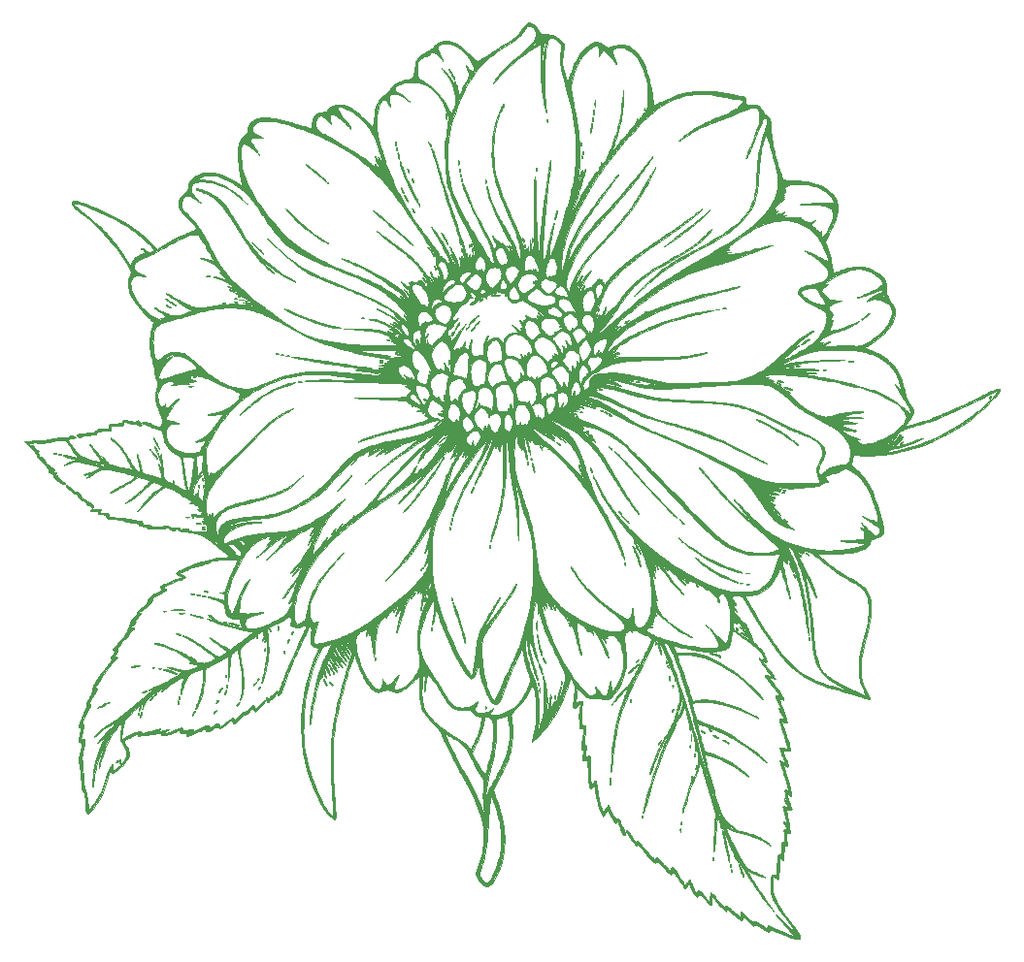
<source format=gbr>
%TF.GenerationSoftware,KiCad,Pcbnew,7.0.1*%
%TF.CreationDate,2023-06-02T16:34:44-07:00*%
%TF.ProjectId,flower,666c6f77-6572-42e6-9b69-6361645f7063,rev?*%
%TF.SameCoordinates,Original*%
%TF.FileFunction,Copper,L1,Top*%
%TF.FilePolarity,Positive*%
%FSLAX46Y46*%
G04 Gerber Fmt 4.6, Leading zero omitted, Abs format (unit mm)*
G04 Created by KiCad (PCBNEW 7.0.1) date 2023-06-02 16:34:44*
%MOMM*%
%LPD*%
G01*
G04 APERTURE LIST*
%TA.AperFunction,EtchedComponent*%
%ADD10C,0.010000*%
%TD*%
G04 APERTURE END LIST*
%TO.C,G\u002A\u002A\u002A*%
D10*
X18794688Y-65738189D02*
X18816806Y-65751305D01*
X18817562Y-65771875D01*
X18795554Y-65794866D01*
X18748692Y-65810957D01*
X18690867Y-65818982D01*
X18635967Y-65817772D01*
X18597883Y-65806160D01*
X18588667Y-65791121D01*
X18604724Y-65758839D01*
X18655071Y-65740482D01*
X18740117Y-65734834D01*
X18794688Y-65738189D01*
%TA.AperFunction,EtchedComponent*%
G36*
X18794688Y-65738189D02*
G01*
X18816806Y-65751305D01*
X18817562Y-65771875D01*
X18795554Y-65794866D01*
X18748692Y-65810957D01*
X18690867Y-65818982D01*
X18635967Y-65817772D01*
X18597883Y-65806160D01*
X18588667Y-65791121D01*
X18604724Y-65758839D01*
X18655071Y-65740482D01*
X18740117Y-65734834D01*
X18794688Y-65738189D01*
G37*
%TD.AperFunction*%
X26253155Y-33366453D02*
X26274669Y-33397526D01*
X26274850Y-33402750D01*
X26255374Y-33421865D01*
X26207001Y-33435482D01*
X26143073Y-33440934D01*
X26096287Y-33438472D01*
X26053280Y-33425364D01*
X26048046Y-33404348D01*
X26078118Y-33380658D01*
X26132557Y-33361571D01*
X26202668Y-33353566D01*
X26253155Y-33366453D01*
%TA.AperFunction,EtchedComponent*%
G36*
X26253155Y-33366453D02*
G01*
X26274669Y-33397526D01*
X26274850Y-33402750D01*
X26255374Y-33421865D01*
X26207001Y-33435482D01*
X26143073Y-33440934D01*
X26096287Y-33438472D01*
X26053280Y-33425364D01*
X26048046Y-33404348D01*
X26078118Y-33380658D01*
X26132557Y-33361571D01*
X26202668Y-33353566D01*
X26253155Y-33366453D01*
G37*
%TD.AperFunction*%
X30875898Y-62653915D02*
X30885352Y-62686520D01*
X30868342Y-62748413D01*
X30842279Y-62807151D01*
X30803574Y-62870438D01*
X30768764Y-62895631D01*
X30740690Y-62881782D01*
X30725963Y-62845998D01*
X30727896Y-62786954D01*
X30753748Y-62723921D01*
X30794545Y-62672462D01*
X30839947Y-62648320D01*
X30875898Y-62653915D01*
%TA.AperFunction,EtchedComponent*%
G36*
X30875898Y-62653915D02*
G01*
X30885352Y-62686520D01*
X30868342Y-62748413D01*
X30842279Y-62807151D01*
X30803574Y-62870438D01*
X30768764Y-62895631D01*
X30740690Y-62881782D01*
X30725963Y-62845998D01*
X30727896Y-62786954D01*
X30753748Y-62723921D01*
X30794545Y-62672462D01*
X30839947Y-62648320D01*
X30875898Y-62653915D01*
G37*
%TD.AperFunction*%
X56184529Y-20763741D02*
X56204645Y-20809775D01*
X56213906Y-20868277D01*
X56209444Y-20918726D01*
X56186624Y-20959210D01*
X56156114Y-20962727D01*
X56130377Y-20929542D01*
X56126501Y-20916974D01*
X56118242Y-20851843D01*
X56123926Y-20793058D01*
X56141135Y-20753837D01*
X56157977Y-20745084D01*
X56184529Y-20763741D01*
%TA.AperFunction,EtchedComponent*%
G36*
X56184529Y-20763741D02*
G01*
X56204645Y-20809775D01*
X56213906Y-20868277D01*
X56209444Y-20918726D01*
X56186624Y-20959210D01*
X56156114Y-20962727D01*
X56130377Y-20929542D01*
X56126501Y-20916974D01*
X56118242Y-20851843D01*
X56123926Y-20793058D01*
X56141135Y-20753837D01*
X56157977Y-20745084D01*
X56184529Y-20763741D01*
G37*
%TD.AperFunction*%
X64025021Y-67293037D02*
X64043213Y-67346853D01*
X64048058Y-67408950D01*
X64037146Y-67460369D01*
X64008913Y-67504060D01*
X63984162Y-67505847D01*
X63964282Y-67466107D01*
X63958046Y-67438889D01*
X63952135Y-67370472D01*
X63958700Y-67311195D01*
X63975230Y-67272342D01*
X63996923Y-67264280D01*
X64025021Y-67293037D01*
%TA.AperFunction,EtchedComponent*%
G36*
X64025021Y-67293037D02*
G01*
X64043213Y-67346853D01*
X64048058Y-67408950D01*
X64037146Y-67460369D01*
X64008913Y-67504060D01*
X63984162Y-67505847D01*
X63964282Y-67466107D01*
X63958046Y-67438889D01*
X63952135Y-67370472D01*
X63958700Y-67311195D01*
X63975230Y-67272342D01*
X63996923Y-67264280D01*
X64025021Y-67293037D01*
G37*
%TD.AperFunction*%
X70611282Y-58473336D02*
X70649687Y-58493193D01*
X70652771Y-58508732D01*
X70627951Y-58529444D01*
X70561967Y-58553831D01*
X70474007Y-58551646D01*
X70440537Y-58544517D01*
X70411355Y-58526333D01*
X70418480Y-58501391D01*
X70458051Y-58476296D01*
X70486152Y-58466500D01*
X70568393Y-58460017D01*
X70611282Y-58473336D01*
%TA.AperFunction,EtchedComponent*%
G36*
X70611282Y-58473336D02*
G01*
X70649687Y-58493193D01*
X70652771Y-58508732D01*
X70627951Y-58529444D01*
X70561967Y-58553831D01*
X70474007Y-58551646D01*
X70440537Y-58544517D01*
X70411355Y-58526333D01*
X70418480Y-58501391D01*
X70458051Y-58476296D01*
X70486152Y-58466500D01*
X70568393Y-58460017D01*
X70611282Y-58473336D01*
G37*
%TD.AperFunction*%
X73716589Y-50440334D02*
X73747775Y-50461607D01*
X73755928Y-50492518D01*
X73730730Y-50516531D01*
X73680958Y-50530896D01*
X73615392Y-50532862D01*
X73553209Y-50522576D01*
X73520037Y-50503509D01*
X73525882Y-50478117D01*
X73569270Y-50452433D01*
X73570461Y-50451976D01*
X73651409Y-50432940D01*
X73716589Y-50440334D01*
%TA.AperFunction,EtchedComponent*%
G36*
X73716589Y-50440334D02*
G01*
X73747775Y-50461607D01*
X73755928Y-50492518D01*
X73730730Y-50516531D01*
X73680958Y-50530896D01*
X73615392Y-50532862D01*
X73553209Y-50522576D01*
X73520037Y-50503509D01*
X73525882Y-50478117D01*
X73569270Y-50452433D01*
X73570461Y-50451976D01*
X73651409Y-50432940D01*
X73716589Y-50440334D01*
G37*
%TD.AperFunction*%
X10143167Y-47049736D02*
X10207488Y-47058397D01*
X10235838Y-47076143D01*
X10238417Y-47087000D01*
X10219788Y-47106527D01*
X10173585Y-47120371D01*
X10114332Y-47127299D01*
X10056554Y-47126076D01*
X10014775Y-47115470D01*
X10004764Y-47106841D01*
X10003829Y-47077142D01*
X10039039Y-47057066D01*
X10104847Y-47048902D01*
X10143167Y-47049736D01*
%TA.AperFunction,EtchedComponent*%
G36*
X10143167Y-47049736D02*
G01*
X10207488Y-47058397D01*
X10235838Y-47076143D01*
X10238417Y-47087000D01*
X10219788Y-47106527D01*
X10173585Y-47120371D01*
X10114332Y-47127299D01*
X10056554Y-47126076D01*
X10014775Y-47115470D01*
X10004764Y-47106841D01*
X10003829Y-47077142D01*
X10039039Y-47057066D01*
X10104847Y-47048902D01*
X10143167Y-47049736D01*
G37*
%TD.AperFunction*%
X15622781Y-73880149D02*
X15638281Y-73922661D01*
X15632098Y-73963375D01*
X15601593Y-74018701D01*
X15558364Y-74062003D01*
X15511313Y-74089287D01*
X15469341Y-74096556D01*
X15441346Y-74079814D01*
X15434834Y-74051942D01*
X15450288Y-73981384D01*
X15489860Y-73918190D01*
X15543367Y-73875053D01*
X15586027Y-73863507D01*
X15622781Y-73880149D01*
%TA.AperFunction,EtchedComponent*%
G36*
X15622781Y-73880149D02*
G01*
X15638281Y-73922661D01*
X15632098Y-73963375D01*
X15601593Y-74018701D01*
X15558364Y-74062003D01*
X15511313Y-74089287D01*
X15469341Y-74096556D01*
X15441346Y-74079814D01*
X15434834Y-74051942D01*
X15450288Y-73981384D01*
X15489860Y-73918190D01*
X15543367Y-73875053D01*
X15586027Y-73863507D01*
X15622781Y-73880149D01*
G37*
%TD.AperFunction*%
X19350183Y-65829416D02*
X19387339Y-65855717D01*
X19393000Y-65874681D01*
X19374362Y-65890726D01*
X19327916Y-65901063D01*
X19267862Y-65905210D01*
X19208403Y-65902684D01*
X19163739Y-65893002D01*
X19149559Y-65882961D01*
X19157068Y-65862423D01*
X19192832Y-65840894D01*
X19243389Y-65824596D01*
X19286814Y-65819500D01*
X19350183Y-65829416D01*
%TA.AperFunction,EtchedComponent*%
G36*
X19350183Y-65829416D02*
G01*
X19387339Y-65855717D01*
X19393000Y-65874681D01*
X19374362Y-65890726D01*
X19327916Y-65901063D01*
X19267862Y-65905210D01*
X19208403Y-65902684D01*
X19163739Y-65893002D01*
X19149559Y-65882961D01*
X19157068Y-65862423D01*
X19192832Y-65840894D01*
X19243389Y-65824596D01*
X19286814Y-65819500D01*
X19350183Y-65829416D01*
G37*
%TD.AperFunction*%
X19743953Y-60841003D02*
X19763417Y-60866490D01*
X19763417Y-60866500D01*
X19750328Y-60887368D01*
X19706577Y-60899734D01*
X19654184Y-60904582D01*
X19589782Y-60904409D01*
X19544244Y-60897053D01*
X19531883Y-60889769D01*
X19535406Y-60864560D01*
X19570289Y-60843045D01*
X19625567Y-60829633D01*
X19684938Y-60828234D01*
X19743953Y-60841003D01*
%TA.AperFunction,EtchedComponent*%
G36*
X19743953Y-60841003D02*
G01*
X19763417Y-60866490D01*
X19763417Y-60866500D01*
X19750328Y-60887368D01*
X19706577Y-60899734D01*
X19654184Y-60904582D01*
X19589782Y-60904409D01*
X19544244Y-60897053D01*
X19531883Y-60889769D01*
X19535406Y-60864560D01*
X19570289Y-60843045D01*
X19625567Y-60829633D01*
X19684938Y-60828234D01*
X19743953Y-60841003D01*
G37*
%TD.AperFunction*%
X22683933Y-52003709D02*
X22718348Y-52019946D01*
X22778572Y-52059491D01*
X22797160Y-52095607D01*
X22796699Y-52099321D01*
X22772799Y-52132634D01*
X22725852Y-52141382D01*
X22666971Y-52125999D01*
X22613289Y-52092156D01*
X22562257Y-52039235D01*
X22547793Y-52001188D01*
X22565910Y-51980757D01*
X22612620Y-51980684D01*
X22683933Y-52003709D01*
%TA.AperFunction,EtchedComponent*%
G36*
X22683933Y-52003709D02*
G01*
X22718348Y-52019946D01*
X22778572Y-52059491D01*
X22797160Y-52095607D01*
X22796699Y-52099321D01*
X22772799Y-52132634D01*
X22725852Y-52141382D01*
X22666971Y-52125999D01*
X22613289Y-52092156D01*
X22562257Y-52039235D01*
X22547793Y-52001188D01*
X22565910Y-51980757D01*
X22612620Y-51980684D01*
X22683933Y-52003709D01*
G37*
%TD.AperFunction*%
X23109430Y-53652162D02*
X23152626Y-53671668D01*
X23157891Y-53677073D01*
X23172080Y-53705552D01*
X23154768Y-53723154D01*
X23102114Y-53731723D01*
X23040722Y-53733334D01*
X22969973Y-53729845D01*
X22934748Y-53718278D01*
X22927834Y-53703848D01*
X22946258Y-53674763D01*
X22992098Y-53655356D01*
X23051205Y-53647273D01*
X23109430Y-53652162D01*
%TA.AperFunction,EtchedComponent*%
G36*
X23109430Y-53652162D02*
G01*
X23152626Y-53671668D01*
X23157891Y-53677073D01*
X23172080Y-53705552D01*
X23154768Y-53723154D01*
X23102114Y-53731723D01*
X23040722Y-53733334D01*
X22969973Y-53729845D01*
X22934748Y-53718278D01*
X22927834Y-53703848D01*
X22946258Y-53674763D01*
X22992098Y-53655356D01*
X23051205Y-53647273D01*
X23109430Y-53652162D01*
G37*
%TD.AperFunction*%
X23109459Y-53463007D02*
X23152206Y-53480904D01*
X23157891Y-53486573D01*
X23172080Y-53515052D01*
X23154768Y-53532654D01*
X23102114Y-53541223D01*
X23040722Y-53542834D01*
X22969771Y-53539292D01*
X22934530Y-53527611D01*
X22927834Y-53513552D01*
X22946315Y-53485940D01*
X22992254Y-53467197D01*
X23051389Y-53458995D01*
X23109459Y-53463007D01*
%TA.AperFunction,EtchedComponent*%
G36*
X23109459Y-53463007D02*
G01*
X23152206Y-53480904D01*
X23157891Y-53486573D01*
X23172080Y-53515052D01*
X23154768Y-53532654D01*
X23102114Y-53541223D01*
X23040722Y-53542834D01*
X22969771Y-53539292D01*
X22934530Y-53527611D01*
X22927834Y-53513552D01*
X22946315Y-53485940D01*
X22992254Y-53467197D01*
X23051389Y-53458995D01*
X23109459Y-53463007D01*
G37*
%TD.AperFunction*%
X23529810Y-31566456D02*
X23589778Y-31583527D01*
X23609079Y-31600119D01*
X23589364Y-31614700D01*
X23532288Y-31625737D01*
X23460205Y-31631011D01*
X23376851Y-31632521D01*
X23329712Y-31628192D01*
X23312972Y-31617223D01*
X23313478Y-31610817D01*
X23342283Y-31583885D01*
X23399101Y-31566069D01*
X23470079Y-31560208D01*
X23529810Y-31566456D01*
%TA.AperFunction,EtchedComponent*%
G36*
X23529810Y-31566456D02*
G01*
X23589778Y-31583527D01*
X23609079Y-31600119D01*
X23589364Y-31614700D01*
X23532288Y-31625737D01*
X23460205Y-31631011D01*
X23376851Y-31632521D01*
X23329712Y-31628192D01*
X23312972Y-31617223D01*
X23313478Y-31610817D01*
X23342283Y-31583885D01*
X23399101Y-31566069D01*
X23470079Y-31560208D01*
X23529810Y-31566456D01*
G37*
%TD.AperFunction*%
X25937177Y-33826891D02*
X25982627Y-33847743D01*
X25996000Y-33876828D01*
X25973930Y-33903720D01*
X25963519Y-33908486D01*
X25916511Y-33918211D01*
X25857261Y-33920887D01*
X25804507Y-33916641D01*
X25778278Y-33907222D01*
X25768098Y-33877182D01*
X25790469Y-33849725D01*
X25835674Y-33829765D01*
X25893994Y-33822215D01*
X25937177Y-33826891D01*
%TA.AperFunction,EtchedComponent*%
G36*
X25937177Y-33826891D02*
G01*
X25982627Y-33847743D01*
X25996000Y-33876828D01*
X25973930Y-33903720D01*
X25963519Y-33908486D01*
X25916511Y-33918211D01*
X25857261Y-33920887D01*
X25804507Y-33916641D01*
X25778278Y-33907222D01*
X25768098Y-33877182D01*
X25790469Y-33849725D01*
X25835674Y-33829765D01*
X25893994Y-33822215D01*
X25937177Y-33826891D01*
G37*
%TD.AperFunction*%
X26860438Y-33734901D02*
X26919453Y-33747670D01*
X26938917Y-33773157D01*
X26938917Y-33773167D01*
X26927152Y-33792878D01*
X26887082Y-33804925D01*
X26817209Y-33811265D01*
X26746665Y-33811490D01*
X26704135Y-33804335D01*
X26695500Y-33796135D01*
X26714524Y-33766124D01*
X26763256Y-33743893D01*
X26829188Y-33734084D01*
X26860438Y-33734901D01*
%TA.AperFunction,EtchedComponent*%
G36*
X26860438Y-33734901D02*
G01*
X26919453Y-33747670D01*
X26938917Y-33773157D01*
X26938917Y-33773167D01*
X26927152Y-33792878D01*
X26887082Y-33804925D01*
X26817209Y-33811265D01*
X26746665Y-33811490D01*
X26704135Y-33804335D01*
X26695500Y-33796135D01*
X26714524Y-33766124D01*
X26763256Y-33743893D01*
X26829188Y-33734084D01*
X26860438Y-33734901D01*
G37*
%TD.AperFunction*%
X30700736Y-61911692D02*
X30719933Y-61957795D01*
X30727651Y-62016806D01*
X30720462Y-62074138D01*
X30717838Y-62081817D01*
X30691591Y-62126789D01*
X30665502Y-62131336D01*
X30644314Y-62095165D01*
X30641927Y-62086512D01*
X30633424Y-62021700D01*
X30637311Y-61959001D01*
X30651419Y-61911700D01*
X30673488Y-61893084D01*
X30700736Y-61911692D01*
%TA.AperFunction,EtchedComponent*%
G36*
X30700736Y-61911692D02*
G01*
X30719933Y-61957795D01*
X30727651Y-62016806D01*
X30720462Y-62074138D01*
X30717838Y-62081817D01*
X30691591Y-62126789D01*
X30665502Y-62131336D01*
X30644314Y-62095165D01*
X30641927Y-62086512D01*
X30633424Y-62021700D01*
X30637311Y-61959001D01*
X30651419Y-61911700D01*
X30673488Y-61893084D01*
X30700736Y-61911692D01*
G37*
%TD.AperFunction*%
X38243620Y-40076503D02*
X38263083Y-40101990D01*
X38263084Y-40102000D01*
X38249995Y-40122868D01*
X38206244Y-40135234D01*
X38153851Y-40140082D01*
X38089449Y-40139909D01*
X38043911Y-40132553D01*
X38031550Y-40125269D01*
X38035072Y-40100060D01*
X38069956Y-40078545D01*
X38125234Y-40065133D01*
X38184605Y-40063734D01*
X38243620Y-40076503D01*
%TA.AperFunction,EtchedComponent*%
G36*
X38243620Y-40076503D02*
G01*
X38263083Y-40101990D01*
X38263084Y-40102000D01*
X38249995Y-40122868D01*
X38206244Y-40135234D01*
X38153851Y-40140082D01*
X38089449Y-40139909D01*
X38043911Y-40132553D01*
X38031550Y-40125269D01*
X38035072Y-40100060D01*
X38069956Y-40078545D01*
X38125234Y-40065133D01*
X38184605Y-40063734D01*
X38243620Y-40076503D01*
G37*
%TD.AperFunction*%
X44666036Y-53116988D02*
X44682341Y-53162908D01*
X44692021Y-53221035D01*
X44692078Y-53276304D01*
X44686482Y-53301218D01*
X44660900Y-53343913D01*
X44634548Y-53347450D01*
X44615348Y-53318852D01*
X44603429Y-53262273D01*
X44603579Y-53198593D01*
X44613884Y-53141546D01*
X44632429Y-53104865D01*
X44646103Y-53098334D01*
X44666036Y-53116988D01*
%TA.AperFunction,EtchedComponent*%
G36*
X44666036Y-53116988D02*
G01*
X44682341Y-53162908D01*
X44692021Y-53221035D01*
X44692078Y-53276304D01*
X44686482Y-53301218D01*
X44660900Y-53343913D01*
X44634548Y-53347450D01*
X44615348Y-53318852D01*
X44603429Y-53262273D01*
X44603579Y-53198593D01*
X44613884Y-53141546D01*
X44632429Y-53104865D01*
X44646103Y-53098334D01*
X44666036Y-53116988D01*
G37*
%TD.AperFunction*%
X44763553Y-59735070D02*
X44781243Y-59785779D01*
X44787266Y-59846412D01*
X44781347Y-59903735D01*
X44763209Y-59944515D01*
X44739680Y-59956334D01*
X44721528Y-59946320D01*
X44711732Y-59911083D01*
X44708395Y-59842829D01*
X44708334Y-59827570D01*
X44711097Y-59752082D01*
X44720076Y-59713880D01*
X44734475Y-59707520D01*
X44763553Y-59735070D01*
%TA.AperFunction,EtchedComponent*%
G36*
X44763553Y-59735070D02*
G01*
X44781243Y-59785779D01*
X44787266Y-59846412D01*
X44781347Y-59903735D01*
X44763209Y-59944515D01*
X44739680Y-59956334D01*
X44721528Y-59946320D01*
X44711732Y-59911083D01*
X44708395Y-59842829D01*
X44708334Y-59827570D01*
X44711097Y-59752082D01*
X44720076Y-59713880D01*
X44734475Y-59707520D01*
X44763553Y-59735070D01*
G37*
%TD.AperFunction*%
X44766875Y-52758345D02*
X44773393Y-52774351D01*
X44789061Y-52842939D01*
X44786637Y-52906708D01*
X44768010Y-52952645D01*
X44745375Y-52967421D01*
X44724745Y-52965849D01*
X44713497Y-52945354D01*
X44708956Y-52897157D01*
X44708334Y-52845886D01*
X44712783Y-52767382D01*
X44725077Y-52725465D01*
X44743634Y-52721874D01*
X44766875Y-52758345D01*
%TA.AperFunction,EtchedComponent*%
G36*
X44766875Y-52758345D02*
G01*
X44773393Y-52774351D01*
X44789061Y-52842939D01*
X44786637Y-52906708D01*
X44768010Y-52952645D01*
X44745375Y-52967421D01*
X44724745Y-52965849D01*
X44713497Y-52945354D01*
X44708956Y-52897157D01*
X44708334Y-52845886D01*
X44712783Y-52767382D01*
X44725077Y-52725465D01*
X44743634Y-52721874D01*
X44766875Y-52758345D01*
G37*
%TD.AperFunction*%
X46462441Y-28774706D02*
X46480055Y-28819474D01*
X46485507Y-28876951D01*
X46478448Y-28933114D01*
X46458530Y-28973942D01*
X46438709Y-28985580D01*
X46417381Y-28983784D01*
X46406152Y-28962006D01*
X46402016Y-28911238D01*
X46401667Y-28874636D01*
X46404517Y-28803652D01*
X46414444Y-28766924D01*
X46433014Y-28756667D01*
X46462441Y-28774706D01*
%TA.AperFunction,EtchedComponent*%
G36*
X46462441Y-28774706D02*
G01*
X46480055Y-28819474D01*
X46485507Y-28876951D01*
X46478448Y-28933114D01*
X46458530Y-28973942D01*
X46438709Y-28985580D01*
X46417381Y-28983784D01*
X46406152Y-28962006D01*
X46402016Y-28911238D01*
X46401667Y-28874636D01*
X46404517Y-28803652D01*
X46414444Y-28766924D01*
X46433014Y-28756667D01*
X46462441Y-28774706D01*
G37*
%TD.AperFunction*%
X51065237Y-28847162D02*
X51090307Y-28874500D01*
X51109196Y-28927708D01*
X51117819Y-28990372D01*
X51113500Y-29040990D01*
X51091044Y-29085219D01*
X51061923Y-29091300D01*
X51035587Y-29060226D01*
X51026584Y-29031834D01*
X51020674Y-28971332D01*
X51026067Y-28911751D01*
X51040086Y-28865882D01*
X51060053Y-28846513D01*
X51065237Y-28847162D01*
%TA.AperFunction,EtchedComponent*%
G36*
X51065237Y-28847162D02*
G01*
X51090307Y-28874500D01*
X51109196Y-28927708D01*
X51117819Y-28990372D01*
X51113500Y-29040990D01*
X51091044Y-29085219D01*
X51061923Y-29091300D01*
X51035587Y-29060226D01*
X51026584Y-29031834D01*
X51020674Y-28971332D01*
X51026067Y-28911751D01*
X51040086Y-28865882D01*
X51060053Y-28846513D01*
X51065237Y-28847162D01*
G37*
%TD.AperFunction*%
X51375996Y-47849303D02*
X51392597Y-47904596D01*
X51393684Y-47967103D01*
X51381172Y-48021888D01*
X51356978Y-48054017D01*
X51349375Y-48056751D01*
X51327959Y-48054921D01*
X51316736Y-48032973D01*
X51312654Y-47981871D01*
X51312334Y-47947051D01*
X51317143Y-47867974D01*
X51330556Y-47824122D01*
X51351055Y-47817828D01*
X51375996Y-47849303D01*
%TA.AperFunction,EtchedComponent*%
G36*
X51375996Y-47849303D02*
G01*
X51392597Y-47904596D01*
X51393684Y-47967103D01*
X51381172Y-48021888D01*
X51356978Y-48054017D01*
X51349375Y-48056751D01*
X51327959Y-48054921D01*
X51316736Y-48032973D01*
X51312654Y-47981871D01*
X51312334Y-47947051D01*
X51317143Y-47867974D01*
X51330556Y-47824122D01*
X51351055Y-47817828D01*
X51375996Y-47849303D01*
G37*
%TD.AperFunction*%
X51653160Y-47476071D02*
X51672216Y-47522014D01*
X51682080Y-47580213D01*
X51678695Y-47635637D01*
X51677912Y-47638818D01*
X51654572Y-47672591D01*
X51621255Y-47676752D01*
X51596009Y-47650143D01*
X51587435Y-47600922D01*
X51590455Y-47542765D01*
X51602475Y-47490828D01*
X51620906Y-47460271D01*
X51628966Y-47457417D01*
X51653160Y-47476071D01*
%TA.AperFunction,EtchedComponent*%
G36*
X51653160Y-47476071D02*
G01*
X51672216Y-47522014D01*
X51682080Y-47580213D01*
X51678695Y-47635637D01*
X51677912Y-47638818D01*
X51654572Y-47672591D01*
X51621255Y-47676752D01*
X51596009Y-47650143D01*
X51587435Y-47600922D01*
X51590455Y-47542765D01*
X51602475Y-47490828D01*
X51620906Y-47460271D01*
X51628966Y-47457417D01*
X51653160Y-47476071D01*
G37*
%TD.AperFunction*%
X53077981Y-17942287D02*
X53086086Y-18007334D01*
X53085264Y-18044679D01*
X53075328Y-18107238D01*
X53057386Y-18142803D01*
X53036105Y-18146109D01*
X53018858Y-18119580D01*
X53008088Y-18068070D01*
X53006120Y-18005054D01*
X53012147Y-17947096D01*
X53025361Y-17910763D01*
X53029200Y-17907288D01*
X53058195Y-17906919D01*
X53077981Y-17942287D01*
%TA.AperFunction,EtchedComponent*%
G36*
X53077981Y-17942287D02*
G01*
X53086086Y-18007334D01*
X53085264Y-18044679D01*
X53075328Y-18107238D01*
X53057386Y-18142803D01*
X53036105Y-18146109D01*
X53018858Y-18119580D01*
X53008088Y-18068070D01*
X53006120Y-18005054D01*
X53012147Y-17947096D01*
X53025361Y-17910763D01*
X53029200Y-17907288D01*
X53058195Y-17906919D01*
X53077981Y-17942287D01*
G37*
%TD.AperFunction*%
X55683568Y-43838986D02*
X55724348Y-43857125D01*
X55736167Y-43880653D01*
X55726153Y-43898806D01*
X55690916Y-43908602D01*
X55622663Y-43911939D01*
X55607403Y-43912000D01*
X55531915Y-43909236D01*
X55493713Y-43900258D01*
X55487353Y-43885858D01*
X55514904Y-43856780D01*
X55565612Y-43839091D01*
X55626245Y-43833067D01*
X55683568Y-43838986D01*
%TA.AperFunction,EtchedComponent*%
G36*
X55683568Y-43838986D02*
G01*
X55724348Y-43857125D01*
X55736167Y-43880653D01*
X55726153Y-43898806D01*
X55690916Y-43908602D01*
X55622663Y-43911939D01*
X55607403Y-43912000D01*
X55531915Y-43909236D01*
X55493713Y-43900258D01*
X55487353Y-43885858D01*
X55514904Y-43856780D01*
X55565612Y-43839091D01*
X55626245Y-43833067D01*
X55683568Y-43838986D01*
G37*
%TD.AperFunction*%
X55999812Y-20005515D02*
X56017420Y-20058581D01*
X56023623Y-20120144D01*
X56015119Y-20173422D01*
X56013405Y-20177490D01*
X55985815Y-20219005D01*
X55961249Y-20218773D01*
X55941473Y-20177362D01*
X55935880Y-20152556D01*
X55930000Y-20084588D01*
X55936406Y-20025324D01*
X55952605Y-19986165D01*
X55974100Y-19977728D01*
X55999812Y-20005515D01*
%TA.AperFunction,EtchedComponent*%
G36*
X55999812Y-20005515D02*
G01*
X56017420Y-20058581D01*
X56023623Y-20120144D01*
X56015119Y-20173422D01*
X56013405Y-20177490D01*
X55985815Y-20219005D01*
X55961249Y-20218773D01*
X55941473Y-20177362D01*
X55935880Y-20152556D01*
X55930000Y-20084588D01*
X55936406Y-20025324D01*
X55952605Y-19986165D01*
X55974100Y-19977728D01*
X55999812Y-20005515D01*
G37*
%TD.AperFunction*%
X56096162Y-21136970D02*
X56112764Y-21192263D01*
X56113850Y-21254769D01*
X56101339Y-21309554D01*
X56077145Y-21341684D01*
X56069542Y-21344418D01*
X56048126Y-21342588D01*
X56036903Y-21320639D01*
X56032820Y-21269537D01*
X56032500Y-21234718D01*
X56037309Y-21155641D01*
X56050723Y-21111789D01*
X56071221Y-21105495D01*
X56096162Y-21136970D01*
%TA.AperFunction,EtchedComponent*%
G36*
X56096162Y-21136970D02*
G01*
X56112764Y-21192263D01*
X56113850Y-21254769D01*
X56101339Y-21309554D01*
X56077145Y-21341684D01*
X56069542Y-21344418D01*
X56048126Y-21342588D01*
X56036903Y-21320639D01*
X56032820Y-21269537D01*
X56032500Y-21234718D01*
X56037309Y-21155641D01*
X56050723Y-21111789D01*
X56071221Y-21105495D01*
X56096162Y-21136970D01*
G37*
%TD.AperFunction*%
X57704667Y-41482903D02*
X57768988Y-41491564D01*
X57797338Y-41509310D01*
X57799917Y-41520167D01*
X57781288Y-41539694D01*
X57735085Y-41553538D01*
X57675832Y-41560466D01*
X57618054Y-41559243D01*
X57576275Y-41548637D01*
X57566264Y-41540008D01*
X57565329Y-41510308D01*
X57600539Y-41490232D01*
X57666347Y-41482068D01*
X57704667Y-41482903D01*
%TA.AperFunction,EtchedComponent*%
G36*
X57704667Y-41482903D02*
G01*
X57768988Y-41491564D01*
X57797338Y-41509310D01*
X57799917Y-41520167D01*
X57781288Y-41539694D01*
X57735085Y-41553538D01*
X57675832Y-41560466D01*
X57618054Y-41559243D01*
X57576275Y-41548637D01*
X57566264Y-41540008D01*
X57565329Y-41510308D01*
X57600539Y-41490232D01*
X57666347Y-41482068D01*
X57704667Y-41482903D01*
G37*
%TD.AperFunction*%
X61351230Y-78694327D02*
X61377723Y-78722096D01*
X61396880Y-78774843D01*
X61403905Y-78835290D01*
X61399914Y-78869658D01*
X61377207Y-78912430D01*
X61347289Y-78917308D01*
X61320873Y-78884748D01*
X61314793Y-78866033D01*
X61308701Y-78810209D01*
X61314109Y-78753819D01*
X61328135Y-78710451D01*
X61347896Y-78693689D01*
X61351230Y-78694327D01*
%TA.AperFunction,EtchedComponent*%
G36*
X61351230Y-78694327D02*
G01*
X61377723Y-78722096D01*
X61396880Y-78774843D01*
X61403905Y-78835290D01*
X61399914Y-78869658D01*
X61377207Y-78912430D01*
X61347289Y-78917308D01*
X61320873Y-78884748D01*
X61314793Y-78866033D01*
X61308701Y-78810209D01*
X61314109Y-78753819D01*
X61328135Y-78710451D01*
X61347896Y-78693689D01*
X61351230Y-78694327D01*
G37*
%TD.AperFunction*%
X64045574Y-69447745D02*
X64054667Y-69472071D01*
X64041013Y-69521731D01*
X64007328Y-69583273D01*
X63964529Y-69639693D01*
X63925775Y-69672846D01*
X63895390Y-69682974D01*
X63886425Y-69660841D01*
X63886350Y-69646120D01*
X63899273Y-69578837D01*
X63929876Y-69513218D01*
X63969917Y-69463136D01*
X64007156Y-69442820D01*
X64045574Y-69447745D01*
%TA.AperFunction,EtchedComponent*%
G36*
X64045574Y-69447745D02*
G01*
X64054667Y-69472071D01*
X64041013Y-69521731D01*
X64007328Y-69583273D01*
X63964529Y-69639693D01*
X63925775Y-69672846D01*
X63895390Y-69682974D01*
X63886425Y-69660841D01*
X63886350Y-69646120D01*
X63899273Y-69578837D01*
X63929876Y-69513218D01*
X63969917Y-69463136D01*
X64007156Y-69442820D01*
X64045574Y-69447745D01*
G37*
%TD.AperFunction*%
X65907178Y-73324546D02*
X65925837Y-73377584D01*
X65934435Y-73440047D01*
X65930166Y-73490990D01*
X65907097Y-73535278D01*
X65876947Y-73541256D01*
X65850541Y-73508904D01*
X65844823Y-73491149D01*
X65838882Y-73436541D01*
X65843324Y-73377336D01*
X65855537Y-73326978D01*
X65872906Y-73298909D01*
X65882504Y-73297362D01*
X65907178Y-73324546D01*
%TA.AperFunction,EtchedComponent*%
G36*
X65907178Y-73324546D02*
G01*
X65925837Y-73377584D01*
X65934435Y-73440047D01*
X65930166Y-73490990D01*
X65907097Y-73535278D01*
X65876947Y-73541256D01*
X65850541Y-73508904D01*
X65844823Y-73491149D01*
X65838882Y-73436541D01*
X65843324Y-73377336D01*
X65855537Y-73326978D01*
X65872906Y-73298909D01*
X65882504Y-73297362D01*
X65907178Y-73324546D01*
G37*
%TD.AperFunction*%
X67516245Y-82401555D02*
X67535378Y-82463430D01*
X67538285Y-82529459D01*
X67535776Y-82544844D01*
X67514185Y-82591723D01*
X67484829Y-82601915D01*
X67458034Y-82574607D01*
X67449991Y-82551611D01*
X67444312Y-82499689D01*
X67448167Y-82442445D01*
X67459071Y-82392899D01*
X67474540Y-82364071D01*
X67486042Y-82362718D01*
X67516245Y-82401555D01*
%TA.AperFunction,EtchedComponent*%
G36*
X67516245Y-82401555D02*
G01*
X67535378Y-82463430D01*
X67538285Y-82529459D01*
X67535776Y-82544844D01*
X67514185Y-82591723D01*
X67484829Y-82601915D01*
X67458034Y-82574607D01*
X67449991Y-82551611D01*
X67444312Y-82499689D01*
X67448167Y-82442445D01*
X67459071Y-82392899D01*
X67474540Y-82364071D01*
X67486042Y-82362718D01*
X67516245Y-82401555D01*
G37*
%TD.AperFunction*%
X69112065Y-83415387D02*
X69128213Y-83462656D01*
X69136952Y-83531527D01*
X69137010Y-83594209D01*
X69120882Y-83632775D01*
X69087772Y-83641596D01*
X69064111Y-83627722D01*
X69054172Y-83596508D01*
X69050672Y-83541188D01*
X69053283Y-83479448D01*
X69061681Y-83428970D01*
X69068068Y-83413290D01*
X69091138Y-83396628D01*
X69112065Y-83415387D01*
%TA.AperFunction,EtchedComponent*%
G36*
X69112065Y-83415387D02*
G01*
X69128213Y-83462656D01*
X69136952Y-83531527D01*
X69137010Y-83594209D01*
X69120882Y-83632775D01*
X69087772Y-83641596D01*
X69064111Y-83627722D01*
X69054172Y-83596508D01*
X69050672Y-83541188D01*
X69053283Y-83479448D01*
X69061681Y-83428970D01*
X69068068Y-83413290D01*
X69091138Y-83396628D01*
X69112065Y-83415387D01*
G37*
%TD.AperFunction*%
X70034278Y-58382825D02*
X70068293Y-58393349D01*
X70076584Y-58411167D01*
X70057944Y-58430422D01*
X70011735Y-58444266D01*
X69952520Y-58451398D01*
X69894863Y-58450519D01*
X69853327Y-58440330D01*
X69843523Y-58431966D01*
X69836999Y-58405312D01*
X69860737Y-58389144D01*
X69919360Y-58381518D01*
X69966368Y-58380272D01*
X70034278Y-58382825D01*
%TA.AperFunction,EtchedComponent*%
G36*
X70034278Y-58382825D02*
G01*
X70068293Y-58393349D01*
X70076584Y-58411167D01*
X70057944Y-58430422D01*
X70011735Y-58444266D01*
X69952520Y-58451398D01*
X69894863Y-58450519D01*
X69853327Y-58440330D01*
X69843523Y-58431966D01*
X69836999Y-58405312D01*
X69860737Y-58389144D01*
X69919360Y-58381518D01*
X69966368Y-58380272D01*
X70034278Y-58382825D01*
G37*
%TD.AperFunction*%
X73799114Y-50253728D02*
X73841969Y-50270857D01*
X73854834Y-50293780D01*
X73836052Y-50323458D01*
X73786708Y-50340989D01*
X73717302Y-50344519D01*
X73638334Y-50332196D01*
X73637875Y-50332076D01*
X73604555Y-50314659D01*
X73611492Y-50292430D01*
X73657293Y-50268156D01*
X73672786Y-50262704D01*
X73738449Y-50250281D01*
X73799114Y-50253728D01*
%TA.AperFunction,EtchedComponent*%
G36*
X73799114Y-50253728D02*
G01*
X73841969Y-50270857D01*
X73854834Y-50293780D01*
X73836052Y-50323458D01*
X73786708Y-50340989D01*
X73717302Y-50344519D01*
X73638334Y-50332196D01*
X73637875Y-50332076D01*
X73604555Y-50314659D01*
X73611492Y-50292430D01*
X73657293Y-50268156D01*
X73672786Y-50262704D01*
X73738449Y-50250281D01*
X73799114Y-50253728D01*
G37*
%TD.AperFunction*%
X77291614Y-39776228D02*
X77334469Y-39793357D01*
X77347334Y-39816280D01*
X77328552Y-39845958D01*
X77279208Y-39863489D01*
X77209802Y-39867019D01*
X77130834Y-39854696D01*
X77130375Y-39854576D01*
X77097055Y-39837159D01*
X77103992Y-39814930D01*
X77149793Y-39790656D01*
X77165286Y-39785204D01*
X77230949Y-39772781D01*
X77291614Y-39776228D01*
%TA.AperFunction,EtchedComponent*%
G36*
X77291614Y-39776228D02*
G01*
X77334469Y-39793357D01*
X77347334Y-39816280D01*
X77328552Y-39845958D01*
X77279208Y-39863489D01*
X77209802Y-39867019D01*
X77130834Y-39854696D01*
X77130375Y-39854576D01*
X77097055Y-39837159D01*
X77103992Y-39814930D01*
X77149793Y-39790656D01*
X77165286Y-39785204D01*
X77230949Y-39772781D01*
X77291614Y-39776228D01*
G37*
%TD.AperFunction*%
X91759293Y-42083509D02*
X91759148Y-42132294D01*
X91736780Y-42202823D01*
X91719070Y-42240677D01*
X91679979Y-42300577D01*
X91645160Y-42321939D01*
X91617524Y-42303977D01*
X91604929Y-42271401D01*
X91606782Y-42206633D01*
X91634483Y-42137305D01*
X91679113Y-42083010D01*
X91695770Y-42071872D01*
X91737928Y-42061644D01*
X91759293Y-42083509D01*
%TA.AperFunction,EtchedComponent*%
G36*
X91759293Y-42083509D02*
G01*
X91759148Y-42132294D01*
X91736780Y-42202823D01*
X91719070Y-42240677D01*
X91679979Y-42300577D01*
X91645160Y-42321939D01*
X91617524Y-42303977D01*
X91604929Y-42271401D01*
X91606782Y-42206633D01*
X91634483Y-42137305D01*
X91679113Y-42083010D01*
X91695770Y-42071872D01*
X91737928Y-42061644D01*
X91759293Y-42083509D01*
G37*
%TD.AperFunction*%
X10566802Y-47137921D02*
X10605043Y-47158197D01*
X10623693Y-47181930D01*
X10615153Y-47199043D01*
X10570354Y-47213297D01*
X10505554Y-47222065D01*
X10442979Y-47222867D01*
X10423625Y-47220416D01*
X10385497Y-47203913D01*
X10381737Y-47180791D01*
X10406233Y-47156815D01*
X10452871Y-47137754D01*
X10515539Y-47129371D01*
X10520184Y-47129334D01*
X10566802Y-47137921D01*
%TA.AperFunction,EtchedComponent*%
G36*
X10566802Y-47137921D02*
G01*
X10605043Y-47158197D01*
X10623693Y-47181930D01*
X10615153Y-47199043D01*
X10570354Y-47213297D01*
X10505554Y-47222065D01*
X10442979Y-47222867D01*
X10423625Y-47220416D01*
X10385497Y-47203913D01*
X10381737Y-47180791D01*
X10406233Y-47156815D01*
X10452871Y-47137754D01*
X10515539Y-47129371D01*
X10520184Y-47129334D01*
X10566802Y-47137921D01*
G37*
%TD.AperFunction*%
X17385509Y-69732673D02*
X17406789Y-69778140D01*
X17421377Y-69835495D01*
X17424500Y-69871703D01*
X17412161Y-69921314D01*
X17394226Y-69945775D01*
X17367147Y-69957442D01*
X17344259Y-69933768D01*
X17339717Y-69925616D01*
X17328507Y-69882173D01*
X17327365Y-69824534D01*
X17334627Y-69767566D01*
X17348629Y-69726135D01*
X17363385Y-69714167D01*
X17385509Y-69732673D01*
%TA.AperFunction,EtchedComponent*%
G36*
X17385509Y-69732673D02*
G01*
X17406789Y-69778140D01*
X17421377Y-69835495D01*
X17424500Y-69871703D01*
X17412161Y-69921314D01*
X17394226Y-69945775D01*
X17367147Y-69957442D01*
X17344259Y-69933768D01*
X17339717Y-69925616D01*
X17328507Y-69882173D01*
X17327365Y-69824534D01*
X17334627Y-69767566D01*
X17348629Y-69726135D01*
X17363385Y-69714167D01*
X17385509Y-69732673D01*
G37*
%TD.AperFunction*%
X20989314Y-68340120D02*
X20997420Y-68405167D01*
X20996598Y-68442512D01*
X20985828Y-68509994D01*
X20965175Y-68544394D01*
X20937511Y-68541565D01*
X20931552Y-68536330D01*
X20920874Y-68504667D01*
X20917063Y-68449285D01*
X20919481Y-68386618D01*
X20927489Y-68333103D01*
X20940449Y-68305174D01*
X20940533Y-68305121D01*
X20969528Y-68304752D01*
X20989314Y-68340120D01*
%TA.AperFunction,EtchedComponent*%
G36*
X20989314Y-68340120D02*
G01*
X20997420Y-68405167D01*
X20996598Y-68442512D01*
X20985828Y-68509994D01*
X20965175Y-68544394D01*
X20937511Y-68541565D01*
X20931552Y-68536330D01*
X20920874Y-68504667D01*
X20917063Y-68449285D01*
X20919481Y-68386618D01*
X20927489Y-68333103D01*
X20940449Y-68305174D01*
X20940533Y-68305121D01*
X20969528Y-68304752D01*
X20989314Y-68340120D01*
G37*
%TD.AperFunction*%
X22370084Y-40345392D02*
X22410169Y-40365071D01*
X22419834Y-40385508D01*
X22401732Y-40406027D01*
X22359034Y-40425525D01*
X22309156Y-40437747D01*
X22274313Y-40437784D01*
X22245094Y-40431922D01*
X22212239Y-40425569D01*
X22176125Y-40409075D01*
X22177274Y-40385115D01*
X22212944Y-40360064D01*
X22245440Y-40348372D01*
X22310824Y-40338899D01*
X22370084Y-40345392D01*
%TA.AperFunction,EtchedComponent*%
G36*
X22370084Y-40345392D02*
G01*
X22410169Y-40365071D01*
X22419834Y-40385508D01*
X22401732Y-40406027D01*
X22359034Y-40425525D01*
X22309156Y-40437747D01*
X22274313Y-40437784D01*
X22245094Y-40431922D01*
X22212239Y-40425569D01*
X22176125Y-40409075D01*
X22177274Y-40385115D01*
X22212944Y-40360064D01*
X22245440Y-40348372D01*
X22310824Y-40338899D01*
X22370084Y-40345392D01*
G37*
%TD.AperFunction*%
X22659952Y-49823456D02*
X22683611Y-49851184D01*
X22697423Y-49905825D01*
X22701369Y-49973146D01*
X22695431Y-50038910D01*
X22679593Y-50088883D01*
X22660309Y-50107758D01*
X22643132Y-50094298D01*
X22629148Y-50050850D01*
X22626617Y-50035258D01*
X22621742Y-49960100D01*
X22626046Y-49892499D01*
X22637840Y-49843196D01*
X22655432Y-49822936D01*
X22659952Y-49823456D01*
%TA.AperFunction,EtchedComponent*%
G36*
X22659952Y-49823456D02*
G01*
X22683611Y-49851184D01*
X22697423Y-49905825D01*
X22701369Y-49973146D01*
X22695431Y-50038910D01*
X22679593Y-50088883D01*
X22660309Y-50107758D01*
X22643132Y-50094298D01*
X22629148Y-50050850D01*
X22626617Y-50035258D01*
X22621742Y-49960100D01*
X22626046Y-49892499D01*
X22637840Y-49843196D01*
X22655432Y-49822936D01*
X22659952Y-49823456D01*
G37*
%TD.AperFunction*%
X22690664Y-59412826D02*
X22740050Y-59430011D01*
X22753845Y-59456182D01*
X22749379Y-59467134D01*
X22720542Y-59480878D01*
X22664912Y-59488344D01*
X22597579Y-59489415D01*
X22533633Y-59483976D01*
X22488164Y-59471910D01*
X22483334Y-59469176D01*
X22466178Y-59445506D01*
X22485877Y-59425400D01*
X22536960Y-59411553D01*
X22610334Y-59406648D01*
X22690664Y-59412826D01*
%TA.AperFunction,EtchedComponent*%
G36*
X22690664Y-59412826D02*
G01*
X22740050Y-59430011D01*
X22753845Y-59456182D01*
X22749379Y-59467134D01*
X22720542Y-59480878D01*
X22664912Y-59488344D01*
X22597579Y-59489415D01*
X22533633Y-59483976D01*
X22488164Y-59471910D01*
X22483334Y-59469176D01*
X22466178Y-59445506D01*
X22485877Y-59425400D01*
X22536960Y-59411553D01*
X22610334Y-59406648D01*
X22690664Y-59412826D01*
G37*
%TD.AperFunction*%
X23007691Y-49265249D02*
X23047789Y-49316398D01*
X23070839Y-49389545D01*
X23072361Y-49469352D01*
X23056563Y-49521680D01*
X23030166Y-49534730D01*
X22999365Y-49508085D01*
X22982389Y-49475406D01*
X22957462Y-49403147D01*
X22938294Y-49326923D01*
X22938001Y-49325375D01*
X22931440Y-49272389D01*
X22940058Y-49249532D01*
X22955716Y-49246000D01*
X23007691Y-49265249D01*
%TA.AperFunction,EtchedComponent*%
G36*
X23007691Y-49265249D02*
G01*
X23047789Y-49316398D01*
X23070839Y-49389545D01*
X23072361Y-49469352D01*
X23056563Y-49521680D01*
X23030166Y-49534730D01*
X22999365Y-49508085D01*
X22982389Y-49475406D01*
X22957462Y-49403147D01*
X22938294Y-49326923D01*
X22938001Y-49325375D01*
X22931440Y-49272389D01*
X22940058Y-49249532D01*
X22955716Y-49246000D01*
X23007691Y-49265249D01*
G37*
%TD.AperFunction*%
X23056411Y-49833276D02*
X23069185Y-49880963D01*
X23072661Y-49955412D01*
X23071857Y-49976785D01*
X23063159Y-50050309D01*
X23048145Y-50096109D01*
X23029944Y-50109966D01*
X23011682Y-50087663D01*
X23004901Y-50067074D01*
X22993865Y-49996482D01*
X22993560Y-49920927D01*
X23003415Y-49858926D01*
X23011943Y-49838844D01*
X23036583Y-49817514D01*
X23056411Y-49833276D01*
%TA.AperFunction,EtchedComponent*%
G36*
X23056411Y-49833276D02*
G01*
X23069185Y-49880963D01*
X23072661Y-49955412D01*
X23071857Y-49976785D01*
X23063159Y-50050309D01*
X23048145Y-50096109D01*
X23029944Y-50109966D01*
X23011682Y-50087663D01*
X23004901Y-50067074D01*
X22993865Y-49996482D01*
X22993560Y-49920927D01*
X23003415Y-49858926D01*
X23011943Y-49838844D01*
X23036583Y-49817514D01*
X23056411Y-49833276D01*
G37*
%TD.AperFunction*%
X23144201Y-59497458D02*
X23196240Y-59514237D01*
X23230110Y-59535612D01*
X23234775Y-59554127D01*
X23208293Y-59565118D01*
X23152207Y-59572782D01*
X23086584Y-59575334D01*
X23014664Y-59572243D01*
X22960860Y-59564182D01*
X22938392Y-59554127D01*
X22945512Y-59533196D01*
X22982003Y-59512063D01*
X23035274Y-59496121D01*
X23086584Y-59490667D01*
X23144201Y-59497458D01*
%TA.AperFunction,EtchedComponent*%
G36*
X23144201Y-59497458D02*
G01*
X23196240Y-59514237D01*
X23230110Y-59535612D01*
X23234775Y-59554127D01*
X23208293Y-59565118D01*
X23152207Y-59572782D01*
X23086584Y-59575334D01*
X23014664Y-59572243D01*
X22960860Y-59564182D01*
X22938392Y-59554127D01*
X22945512Y-59533196D01*
X22982003Y-59512063D01*
X23035274Y-59496121D01*
X23086584Y-59490667D01*
X23144201Y-59497458D01*
G37*
%TD.AperFunction*%
X24368528Y-68648728D02*
X24378789Y-68687370D01*
X24356759Y-68745896D01*
X24304589Y-68819574D01*
X24276323Y-68851625D01*
X24218548Y-68907441D01*
X24180665Y-68927528D01*
X24160474Y-68912273D01*
X24155579Y-68872792D01*
X24167971Y-68808942D01*
X24199952Y-68745458D01*
X24243982Y-68690274D01*
X24292523Y-68651323D01*
X24338032Y-68636540D01*
X24368528Y-68648728D01*
%TA.AperFunction,EtchedComponent*%
G36*
X24368528Y-68648728D02*
G01*
X24378789Y-68687370D01*
X24356759Y-68745896D01*
X24304589Y-68819574D01*
X24276323Y-68851625D01*
X24218548Y-68907441D01*
X24180665Y-68927528D01*
X24160474Y-68912273D01*
X24155579Y-68872792D01*
X24167971Y-68808942D01*
X24199952Y-68745458D01*
X24243982Y-68690274D01*
X24292523Y-68651323D01*
X24338032Y-68636540D01*
X24368528Y-68648728D01*
G37*
%TD.AperFunction*%
X24930669Y-33938611D02*
X24955450Y-33966791D01*
X24955918Y-33968959D01*
X24954088Y-33990374D01*
X24932139Y-34001598D01*
X24881037Y-34005680D01*
X24846218Y-34006000D01*
X24779622Y-34002627D01*
X24731866Y-33993944D01*
X24717073Y-33985896D01*
X24721040Y-33961333D01*
X24756145Y-33940194D01*
X24811206Y-33926884D01*
X24870595Y-33925401D01*
X24930669Y-33938611D01*
%TA.AperFunction,EtchedComponent*%
G36*
X24930669Y-33938611D02*
G01*
X24955450Y-33966791D01*
X24955918Y-33968959D01*
X24954088Y-33990374D01*
X24932139Y-34001598D01*
X24881037Y-34005680D01*
X24846218Y-34006000D01*
X24779622Y-34002627D01*
X24731866Y-33993944D01*
X24717073Y-33985896D01*
X24721040Y-33961333D01*
X24756145Y-33940194D01*
X24811206Y-33926884D01*
X24870595Y-33925401D01*
X24930669Y-33938611D01*
G37*
%TD.AperFunction*%
X24972071Y-61764356D02*
X25021980Y-61778085D01*
X25057287Y-61799480D01*
X25066227Y-61823032D01*
X25061387Y-61830335D01*
X25026646Y-61844475D01*
X24967864Y-61852853D01*
X24903054Y-61854550D01*
X24850231Y-61848649D01*
X24833010Y-61841966D01*
X24815049Y-61815478D01*
X24835076Y-61790126D01*
X24888834Y-61769766D01*
X24919327Y-61763805D01*
X24972071Y-61764356D01*
%TA.AperFunction,EtchedComponent*%
G36*
X24972071Y-61764356D02*
G01*
X25021980Y-61778085D01*
X25057287Y-61799480D01*
X25066227Y-61823032D01*
X25061387Y-61830335D01*
X25026646Y-61844475D01*
X24967864Y-61852853D01*
X24903054Y-61854550D01*
X24850231Y-61848649D01*
X24833010Y-61841966D01*
X24815049Y-61815478D01*
X24835076Y-61790126D01*
X24888834Y-61769766D01*
X24919327Y-61763805D01*
X24972071Y-61764356D01*
G37*
%TD.AperFunction*%
X25029684Y-66431017D02*
X25052967Y-66478337D01*
X25065099Y-66540278D01*
X25065667Y-66556350D01*
X25056430Y-66606639D01*
X25034359Y-66644407D01*
X25007909Y-66658234D01*
X24994928Y-66651872D01*
X24985672Y-66623407D01*
X24981449Y-66571421D01*
X24981869Y-66510321D01*
X24986541Y-66454515D01*
X24995075Y-66418410D01*
X25001422Y-66412167D01*
X25029684Y-66431017D01*
%TA.AperFunction,EtchedComponent*%
G36*
X25029684Y-66431017D02*
G01*
X25052967Y-66478337D01*
X25065099Y-66540278D01*
X25065667Y-66556350D01*
X25056430Y-66606639D01*
X25034359Y-66644407D01*
X25007909Y-66658234D01*
X24994928Y-66651872D01*
X24985672Y-66623407D01*
X24981449Y-66571421D01*
X24981869Y-66510321D01*
X24986541Y-66454515D01*
X24995075Y-66418410D01*
X25001422Y-66412167D01*
X25029684Y-66431017D01*
G37*
%TD.AperFunction*%
X25921553Y-33544590D02*
X25975202Y-33561540D01*
X25993087Y-33587959D01*
X25991255Y-33609374D01*
X25969305Y-33620598D01*
X25918201Y-33624680D01*
X25883385Y-33625000D01*
X25816637Y-33621438D01*
X25768582Y-33612270D01*
X25753559Y-33603794D01*
X25759827Y-33582343D01*
X25796035Y-33562297D01*
X25849892Y-33547988D01*
X25909107Y-33543749D01*
X25921553Y-33544590D01*
%TA.AperFunction,EtchedComponent*%
G36*
X25921553Y-33544590D02*
G01*
X25975202Y-33561540D01*
X25993087Y-33587959D01*
X25991255Y-33609374D01*
X25969305Y-33620598D01*
X25918201Y-33624680D01*
X25883385Y-33625000D01*
X25816637Y-33621438D01*
X25768582Y-33612270D01*
X25753559Y-33603794D01*
X25759827Y-33582343D01*
X25796035Y-33562297D01*
X25849892Y-33547988D01*
X25909107Y-33543749D01*
X25921553Y-33544590D01*
G37*
%TD.AperFunction*%
X27758421Y-63017553D02*
X27780460Y-63051543D01*
X27792150Y-63108913D01*
X27792169Y-63154582D01*
X27780331Y-63220411D01*
X27758775Y-63253261D01*
X27730660Y-63248829D01*
X27726052Y-63244663D01*
X27716269Y-63214578D01*
X27712022Y-63160480D01*
X27713009Y-63098656D01*
X27718931Y-63045388D01*
X27729487Y-63016963D01*
X27730269Y-63016399D01*
X27758421Y-63017553D01*
%TA.AperFunction,EtchedComponent*%
G36*
X27758421Y-63017553D02*
G01*
X27780460Y-63051543D01*
X27792150Y-63108913D01*
X27792169Y-63154582D01*
X27780331Y-63220411D01*
X27758775Y-63253261D01*
X27730660Y-63248829D01*
X27726052Y-63244663D01*
X27716269Y-63214578D01*
X27712022Y-63160480D01*
X27713009Y-63098656D01*
X27718931Y-63045388D01*
X27729487Y-63016963D01*
X27730269Y-63016399D01*
X27758421Y-63017553D01*
G37*
%TD.AperFunction*%
X27884414Y-66703614D02*
X27898578Y-66745139D01*
X27883839Y-66802674D01*
X27843803Y-66865116D01*
X27825459Y-66885102D01*
X27773887Y-66929585D01*
X27743347Y-66938297D01*
X27732698Y-66911529D01*
X27732667Y-66908904D01*
X27742951Y-66848412D01*
X27769232Y-66787767D01*
X27804657Y-66736240D01*
X27842370Y-66703106D01*
X27875516Y-66697638D01*
X27884414Y-66703614D01*
%TA.AperFunction,EtchedComponent*%
G36*
X27884414Y-66703614D02*
G01*
X27898578Y-66745139D01*
X27883839Y-66802674D01*
X27843803Y-66865116D01*
X27825459Y-66885102D01*
X27773887Y-66929585D01*
X27743347Y-66938297D01*
X27732698Y-66911529D01*
X27732667Y-66908904D01*
X27742951Y-66848412D01*
X27769232Y-66787767D01*
X27804657Y-66736240D01*
X27842370Y-66703106D01*
X27875516Y-66697638D01*
X27884414Y-66703614D01*
G37*
%TD.AperFunction*%
X27986209Y-67469759D02*
X27994382Y-67521967D01*
X27964980Y-67587845D01*
X27922642Y-67640395D01*
X27871688Y-67686530D01*
X27835387Y-67702425D01*
X27818449Y-67686441D01*
X27817798Y-67676875D01*
X27826346Y-67642767D01*
X27847396Y-67587319D01*
X27859241Y-67560136D01*
X27897776Y-67493709D01*
X27936953Y-67457299D01*
X27971232Y-67454851D01*
X27986209Y-67469759D01*
%TA.AperFunction,EtchedComponent*%
G36*
X27986209Y-67469759D02*
G01*
X27994382Y-67521967D01*
X27964980Y-67587845D01*
X27922642Y-67640395D01*
X27871688Y-67686530D01*
X27835387Y-67702425D01*
X27818449Y-67686441D01*
X27817798Y-67676875D01*
X27826346Y-67642767D01*
X27847396Y-67587319D01*
X27859241Y-67560136D01*
X27897776Y-67493709D01*
X27936953Y-67457299D01*
X27971232Y-67454851D01*
X27986209Y-67469759D01*
G37*
%TD.AperFunction*%
X28417175Y-64068586D02*
X28440990Y-64096384D01*
X28454839Y-64151087D01*
X28458721Y-64218456D01*
X28452637Y-64284252D01*
X28436587Y-64334237D01*
X28417175Y-64353081D01*
X28399379Y-64339963D01*
X28386343Y-64296164D01*
X28384928Y-64285872D01*
X28380714Y-64209336D01*
X28384955Y-64140461D01*
X28396074Y-64089886D01*
X28412490Y-64068248D01*
X28417175Y-64068586D01*
%TA.AperFunction,EtchedComponent*%
G36*
X28417175Y-64068586D02*
G01*
X28440990Y-64096384D01*
X28454839Y-64151087D01*
X28458721Y-64218456D01*
X28452637Y-64284252D01*
X28436587Y-64334237D01*
X28417175Y-64353081D01*
X28399379Y-64339963D01*
X28386343Y-64296164D01*
X28384928Y-64285872D01*
X28380714Y-64209336D01*
X28384955Y-64140461D01*
X28396074Y-64089886D01*
X28412490Y-64068248D01*
X28417175Y-64068586D01*
G37*
%TD.AperFunction*%
X28825473Y-62365925D02*
X28856666Y-62410256D01*
X28887289Y-62467747D01*
X28910110Y-62524982D01*
X28918000Y-62565267D01*
X28906779Y-62604834D01*
X28876586Y-62609393D01*
X28832628Y-62578685D01*
X28824158Y-62569936D01*
X28781120Y-62509284D01*
X28757528Y-62447029D01*
X28754416Y-62393044D01*
X28772816Y-62357203D01*
X28800944Y-62348167D01*
X28825473Y-62365925D01*
%TA.AperFunction,EtchedComponent*%
G36*
X28825473Y-62365925D02*
G01*
X28856666Y-62410256D01*
X28887289Y-62467747D01*
X28910110Y-62524982D01*
X28918000Y-62565267D01*
X28906779Y-62604834D01*
X28876586Y-62609393D01*
X28832628Y-62578685D01*
X28824158Y-62569936D01*
X28781120Y-62509284D01*
X28757528Y-62447029D01*
X28754416Y-62393044D01*
X28772816Y-62357203D01*
X28800944Y-62348167D01*
X28825473Y-62365925D01*
G37*
%TD.AperFunction*%
X29531852Y-38365115D02*
X29574110Y-38379758D01*
X29595797Y-38400235D01*
X29589013Y-38422742D01*
X29561852Y-38438152D01*
X29510519Y-38447383D01*
X29442606Y-38448439D01*
X29382737Y-38441469D01*
X29367792Y-38436982D01*
X29342371Y-38416254D01*
X29356792Y-38393238D01*
X29408892Y-38370927D01*
X29417218Y-38368537D01*
X29476921Y-38360107D01*
X29531852Y-38365115D01*
%TA.AperFunction,EtchedComponent*%
G36*
X29531852Y-38365115D02*
G01*
X29574110Y-38379758D01*
X29595797Y-38400235D01*
X29589013Y-38422742D01*
X29561852Y-38438152D01*
X29510519Y-38447383D01*
X29442606Y-38448439D01*
X29382737Y-38441469D01*
X29367792Y-38436982D01*
X29342371Y-38416254D01*
X29356792Y-38393238D01*
X29408892Y-38370927D01*
X29417218Y-38368537D01*
X29476921Y-38360107D01*
X29531852Y-38365115D01*
G37*
%TD.AperFunction*%
X30031835Y-38468278D02*
X30056617Y-38496458D01*
X30057084Y-38498625D01*
X30055254Y-38520041D01*
X30033306Y-38531264D01*
X29982204Y-38535347D01*
X29947385Y-38535667D01*
X29880789Y-38532294D01*
X29833033Y-38523611D01*
X29818240Y-38515562D01*
X29822207Y-38491000D01*
X29857312Y-38469860D01*
X29912373Y-38456550D01*
X29971762Y-38455068D01*
X30031835Y-38468278D01*
%TA.AperFunction,EtchedComponent*%
G36*
X30031835Y-38468278D02*
G01*
X30056617Y-38496458D01*
X30057084Y-38498625D01*
X30055254Y-38520041D01*
X30033306Y-38531264D01*
X29982204Y-38535347D01*
X29947385Y-38535667D01*
X29880789Y-38532294D01*
X29833033Y-38523611D01*
X29818240Y-38515562D01*
X29822207Y-38491000D01*
X29857312Y-38469860D01*
X29912373Y-38456550D01*
X29971762Y-38455068D01*
X30031835Y-38468278D01*
G37*
%TD.AperFunction*%
X30127566Y-64356372D02*
X30149207Y-64402014D01*
X30163851Y-64459801D01*
X30166834Y-64495370D01*
X30153991Y-64545449D01*
X30135434Y-64570376D01*
X30110830Y-64582178D01*
X30092161Y-64562221D01*
X30081113Y-64536146D01*
X30069988Y-64482469D01*
X30070122Y-64422272D01*
X30079783Y-64370043D01*
X30097240Y-64340268D01*
X30104817Y-64337834D01*
X30127566Y-64356372D01*
%TA.AperFunction,EtchedComponent*%
G36*
X30127566Y-64356372D02*
G01*
X30149207Y-64402014D01*
X30163851Y-64459801D01*
X30166834Y-64495370D01*
X30153991Y-64545449D01*
X30135434Y-64570376D01*
X30110830Y-64582178D01*
X30092161Y-64562221D01*
X30081113Y-64536146D01*
X30069988Y-64482469D01*
X30070122Y-64422272D01*
X30079783Y-64370043D01*
X30097240Y-64340268D01*
X30104817Y-64337834D01*
X30127566Y-64356372D01*
G37*
%TD.AperFunction*%
X38043135Y-64903413D02*
X38064314Y-64938435D01*
X38077648Y-64993172D01*
X38079099Y-65051468D01*
X38066185Y-65110642D01*
X38042909Y-65138376D01*
X38013875Y-65129305D01*
X38013052Y-65128497D01*
X38003013Y-65097965D01*
X37998883Y-65043506D01*
X38000268Y-64981445D01*
X38006770Y-64928111D01*
X38017995Y-64899829D01*
X38018605Y-64899407D01*
X38043135Y-64903413D01*
%TA.AperFunction,EtchedComponent*%
G36*
X38043135Y-64903413D02*
G01*
X38064314Y-64938435D01*
X38077648Y-64993172D01*
X38079099Y-65051468D01*
X38066185Y-65110642D01*
X38042909Y-65138376D01*
X38013875Y-65129305D01*
X38013052Y-65128497D01*
X38003013Y-65097965D01*
X37998883Y-65043506D01*
X38000268Y-64981445D01*
X38006770Y-64928111D01*
X38017995Y-64899829D01*
X38018605Y-64899407D01*
X38043135Y-64903413D01*
G37*
%TD.AperFunction*%
X38633506Y-39114578D02*
X38645443Y-39116609D01*
X38699750Y-39132415D01*
X38714957Y-39150023D01*
X38694072Y-39166846D01*
X38640101Y-39180298D01*
X38563022Y-39187509D01*
X38485544Y-39189170D01*
X38441894Y-39184549D01*
X38423840Y-39172160D01*
X38421834Y-39162010D01*
X38440889Y-39136219D01*
X38490287Y-39118139D01*
X38558376Y-39110137D01*
X38633506Y-39114578D01*
%TA.AperFunction,EtchedComponent*%
G36*
X38633506Y-39114578D02*
G01*
X38645443Y-39116609D01*
X38699750Y-39132415D01*
X38714957Y-39150023D01*
X38694072Y-39166846D01*
X38640101Y-39180298D01*
X38563022Y-39187509D01*
X38485544Y-39189170D01*
X38441894Y-39184549D01*
X38423840Y-39172160D01*
X38421834Y-39162010D01*
X38440889Y-39136219D01*
X38490287Y-39118139D01*
X38558376Y-39110137D01*
X38633506Y-39114578D01*
G37*
%TD.AperFunction*%
X39247352Y-37137448D02*
X39289610Y-37152091D01*
X39311297Y-37172568D01*
X39304513Y-37195076D01*
X39277352Y-37210486D01*
X39226019Y-37219717D01*
X39158106Y-37220773D01*
X39098237Y-37213802D01*
X39083292Y-37209315D01*
X39057871Y-37188587D01*
X39072292Y-37165571D01*
X39124392Y-37143260D01*
X39132718Y-37140871D01*
X39192421Y-37132440D01*
X39247352Y-37137448D01*
%TA.AperFunction,EtchedComponent*%
G36*
X39247352Y-37137448D02*
G01*
X39289610Y-37152091D01*
X39311297Y-37172568D01*
X39304513Y-37195076D01*
X39277352Y-37210486D01*
X39226019Y-37219717D01*
X39158106Y-37220773D01*
X39098237Y-37213802D01*
X39083292Y-37209315D01*
X39057871Y-37188587D01*
X39072292Y-37165571D01*
X39124392Y-37143260D01*
X39132718Y-37140871D01*
X39192421Y-37132440D01*
X39247352Y-37137448D01*
G37*
%TD.AperFunction*%
X39862948Y-19911625D02*
X39876883Y-19963037D01*
X39882009Y-20037246D01*
X39876555Y-20103745D01*
X39862371Y-20157114D01*
X39843438Y-20189572D01*
X39823736Y-20193336D01*
X39811654Y-20174822D01*
X39801297Y-20122600D01*
X39798318Y-20051702D01*
X39802220Y-19979680D01*
X39812509Y-19924085D01*
X39819158Y-19909000D01*
X39842832Y-19891828D01*
X39862948Y-19911625D01*
%TA.AperFunction,EtchedComponent*%
G36*
X39862948Y-19911625D02*
G01*
X39876883Y-19963037D01*
X39882009Y-20037246D01*
X39876555Y-20103745D01*
X39862371Y-20157114D01*
X39843438Y-20189572D01*
X39823736Y-20193336D01*
X39811654Y-20174822D01*
X39801297Y-20122600D01*
X39798318Y-20051702D01*
X39802220Y-19979680D01*
X39812509Y-19924085D01*
X39819158Y-19909000D01*
X39842832Y-19891828D01*
X39862948Y-19911625D01*
G37*
%TD.AperFunction*%
X42019132Y-60567651D02*
X42037896Y-60613626D01*
X42050682Y-60671957D01*
X42053557Y-60727676D01*
X42050560Y-60747952D01*
X42027558Y-60792484D01*
X41997516Y-60799240D01*
X41971192Y-60767970D01*
X41965324Y-60749944D01*
X41960045Y-60697978D01*
X41964179Y-60637915D01*
X41975303Y-60584507D01*
X41990994Y-60552507D01*
X41998318Y-60549000D01*
X42019132Y-60567651D01*
%TA.AperFunction,EtchedComponent*%
G36*
X42019132Y-60567651D02*
G01*
X42037896Y-60613626D01*
X42050682Y-60671957D01*
X42053557Y-60727676D01*
X42050560Y-60747952D01*
X42027558Y-60792484D01*
X41997516Y-60799240D01*
X41971192Y-60767970D01*
X41965324Y-60749944D01*
X41960045Y-60697978D01*
X41964179Y-60637915D01*
X41975303Y-60584507D01*
X41990994Y-60552507D01*
X41998318Y-60549000D01*
X42019132Y-60567651D01*
G37*
%TD.AperFunction*%
X42048028Y-43325188D02*
X42062500Y-43361325D01*
X42042987Y-43404287D01*
X41988938Y-43435789D01*
X41907084Y-43453804D01*
X41804159Y-43456303D01*
X41759584Y-43452613D01*
X41701334Y-43438741D01*
X41682552Y-43416374D01*
X41701866Y-43388163D01*
X41757904Y-43356761D01*
X41821318Y-43333310D01*
X41923690Y-43308277D01*
X42000537Y-43305718D01*
X42048028Y-43325188D01*
%TA.AperFunction,EtchedComponent*%
G36*
X42048028Y-43325188D02*
G01*
X42062500Y-43361325D01*
X42042987Y-43404287D01*
X41988938Y-43435789D01*
X41907084Y-43453804D01*
X41804159Y-43456303D01*
X41759584Y-43452613D01*
X41701334Y-43438741D01*
X41682552Y-43416374D01*
X41701866Y-43388163D01*
X41757904Y-43356761D01*
X41821318Y-43333310D01*
X41923690Y-43308277D01*
X42000537Y-43305718D01*
X42048028Y-43325188D01*
G37*
%TD.AperFunction*%
X42249772Y-57058678D02*
X42215316Y-57111431D01*
X42166921Y-57173305D01*
X42089589Y-57260976D01*
X42028582Y-57315172D01*
X41985342Y-57335091D01*
X41961308Y-57319931D01*
X41956667Y-57290294D01*
X41973655Y-57254252D01*
X42021052Y-57201558D01*
X42088652Y-57142128D01*
X42173171Y-57076855D01*
X42228398Y-57041269D01*
X42254032Y-57035250D01*
X42249772Y-57058678D01*
%TA.AperFunction,EtchedComponent*%
G36*
X42249772Y-57058678D02*
G01*
X42215316Y-57111431D01*
X42166921Y-57173305D01*
X42089589Y-57260976D01*
X42028582Y-57315172D01*
X41985342Y-57335091D01*
X41961308Y-57319931D01*
X41956667Y-57290294D01*
X41973655Y-57254252D01*
X42021052Y-57201558D01*
X42088652Y-57142128D01*
X42173171Y-57076855D01*
X42228398Y-57041269D01*
X42254032Y-57035250D01*
X42249772Y-57058678D01*
G37*
%TD.AperFunction*%
X42372696Y-42314499D02*
X42436776Y-42353953D01*
X42442980Y-42359061D01*
X42491422Y-42415472D01*
X42502871Y-42464143D01*
X42482669Y-42497693D01*
X42436154Y-42508743D01*
X42368667Y-42489914D01*
X42353811Y-42482293D01*
X42307361Y-42441110D01*
X42280049Y-42387209D01*
X42278991Y-42336554D01*
X42284007Y-42325703D01*
X42319070Y-42304515D01*
X42372696Y-42314499D01*
%TA.AperFunction,EtchedComponent*%
G36*
X42372696Y-42314499D02*
G01*
X42436776Y-42353953D01*
X42442980Y-42359061D01*
X42491422Y-42415472D01*
X42502871Y-42464143D01*
X42482669Y-42497693D01*
X42436154Y-42508743D01*
X42368667Y-42489914D01*
X42353811Y-42482293D01*
X42307361Y-42441110D01*
X42280049Y-42387209D01*
X42278991Y-42336554D01*
X42284007Y-42325703D01*
X42319070Y-42304515D01*
X42372696Y-42314499D01*
G37*
%TD.AperFunction*%
X42772747Y-39876063D02*
X42807882Y-39905268D01*
X42846931Y-39950058D01*
X42881329Y-39999861D01*
X42902508Y-40044106D01*
X42905199Y-40064434D01*
X42887648Y-40107905D01*
X42856027Y-40112772D01*
X42814131Y-40078809D01*
X42807113Y-40070248D01*
X42774516Y-40016089D01*
X42751594Y-39955036D01*
X42742629Y-39901898D01*
X42750095Y-39873017D01*
X42772747Y-39876063D01*
%TA.AperFunction,EtchedComponent*%
G36*
X42772747Y-39876063D02*
G01*
X42807882Y-39905268D01*
X42846931Y-39950058D01*
X42881329Y-39999861D01*
X42902508Y-40044106D01*
X42905199Y-40064434D01*
X42887648Y-40107905D01*
X42856027Y-40112772D01*
X42814131Y-40078809D01*
X42807113Y-40070248D01*
X42774516Y-40016089D01*
X42751594Y-39955036D01*
X42742629Y-39901898D01*
X42750095Y-39873017D01*
X42772747Y-39876063D01*
G37*
%TD.AperFunction*%
X42878418Y-31206648D02*
X42880766Y-31208105D01*
X42912561Y-31244740D01*
X42943851Y-31304755D01*
X42966414Y-31369906D01*
X42972667Y-31412032D01*
X42962671Y-31455245D01*
X42936470Y-31463165D01*
X42899742Y-31436736D01*
X42868560Y-31394710D01*
X42839064Y-31332192D01*
X42825891Y-31273130D01*
X42828451Y-31226521D01*
X42846156Y-31201361D01*
X42878418Y-31206648D01*
%TA.AperFunction,EtchedComponent*%
G36*
X42878418Y-31206648D02*
G01*
X42880766Y-31208105D01*
X42912561Y-31244740D01*
X42943851Y-31304755D01*
X42966414Y-31369906D01*
X42972667Y-31412032D01*
X42962671Y-31455245D01*
X42936470Y-31463165D01*
X42899742Y-31436736D01*
X42868560Y-31394710D01*
X42839064Y-31332192D01*
X42825891Y-31273130D01*
X42828451Y-31226521D01*
X42846156Y-31201361D01*
X42878418Y-31206648D01*
G37*
%TD.AperFunction*%
X44565969Y-53497908D02*
X44589641Y-53543506D01*
X44602015Y-53600940D01*
X44602500Y-53613794D01*
X44595153Y-53682305D01*
X44575693Y-53723069D01*
X44547992Y-53730302D01*
X44531945Y-53719222D01*
X44522619Y-53690703D01*
X44518328Y-53638681D01*
X44518692Y-53577557D01*
X44523334Y-53521729D01*
X44531873Y-53485597D01*
X44538255Y-53479334D01*
X44565969Y-53497908D01*
%TA.AperFunction,EtchedComponent*%
G36*
X44565969Y-53497908D02*
G01*
X44589641Y-53543506D01*
X44602015Y-53600940D01*
X44602500Y-53613794D01*
X44595153Y-53682305D01*
X44575693Y-53723069D01*
X44547992Y-53730302D01*
X44531945Y-53719222D01*
X44522619Y-53690703D01*
X44518328Y-53638681D01*
X44518692Y-53577557D01*
X44523334Y-53521729D01*
X44531873Y-53485597D01*
X44538255Y-53479334D01*
X44565969Y-53497908D01*
G37*
%TD.AperFunction*%
X45420418Y-22255919D02*
X45437948Y-22302330D01*
X45446701Y-22362547D01*
X45445500Y-22422552D01*
X45433167Y-22468327D01*
X45416094Y-22484825D01*
X45383370Y-22481044D01*
X45379052Y-22477663D01*
X45370874Y-22449839D01*
X45365595Y-22394159D01*
X45364500Y-22350222D01*
X45367695Y-22280577D01*
X45378622Y-22245494D01*
X45395291Y-22237334D01*
X45420418Y-22255919D01*
%TA.AperFunction,EtchedComponent*%
G36*
X45420418Y-22255919D02*
G01*
X45437948Y-22302330D01*
X45446701Y-22362547D01*
X45445500Y-22422552D01*
X45433167Y-22468327D01*
X45416094Y-22484825D01*
X45383370Y-22481044D01*
X45379052Y-22477663D01*
X45370874Y-22449839D01*
X45365595Y-22394159D01*
X45364500Y-22350222D01*
X45367695Y-22280577D01*
X45378622Y-22245494D01*
X45395291Y-22237334D01*
X45420418Y-22255919D01*
G37*
%TD.AperFunction*%
X45512215Y-22721640D02*
X45530463Y-22767546D01*
X45543022Y-22825699D01*
X45546045Y-22881079D01*
X45543060Y-22901952D01*
X45520840Y-22945100D01*
X45490994Y-22955285D01*
X45464584Y-22929562D01*
X45462015Y-22923519D01*
X45450202Y-22867362D01*
X45450259Y-22803835D01*
X45460306Y-22746710D01*
X45478461Y-22709761D01*
X45492123Y-22703000D01*
X45512215Y-22721640D01*
%TA.AperFunction,EtchedComponent*%
G36*
X45512215Y-22721640D02*
G01*
X45530463Y-22767546D01*
X45543022Y-22825699D01*
X45546045Y-22881079D01*
X45543060Y-22901952D01*
X45520840Y-22945100D01*
X45490994Y-22955285D01*
X45464584Y-22929562D01*
X45462015Y-22923519D01*
X45450202Y-22867362D01*
X45450259Y-22803835D01*
X45460306Y-22746710D01*
X45478461Y-22709761D01*
X45492123Y-22703000D01*
X45512215Y-22721640D01*
G37*
%TD.AperFunction*%
X45604586Y-23102975D02*
X45626490Y-23151280D01*
X45636370Y-23215986D01*
X45635599Y-23247302D01*
X45622685Y-23306475D01*
X45599409Y-23334210D01*
X45570375Y-23325138D01*
X45569552Y-23324330D01*
X45560058Y-23295679D01*
X45555603Y-23243573D01*
X45555834Y-23182390D01*
X45560402Y-23126511D01*
X45568954Y-23090314D01*
X45575422Y-23084000D01*
X45604586Y-23102975D01*
%TA.AperFunction,EtchedComponent*%
G36*
X45604586Y-23102975D02*
G01*
X45626490Y-23151280D01*
X45636370Y-23215986D01*
X45635599Y-23247302D01*
X45622685Y-23306475D01*
X45599409Y-23334210D01*
X45570375Y-23325138D01*
X45569552Y-23324330D01*
X45560058Y-23295679D01*
X45555603Y-23243573D01*
X45555834Y-23182390D01*
X45560402Y-23126511D01*
X45568954Y-23090314D01*
X45575422Y-23084000D01*
X45604586Y-23102975D01*
G37*
%TD.AperFunction*%
X46283481Y-28885454D02*
X46291586Y-28950500D01*
X46290764Y-28987846D01*
X46279995Y-29055327D01*
X46259341Y-29089727D01*
X46231677Y-29086898D01*
X46225719Y-29081663D01*
X46215041Y-29050000D01*
X46211230Y-28994618D01*
X46213647Y-28931951D01*
X46221655Y-28878436D01*
X46234615Y-28850507D01*
X46234700Y-28850454D01*
X46263695Y-28850086D01*
X46283481Y-28885454D01*
%TA.AperFunction,EtchedComponent*%
G36*
X46283481Y-28885454D02*
G01*
X46291586Y-28950500D01*
X46290764Y-28987846D01*
X46279995Y-29055327D01*
X46259341Y-29089727D01*
X46231677Y-29086898D01*
X46225719Y-29081663D01*
X46215041Y-29050000D01*
X46211230Y-28994618D01*
X46213647Y-28931951D01*
X46221655Y-28878436D01*
X46234615Y-28850507D01*
X46234700Y-28850454D01*
X46263695Y-28850086D01*
X46283481Y-28885454D01*
G37*
%TD.AperFunction*%
X46687439Y-36098065D02*
X46662501Y-36141320D01*
X46611610Y-36207300D01*
X46559642Y-36267224D01*
X46491076Y-36336307D01*
X46441095Y-36370892D01*
X46410912Y-36370432D01*
X46401667Y-36338486D01*
X46418997Y-36297386D01*
X46467580Y-36240074D01*
X46542305Y-36172014D01*
X46600313Y-36126217D01*
X46656968Y-36088355D01*
X46685803Y-36079691D01*
X46687439Y-36098065D01*
%TA.AperFunction,EtchedComponent*%
G36*
X46687439Y-36098065D02*
G01*
X46662501Y-36141320D01*
X46611610Y-36207300D01*
X46559642Y-36267224D01*
X46491076Y-36336307D01*
X46441095Y-36370892D01*
X46410912Y-36370432D01*
X46401667Y-36338486D01*
X46418997Y-36297386D01*
X46467580Y-36240074D01*
X46542305Y-36172014D01*
X46600313Y-36126217D01*
X46656968Y-36088355D01*
X46685803Y-36079691D01*
X46687439Y-36098065D01*
G37*
%TD.AperFunction*%
X47673968Y-69157913D02*
X47695148Y-69192935D01*
X47708481Y-69247672D01*
X47709933Y-69305968D01*
X47697019Y-69365142D01*
X47673743Y-69392876D01*
X47644708Y-69383805D01*
X47643886Y-69382997D01*
X47633846Y-69352465D01*
X47629717Y-69298006D01*
X47631101Y-69235945D01*
X47637603Y-69182611D01*
X47648828Y-69154329D01*
X47649438Y-69153907D01*
X47673968Y-69157913D01*
%TA.AperFunction,EtchedComponent*%
G36*
X47673968Y-69157913D02*
G01*
X47695148Y-69192935D01*
X47708481Y-69247672D01*
X47709933Y-69305968D01*
X47697019Y-69365142D01*
X47673743Y-69392876D01*
X47644708Y-69383805D01*
X47643886Y-69382997D01*
X47633846Y-69352465D01*
X47629717Y-69298006D01*
X47631101Y-69235945D01*
X47637603Y-69182611D01*
X47648828Y-69154329D01*
X47649438Y-69153907D01*
X47673968Y-69157913D01*
G37*
%TD.AperFunction*%
X47694276Y-23213402D02*
X47708047Y-23266053D01*
X47713649Y-23346605D01*
X47713676Y-23351283D01*
X47708252Y-23420099D01*
X47694182Y-23470323D01*
X47675455Y-23495834D01*
X47656055Y-23490508D01*
X47642791Y-23460155D01*
X47632258Y-23392857D01*
X47630833Y-23316701D01*
X47637953Y-23249233D01*
X47650824Y-23211000D01*
X47674485Y-23193451D01*
X47694276Y-23213402D01*
%TA.AperFunction,EtchedComponent*%
G36*
X47694276Y-23213402D02*
G01*
X47708047Y-23266053D01*
X47713649Y-23346605D01*
X47713676Y-23351283D01*
X47708252Y-23420099D01*
X47694182Y-23470323D01*
X47675455Y-23495834D01*
X47656055Y-23490508D01*
X47642791Y-23460155D01*
X47632258Y-23392857D01*
X47630833Y-23316701D01*
X47637953Y-23249233D01*
X47650824Y-23211000D01*
X47674485Y-23193451D01*
X47694276Y-23213402D01*
G37*
%TD.AperFunction*%
X48067227Y-55106482D02*
X48085970Y-55152421D01*
X48094172Y-55211555D01*
X48090160Y-55269626D01*
X48072263Y-55312372D01*
X48066594Y-55318058D01*
X48035730Y-55331485D01*
X48024261Y-55327705D01*
X48016438Y-55300259D01*
X48011385Y-55244858D01*
X48010334Y-55200889D01*
X48013875Y-55129938D01*
X48025556Y-55094697D01*
X48039615Y-55088000D01*
X48067227Y-55106482D01*
%TA.AperFunction,EtchedComponent*%
G36*
X48067227Y-55106482D02*
G01*
X48085970Y-55152421D01*
X48094172Y-55211555D01*
X48090160Y-55269626D01*
X48072263Y-55312372D01*
X48066594Y-55318058D01*
X48035730Y-55331485D01*
X48024261Y-55327705D01*
X48016438Y-55300259D01*
X48011385Y-55244858D01*
X48010334Y-55200889D01*
X48013875Y-55129938D01*
X48025556Y-55094697D01*
X48039615Y-55088000D01*
X48067227Y-55106482D01*
G37*
%TD.AperFunction*%
X52318124Y-67108323D02*
X52334630Y-67155863D01*
X52342830Y-67218731D01*
X52340748Y-67283534D01*
X52330410Y-67327625D01*
X52306152Y-67375701D01*
X52286608Y-67382961D01*
X52272765Y-67350762D01*
X52265609Y-67280456D01*
X52264834Y-67237667D01*
X52266861Y-67156340D01*
X52273948Y-67109884D01*
X52287595Y-67090983D01*
X52295287Y-67089500D01*
X52318124Y-67108323D01*
%TA.AperFunction,EtchedComponent*%
G36*
X52318124Y-67108323D02*
G01*
X52334630Y-67155863D01*
X52342830Y-67218731D01*
X52340748Y-67283534D01*
X52330410Y-67327625D01*
X52306152Y-67375701D01*
X52286608Y-67382961D01*
X52272765Y-67350762D01*
X52265609Y-67280456D01*
X52264834Y-67237667D01*
X52266861Y-67156340D01*
X52273948Y-67109884D01*
X52287595Y-67090983D01*
X52295287Y-67089500D01*
X52318124Y-67108323D01*
G37*
%TD.AperFunction*%
X52620459Y-46314399D02*
X52668927Y-46368881D01*
X52683613Y-46389420D01*
X52718947Y-46457219D01*
X52720667Y-46505467D01*
X52688803Y-46531225D01*
X52682209Y-46532766D01*
X52654556Y-46525147D01*
X52624602Y-46487709D01*
X52590321Y-46420528D01*
X52563807Y-46356109D01*
X52549342Y-46307581D01*
X52549426Y-46287352D01*
X52578145Y-46285336D01*
X52620459Y-46314399D01*
%TA.AperFunction,EtchedComponent*%
G36*
X52620459Y-46314399D02*
G01*
X52668927Y-46368881D01*
X52683613Y-46389420D01*
X52718947Y-46457219D01*
X52720667Y-46505467D01*
X52688803Y-46531225D01*
X52682209Y-46532766D01*
X52654556Y-46525147D01*
X52624602Y-46487709D01*
X52590321Y-46420528D01*
X52563807Y-46356109D01*
X52549342Y-46307581D01*
X52549426Y-46287352D01*
X52578145Y-46285336D01*
X52620459Y-46314399D01*
G37*
%TD.AperFunction*%
X52686544Y-66515477D02*
X52703639Y-66561448D01*
X52716004Y-66619807D01*
X52720088Y-66675614D01*
X52717021Y-66701919D01*
X52694656Y-66741622D01*
X52664028Y-66748054D01*
X52638048Y-66718709D01*
X52637515Y-66717352D01*
X52625596Y-66660773D01*
X52625746Y-66597093D01*
X52636051Y-66540046D01*
X52654595Y-66503365D01*
X52668270Y-66496834D01*
X52686544Y-66515477D01*
%TA.AperFunction,EtchedComponent*%
G36*
X52686544Y-66515477D02*
G01*
X52703639Y-66561448D01*
X52716004Y-66619807D01*
X52720088Y-66675614D01*
X52717021Y-66701919D01*
X52694656Y-66741622D01*
X52664028Y-66748054D01*
X52638048Y-66718709D01*
X52637515Y-66717352D01*
X52625596Y-66660773D01*
X52625746Y-66597093D01*
X52636051Y-66540046D01*
X52654595Y-66503365D01*
X52668270Y-66496834D01*
X52686544Y-66515477D01*
G37*
%TD.AperFunction*%
X56760981Y-36441954D02*
X56769086Y-36507000D01*
X56768264Y-36544346D01*
X56757495Y-36611827D01*
X56736841Y-36646227D01*
X56709177Y-36643398D01*
X56703219Y-36638163D01*
X56692541Y-36606500D01*
X56688730Y-36551118D01*
X56691147Y-36488451D01*
X56699155Y-36434936D01*
X56712115Y-36407007D01*
X56712200Y-36406954D01*
X56741195Y-36406586D01*
X56760981Y-36441954D01*
%TA.AperFunction,EtchedComponent*%
G36*
X56760981Y-36441954D02*
G01*
X56769086Y-36507000D01*
X56768264Y-36544346D01*
X56757495Y-36611827D01*
X56736841Y-36646227D01*
X56709177Y-36643398D01*
X56703219Y-36638163D01*
X56692541Y-36606500D01*
X56688730Y-36551118D01*
X56691147Y-36488451D01*
X56699155Y-36434936D01*
X56712115Y-36407007D01*
X56712200Y-36406954D01*
X56741195Y-36406586D01*
X56760981Y-36441954D01*
G37*
%TD.AperFunction*%
X57407838Y-34906258D02*
X57427492Y-34948013D01*
X57439830Y-35002054D01*
X57440776Y-35058462D01*
X57437024Y-35079570D01*
X57414637Y-35118896D01*
X57383919Y-35124914D01*
X57358003Y-35095178D01*
X57357681Y-35094352D01*
X57347037Y-35039658D01*
X57346561Y-34973027D01*
X57355672Y-34916160D01*
X57362901Y-34899290D01*
X57384948Y-34886711D01*
X57407838Y-34906258D01*
%TA.AperFunction,EtchedComponent*%
G36*
X57407838Y-34906258D02*
G01*
X57427492Y-34948013D01*
X57439830Y-35002054D01*
X57440776Y-35058462D01*
X57437024Y-35079570D01*
X57414637Y-35118896D01*
X57383919Y-35124914D01*
X57358003Y-35095178D01*
X57357681Y-35094352D01*
X57347037Y-35039658D01*
X57346561Y-34973027D01*
X57355672Y-34916160D01*
X57362901Y-34899290D01*
X57384948Y-34886711D01*
X57407838Y-34906258D01*
G37*
%TD.AperFunction*%
X57592669Y-34428858D02*
X57591701Y-34486244D01*
X57591572Y-34487045D01*
X57572334Y-34556440D01*
X57542211Y-34615283D01*
X57507336Y-34656831D01*
X57473840Y-34674343D01*
X57447856Y-34661077D01*
X57442691Y-34650747D01*
X57430703Y-34581500D01*
X57453773Y-34515096D01*
X57484298Y-34473291D01*
X57536297Y-34422039D01*
X57573311Y-34407342D01*
X57592669Y-34428858D01*
%TA.AperFunction,EtchedComponent*%
G36*
X57592669Y-34428858D02*
G01*
X57591701Y-34486244D01*
X57591572Y-34487045D01*
X57572334Y-34556440D01*
X57542211Y-34615283D01*
X57507336Y-34656831D01*
X57473840Y-34674343D01*
X57447856Y-34661077D01*
X57442691Y-34650747D01*
X57430703Y-34581500D01*
X57453773Y-34515096D01*
X57484298Y-34473291D01*
X57536297Y-34422039D01*
X57573311Y-34407342D01*
X57592669Y-34428858D01*
G37*
%TD.AperFunction*%
X58466756Y-43608364D02*
X58518300Y-43643786D01*
X58567700Y-43691509D01*
X58606542Y-43742279D01*
X58626414Y-43786839D01*
X58621045Y-43814067D01*
X58584198Y-43826303D01*
X58532013Y-43820821D01*
X58486862Y-43800202D01*
X58435966Y-43749262D01*
X58401300Y-43694039D01*
X58385786Y-43643721D01*
X58392343Y-43607494D01*
X58421479Y-43594500D01*
X58466756Y-43608364D01*
%TA.AperFunction,EtchedComponent*%
G36*
X58466756Y-43608364D02*
G01*
X58518300Y-43643786D01*
X58567700Y-43691509D01*
X58606542Y-43742279D01*
X58626414Y-43786839D01*
X58621045Y-43814067D01*
X58584198Y-43826303D01*
X58532013Y-43820821D01*
X58486862Y-43800202D01*
X58435966Y-43749262D01*
X58401300Y-43694039D01*
X58385786Y-43643721D01*
X58392343Y-43607494D01*
X58421479Y-43594500D01*
X58466756Y-43608364D01*
G37*
%TD.AperFunction*%
X60328508Y-68589779D02*
X60347156Y-68635613D01*
X60360830Y-68693664D01*
X60365538Y-68748928D01*
X60362693Y-68773374D01*
X60339878Y-68816002D01*
X60309777Y-68820812D01*
X60283488Y-68788116D01*
X60277990Y-68770983D01*
X60272622Y-68719396D01*
X60276347Y-68659592D01*
X60286874Y-68606383D01*
X60301914Y-68574580D01*
X60308881Y-68571167D01*
X60328508Y-68589779D01*
%TA.AperFunction,EtchedComponent*%
G36*
X60328508Y-68589779D02*
G01*
X60347156Y-68635613D01*
X60360830Y-68693664D01*
X60365538Y-68748928D01*
X60362693Y-68773374D01*
X60339878Y-68816002D01*
X60309777Y-68820812D01*
X60283488Y-68788116D01*
X60277990Y-68770983D01*
X60272622Y-68719396D01*
X60276347Y-68659592D01*
X60286874Y-68606383D01*
X60301914Y-68574580D01*
X60308881Y-68571167D01*
X60328508Y-68589779D01*
G37*
%TD.AperFunction*%
X61555863Y-16964285D02*
X61574777Y-17010150D01*
X61588580Y-17068280D01*
X61593234Y-17123692D01*
X61590359Y-17147874D01*
X61568181Y-17190481D01*
X61539144Y-17195418D01*
X61512900Y-17163995D01*
X61504084Y-17136167D01*
X61498605Y-17078274D01*
X61503287Y-17017665D01*
X61515725Y-16968755D01*
X61533512Y-16945962D01*
X61535874Y-16945667D01*
X61555863Y-16964285D01*
%TA.AperFunction,EtchedComponent*%
G36*
X61555863Y-16964285D02*
G01*
X61574777Y-17010150D01*
X61588580Y-17068280D01*
X61593234Y-17123692D01*
X61590359Y-17147874D01*
X61568181Y-17190481D01*
X61539144Y-17195418D01*
X61512900Y-17163995D01*
X61504084Y-17136167D01*
X61498605Y-17078274D01*
X61503287Y-17017665D01*
X61515725Y-16968755D01*
X61533512Y-16945962D01*
X61535874Y-16945667D01*
X61555863Y-16964285D01*
G37*
%TD.AperFunction*%
X63453669Y-65219869D02*
X63471808Y-65277277D01*
X63476449Y-65304524D01*
X63477822Y-65372222D01*
X63457949Y-65411802D01*
X63455496Y-65413948D01*
X63423410Y-65428666D01*
X63409204Y-65417529D01*
X63400399Y-65383051D01*
X63395898Y-65326129D01*
X63395814Y-65263523D01*
X63400260Y-65211996D01*
X63407672Y-65189439D01*
X63430629Y-65187809D01*
X63453669Y-65219869D01*
%TA.AperFunction,EtchedComponent*%
G36*
X63453669Y-65219869D02*
G01*
X63471808Y-65277277D01*
X63476449Y-65304524D01*
X63477822Y-65372222D01*
X63457949Y-65411802D01*
X63455496Y-65413948D01*
X63423410Y-65428666D01*
X63409204Y-65417529D01*
X63400399Y-65383051D01*
X63395898Y-65326129D01*
X63395814Y-65263523D01*
X63400260Y-65211996D01*
X63407672Y-65189439D01*
X63430629Y-65187809D01*
X63453669Y-65219869D01*
G37*
%TD.AperFunction*%
X63564211Y-65581686D02*
X63600199Y-65633573D01*
X63610737Y-65655459D01*
X63643006Y-65740129D01*
X63649941Y-65795155D01*
X63631394Y-65818718D01*
X63624031Y-65819500D01*
X63588562Y-65804816D01*
X63563251Y-65782459D01*
X63515536Y-65715415D01*
X63488863Y-65652252D01*
X63484630Y-65601237D01*
X63504236Y-65570638D01*
X63526535Y-65565500D01*
X63564211Y-65581686D01*
%TA.AperFunction,EtchedComponent*%
G36*
X63564211Y-65581686D02*
G01*
X63600199Y-65633573D01*
X63610737Y-65655459D01*
X63643006Y-65740129D01*
X63649941Y-65795155D01*
X63631394Y-65818718D01*
X63624031Y-65819500D01*
X63588562Y-65804816D01*
X63563251Y-65782459D01*
X63515536Y-65715415D01*
X63488863Y-65652252D01*
X63484630Y-65601237D01*
X63504236Y-65570638D01*
X63526535Y-65565500D01*
X63564211Y-65581686D01*
G37*
%TD.AperFunction*%
X64757754Y-79252387D02*
X64779793Y-79286376D01*
X64791483Y-79343746D01*
X64791502Y-79389416D01*
X64779664Y-79455244D01*
X64758109Y-79488094D01*
X64729993Y-79483663D01*
X64725386Y-79479497D01*
X64715602Y-79449411D01*
X64711355Y-79395314D01*
X64712343Y-79333489D01*
X64718265Y-79280222D01*
X64728821Y-79251797D01*
X64729602Y-79251232D01*
X64757754Y-79252387D01*
%TA.AperFunction,EtchedComponent*%
G36*
X64757754Y-79252387D02*
G01*
X64779793Y-79286376D01*
X64791483Y-79343746D01*
X64791502Y-79389416D01*
X64779664Y-79455244D01*
X64758109Y-79488094D01*
X64729993Y-79483663D01*
X64725386Y-79479497D01*
X64715602Y-79449411D01*
X64711355Y-79395314D01*
X64712343Y-79333489D01*
X64718265Y-79280222D01*
X64728821Y-79251797D01*
X64729602Y-79251232D01*
X64757754Y-79252387D01*
G37*
%TD.AperFunction*%
X65529727Y-72568982D02*
X65548470Y-72614921D01*
X65556672Y-72674055D01*
X65552660Y-72732126D01*
X65534763Y-72774872D01*
X65529094Y-72780558D01*
X65498230Y-72793985D01*
X65486761Y-72790205D01*
X65478938Y-72762759D01*
X65473885Y-72707358D01*
X65472834Y-72663389D01*
X65476375Y-72592438D01*
X65488056Y-72557197D01*
X65502115Y-72550500D01*
X65529727Y-72568982D01*
%TA.AperFunction,EtchedComponent*%
G36*
X65529727Y-72568982D02*
G01*
X65548470Y-72614921D01*
X65556672Y-72674055D01*
X65552660Y-72732126D01*
X65534763Y-72774872D01*
X65529094Y-72780558D01*
X65498230Y-72793985D01*
X65486761Y-72790205D01*
X65478938Y-72762759D01*
X65473885Y-72707358D01*
X65472834Y-72663389D01*
X65476375Y-72592438D01*
X65488056Y-72557197D01*
X65502115Y-72550500D01*
X65529727Y-72568982D01*
G37*
%TD.AperFunction*%
X68546701Y-34393791D02*
X68598740Y-34410570D01*
X68632610Y-34431945D01*
X68637275Y-34450461D01*
X68610793Y-34461451D01*
X68554707Y-34469115D01*
X68489084Y-34471667D01*
X68417164Y-34468576D01*
X68363360Y-34460515D01*
X68340892Y-34450461D01*
X68348012Y-34429529D01*
X68384503Y-34408397D01*
X68437774Y-34392455D01*
X68489084Y-34387000D01*
X68546701Y-34393791D01*
%TA.AperFunction,EtchedComponent*%
G36*
X68546701Y-34393791D02*
G01*
X68598740Y-34410570D01*
X68632610Y-34431945D01*
X68637275Y-34450461D01*
X68610793Y-34461451D01*
X68554707Y-34469115D01*
X68489084Y-34471667D01*
X68417164Y-34468576D01*
X68363360Y-34460515D01*
X68340892Y-34450461D01*
X68348012Y-34429529D01*
X68384503Y-34408397D01*
X68437774Y-34392455D01*
X68489084Y-34387000D01*
X68546701Y-34393791D01*
G37*
%TD.AperFunction*%
X69017677Y-82952791D02*
X69038521Y-82989772D01*
X69048945Y-83058068D01*
X69049676Y-83084477D01*
X69044307Y-83170813D01*
X69028441Y-83223544D01*
X69003562Y-83239689D01*
X68979445Y-83225556D01*
X68969653Y-83194946D01*
X68965496Y-83138587D01*
X68966459Y-83071342D01*
X68972032Y-83008077D01*
X68981699Y-82963657D01*
X68988867Y-82952454D01*
X69017677Y-82952791D01*
%TA.AperFunction,EtchedComponent*%
G36*
X69017677Y-82952791D02*
G01*
X69038521Y-82989772D01*
X69048945Y-83058068D01*
X69049676Y-83084477D01*
X69044307Y-83170813D01*
X69028441Y-83223544D01*
X69003562Y-83239689D01*
X68979445Y-83225556D01*
X68969653Y-83194946D01*
X68965496Y-83138587D01*
X68966459Y-83071342D01*
X68972032Y-83008077D01*
X68981699Y-82963657D01*
X68988867Y-82952454D01*
X69017677Y-82952791D01*
G37*
%TD.AperFunction*%
X69547271Y-62326811D02*
X69561171Y-62331277D01*
X69632676Y-62374494D01*
X69684573Y-62440586D01*
X69706078Y-62515490D01*
X69706167Y-62520355D01*
X69694492Y-62567608D01*
X69661758Y-62580607D01*
X69611404Y-62559625D01*
X69549884Y-62507973D01*
X69491103Y-62438695D01*
X69461753Y-62381209D01*
X69461533Y-62340246D01*
X69490139Y-62320537D01*
X69547271Y-62326811D01*
%TA.AperFunction,EtchedComponent*%
G36*
X69547271Y-62326811D02*
G01*
X69561171Y-62331277D01*
X69632676Y-62374494D01*
X69684573Y-62440586D01*
X69706078Y-62515490D01*
X69706167Y-62520355D01*
X69694492Y-62567608D01*
X69661758Y-62580607D01*
X69611404Y-62559625D01*
X69549884Y-62507973D01*
X69491103Y-62438695D01*
X69461753Y-62381209D01*
X69461533Y-62340246D01*
X69490139Y-62320537D01*
X69547271Y-62326811D01*
G37*
%TD.AperFunction*%
X74102305Y-41660328D02*
X74153072Y-41688004D01*
X74192663Y-41728241D01*
X74210826Y-41776671D01*
X74210544Y-41792317D01*
X74190993Y-41839745D01*
X74147317Y-41852455D01*
X74098250Y-41839076D01*
X74042127Y-41802950D01*
X74000598Y-41753473D01*
X73984659Y-41704556D01*
X73985451Y-41696367D01*
X74008243Y-41660139D01*
X74050611Y-41649583D01*
X74102305Y-41660328D01*
%TA.AperFunction,EtchedComponent*%
G36*
X74102305Y-41660328D02*
G01*
X74153072Y-41688004D01*
X74192663Y-41728241D01*
X74210826Y-41776671D01*
X74210544Y-41792317D01*
X74190993Y-41839745D01*
X74147317Y-41852455D01*
X74098250Y-41839076D01*
X74042127Y-41802950D01*
X74000598Y-41753473D01*
X73984659Y-41704556D01*
X73985451Y-41696367D01*
X74008243Y-41660139D01*
X74050611Y-41649583D01*
X74102305Y-41660328D01*
G37*
%TD.AperFunction*%
X74577490Y-57640595D02*
X74625670Y-57700632D01*
X74668047Y-57782082D01*
X74695504Y-57865181D01*
X74701035Y-57908459D01*
X74692960Y-57955476D01*
X74670649Y-57966520D01*
X74638546Y-57943605D01*
X74601095Y-57888746D01*
X74584317Y-57855542D01*
X74555038Y-57780030D01*
X74536188Y-57707197D01*
X74532374Y-57672345D01*
X74532167Y-57600272D01*
X74577490Y-57640595D01*
%TA.AperFunction,EtchedComponent*%
G36*
X74577490Y-57640595D02*
G01*
X74625670Y-57700632D01*
X74668047Y-57782082D01*
X74695504Y-57865181D01*
X74701035Y-57908459D01*
X74692960Y-57955476D01*
X74670649Y-57966520D01*
X74638546Y-57943605D01*
X74601095Y-57888746D01*
X74584317Y-57855542D01*
X74555038Y-57780030D01*
X74536188Y-57707197D01*
X74532374Y-57672345D01*
X74532167Y-57600272D01*
X74577490Y-57640595D01*
G37*
%TD.AperFunction*%
X20717648Y-38553955D02*
X20767820Y-38574960D01*
X20785093Y-38595029D01*
X20770746Y-38607336D01*
X20726450Y-38615870D01*
X20664443Y-38620404D01*
X20596959Y-38620710D01*
X20536236Y-38616561D01*
X20494510Y-38607728D01*
X20483987Y-38600629D01*
X20480905Y-38579840D01*
X20506262Y-38564113D01*
X20566497Y-38549843D01*
X20578495Y-38547683D01*
X20649825Y-38543782D01*
X20717648Y-38553955D01*
%TA.AperFunction,EtchedComponent*%
G36*
X20717648Y-38553955D02*
G01*
X20767820Y-38574960D01*
X20785093Y-38595029D01*
X20770746Y-38607336D01*
X20726450Y-38615870D01*
X20664443Y-38620404D01*
X20596959Y-38620710D01*
X20536236Y-38616561D01*
X20494510Y-38607728D01*
X20483987Y-38600629D01*
X20480905Y-38579840D01*
X20506262Y-38564113D01*
X20566497Y-38549843D01*
X20578495Y-38547683D01*
X20649825Y-38543782D01*
X20717648Y-38553955D01*
G37*
%TD.AperFunction*%
X20874826Y-68695334D02*
X20896996Y-68732207D01*
X20897673Y-68733935D01*
X20910111Y-68789846D01*
X20911215Y-68853227D01*
X20903083Y-68913902D01*
X20887812Y-68961698D01*
X20867499Y-68986439D01*
X20846797Y-68980742D01*
X20837589Y-68951048D01*
X20833066Y-68894741D01*
X20832905Y-68825998D01*
X20836779Y-68758996D01*
X20844361Y-68707913D01*
X20853540Y-68687559D01*
X20874826Y-68695334D01*
%TA.AperFunction,EtchedComponent*%
G36*
X20874826Y-68695334D02*
G01*
X20896996Y-68732207D01*
X20897673Y-68733935D01*
X20910111Y-68789846D01*
X20911215Y-68853227D01*
X20903083Y-68913902D01*
X20887812Y-68961698D01*
X20867499Y-68986439D01*
X20846797Y-68980742D01*
X20837589Y-68951048D01*
X20833066Y-68894741D01*
X20832905Y-68825998D01*
X20836779Y-68758996D01*
X20844361Y-68707913D01*
X20853540Y-68687559D01*
X20874826Y-68695334D01*
G37*
%TD.AperFunction*%
X22172047Y-59312516D02*
X22237359Y-59324790D01*
X22279738Y-59346588D01*
X22287678Y-59358784D01*
X22280127Y-59372124D01*
X22243362Y-59380369D01*
X22172355Y-59384268D01*
X22112917Y-59384834D01*
X22019631Y-59383141D01*
X21963482Y-59377557D01*
X21939388Y-59367323D01*
X21938177Y-59358718D01*
X21966867Y-59332869D01*
X22023965Y-59316553D01*
X22096637Y-59309770D01*
X22172047Y-59312516D01*
%TA.AperFunction,EtchedComponent*%
G36*
X22172047Y-59312516D02*
G01*
X22237359Y-59324790D01*
X22279738Y-59346588D01*
X22287678Y-59358784D01*
X22280127Y-59372124D01*
X22243362Y-59380369D01*
X22172355Y-59384268D01*
X22112917Y-59384834D01*
X22019631Y-59383141D01*
X21963482Y-59377557D01*
X21939388Y-59367323D01*
X21938177Y-59358718D01*
X21966867Y-59332869D01*
X22023965Y-59316553D01*
X22096637Y-59309770D01*
X22172047Y-59312516D01*
G37*
%TD.AperFunction*%
X25132517Y-67283388D02*
X25140448Y-67306996D01*
X25147871Y-67363931D01*
X25147672Y-67432577D01*
X25141143Y-67499118D01*
X25129577Y-67549740D01*
X25115820Y-67570308D01*
X25096740Y-67557275D01*
X25080277Y-67514681D01*
X25077819Y-67503171D01*
X25071700Y-67439565D01*
X25074848Y-67376811D01*
X25084884Y-67322361D01*
X25099427Y-67283671D01*
X25116098Y-67268196D01*
X25132517Y-67283388D01*
%TA.AperFunction,EtchedComponent*%
G36*
X25132517Y-67283388D02*
G01*
X25140448Y-67306996D01*
X25147871Y-67363931D01*
X25147672Y-67432577D01*
X25141143Y-67499118D01*
X25129577Y-67549740D01*
X25115820Y-67570308D01*
X25096740Y-67557275D01*
X25080277Y-67514681D01*
X25077819Y-67503171D01*
X25071700Y-67439565D01*
X25074848Y-67376811D01*
X25084884Y-67322361D01*
X25099427Y-67283671D01*
X25116098Y-67268196D01*
X25132517Y-67283388D01*
G37*
%TD.AperFunction*%
X26471889Y-33645855D02*
X26525123Y-33657977D01*
X26540226Y-33678833D01*
X26535846Y-33689963D01*
X26509707Y-33699810D01*
X26454078Y-33706175D01*
X26381660Y-33709054D01*
X26305152Y-33708447D01*
X26237252Y-33704351D01*
X26190661Y-33696763D01*
X26177859Y-33690024D01*
X26183717Y-33668955D01*
X26227349Y-33653278D01*
X26304420Y-33644029D01*
X26378771Y-33641934D01*
X26471889Y-33645855D01*
%TA.AperFunction,EtchedComponent*%
G36*
X26471889Y-33645855D02*
G01*
X26525123Y-33657977D01*
X26540226Y-33678833D01*
X26535846Y-33689963D01*
X26509707Y-33699810D01*
X26454078Y-33706175D01*
X26381660Y-33709054D01*
X26305152Y-33708447D01*
X26237252Y-33704351D01*
X26190661Y-33696763D01*
X26177859Y-33690024D01*
X26183717Y-33668955D01*
X26227349Y-33653278D01*
X26304420Y-33644029D01*
X26378771Y-33641934D01*
X26471889Y-33645855D01*
G37*
%TD.AperFunction*%
X34070555Y-67057399D02*
X34126654Y-67093657D01*
X34177678Y-67133784D01*
X34263686Y-67210073D01*
X34314003Y-67267714D01*
X34330022Y-67308478D01*
X34326061Y-67322371D01*
X34301610Y-67341606D01*
X34266189Y-67330907D01*
X34214685Y-67288005D01*
X34188431Y-67261315D01*
X34112381Y-67176782D01*
X34062377Y-67111841D01*
X34038609Y-67068775D01*
X34041271Y-67049866D01*
X34070555Y-67057399D01*
%TA.AperFunction,EtchedComponent*%
G36*
X34070555Y-67057399D02*
G01*
X34126654Y-67093657D01*
X34177678Y-67133784D01*
X34263686Y-67210073D01*
X34314003Y-67267714D01*
X34330022Y-67308478D01*
X34326061Y-67322371D01*
X34301610Y-67341606D01*
X34266189Y-67330907D01*
X34214685Y-67288005D01*
X34188431Y-67261315D01*
X34112381Y-67176782D01*
X34062377Y-67111841D01*
X34038609Y-67068775D01*
X34041271Y-67049866D01*
X34070555Y-67057399D01*
G37*
%TD.AperFunction*%
X37025268Y-35246562D02*
X37079181Y-35266318D01*
X37104314Y-35292192D01*
X37096432Y-35306677D01*
X37057541Y-35315052D01*
X36982616Y-35318238D01*
X36961334Y-35318334D01*
X36878012Y-35316143D01*
X36831803Y-35308960D01*
X36817683Y-35295865D01*
X36818353Y-35292192D01*
X36843027Y-35268800D01*
X36890955Y-35247754D01*
X36894200Y-35246796D01*
X36958536Y-35238959D01*
X37025268Y-35246562D01*
%TA.AperFunction,EtchedComponent*%
G36*
X37025268Y-35246562D02*
G01*
X37079181Y-35266318D01*
X37104314Y-35292192D01*
X37096432Y-35306677D01*
X37057541Y-35315052D01*
X36982616Y-35318238D01*
X36961334Y-35318334D01*
X36878012Y-35316143D01*
X36831803Y-35308960D01*
X36817683Y-35295865D01*
X36818353Y-35292192D01*
X36843027Y-35268800D01*
X36890955Y-35247754D01*
X36894200Y-35246796D01*
X36958536Y-35238959D01*
X37025268Y-35246562D01*
G37*
%TD.AperFunction*%
X38615869Y-38926884D02*
X38672997Y-38941779D01*
X38708604Y-38966599D01*
X38712981Y-38975192D01*
X38705063Y-38989748D01*
X38666002Y-38998127D01*
X38590784Y-39001256D01*
X38571764Y-39001334D01*
X38490130Y-38999389D01*
X38443256Y-38992539D01*
X38423702Y-38979253D01*
X38421834Y-38970543D01*
X38440203Y-38943743D01*
X38486988Y-38927666D01*
X38549705Y-38922113D01*
X38615869Y-38926884D01*
%TA.AperFunction,EtchedComponent*%
G36*
X38615869Y-38926884D02*
G01*
X38672997Y-38941779D01*
X38708604Y-38966599D01*
X38712981Y-38975192D01*
X38705063Y-38989748D01*
X38666002Y-38998127D01*
X38590784Y-39001256D01*
X38571764Y-39001334D01*
X38490130Y-38999389D01*
X38443256Y-38992539D01*
X38423702Y-38979253D01*
X38421834Y-38970543D01*
X38440203Y-38943743D01*
X38486988Y-38927666D01*
X38549705Y-38922113D01*
X38615869Y-38926884D01*
G37*
%TD.AperFunction*%
X39930690Y-20359036D02*
X39954964Y-20387020D01*
X39969681Y-20442480D01*
X39974794Y-20511712D01*
X39970255Y-20581013D01*
X39956020Y-20636681D01*
X39932040Y-20665012D01*
X39931732Y-20665117D01*
X39914275Y-20651811D01*
X39902072Y-20605932D01*
X39900526Y-20592616D01*
X39896271Y-20505100D01*
X39900002Y-20430934D01*
X39910561Y-20379098D01*
X39926788Y-20358569D01*
X39930690Y-20359036D01*
%TA.AperFunction,EtchedComponent*%
G36*
X39930690Y-20359036D02*
G01*
X39954964Y-20387020D01*
X39969681Y-20442480D01*
X39974794Y-20511712D01*
X39970255Y-20581013D01*
X39956020Y-20636681D01*
X39932040Y-20665012D01*
X39931732Y-20665117D01*
X39914275Y-20651811D01*
X39902072Y-20605932D01*
X39900526Y-20592616D01*
X39896271Y-20505100D01*
X39900002Y-20430934D01*
X39910561Y-20379098D01*
X39926788Y-20358569D01*
X39930690Y-20359036D01*
G37*
%TD.AperFunction*%
X42978175Y-62299979D02*
X42990057Y-62357747D01*
X42993509Y-62415227D01*
X42988973Y-62498414D01*
X42976711Y-62554924D01*
X42959680Y-62581207D01*
X42940836Y-62573712D01*
X42923137Y-62528890D01*
X42918132Y-62505734D01*
X42912444Y-62441050D01*
X42915237Y-62369113D01*
X42924955Y-62306052D01*
X42940044Y-62267995D01*
X42941163Y-62266782D01*
X42960828Y-62266682D01*
X42978175Y-62299979D01*
%TA.AperFunction,EtchedComponent*%
G36*
X42978175Y-62299979D02*
G01*
X42990057Y-62357747D01*
X42993509Y-62415227D01*
X42988973Y-62498414D01*
X42976711Y-62554924D01*
X42959680Y-62581207D01*
X42940836Y-62573712D01*
X42923137Y-62528890D01*
X42918132Y-62505734D01*
X42912444Y-62441050D01*
X42915237Y-62369113D01*
X42924955Y-62306052D01*
X42940044Y-62267995D01*
X42941163Y-62266782D01*
X42960828Y-62266682D01*
X42978175Y-62299979D01*
G37*
%TD.AperFunction*%
X45325307Y-21531731D02*
X45342539Y-21574527D01*
X45352125Y-21653892D01*
X45353917Y-21722984D01*
X45348931Y-21807235D01*
X45335362Y-21865432D01*
X45315291Y-21891920D01*
X45294297Y-21884909D01*
X45285815Y-21856009D01*
X45281121Y-21798678D01*
X45279970Y-21725593D01*
X45282120Y-21649434D01*
X45287327Y-21582878D01*
X45295348Y-21538604D01*
X45301150Y-21528158D01*
X45325307Y-21531731D01*
%TA.AperFunction,EtchedComponent*%
G36*
X45325307Y-21531731D02*
G01*
X45342539Y-21574527D01*
X45352125Y-21653892D01*
X45353917Y-21722984D01*
X45348931Y-21807235D01*
X45335362Y-21865432D01*
X45315291Y-21891920D01*
X45294297Y-21884909D01*
X45285815Y-21856009D01*
X45281121Y-21798678D01*
X45279970Y-21725593D01*
X45282120Y-21649434D01*
X45287327Y-21582878D01*
X45295348Y-21538604D01*
X45301150Y-21528158D01*
X45325307Y-21531731D01*
G37*
%TD.AperFunction*%
X46555235Y-29156704D02*
X46574832Y-29205549D01*
X46584807Y-29271803D01*
X46581984Y-29343067D01*
X46581913Y-29343548D01*
X46565599Y-29415118D01*
X46544380Y-29447251D01*
X46521036Y-29440480D01*
X46512378Y-29412322D01*
X46507969Y-29358218D01*
X46507464Y-29291028D01*
X46510515Y-29223614D01*
X46516778Y-29168837D01*
X46525904Y-29139557D01*
X46529191Y-29137667D01*
X46555235Y-29156704D01*
%TA.AperFunction,EtchedComponent*%
G36*
X46555235Y-29156704D02*
G01*
X46574832Y-29205549D01*
X46584807Y-29271803D01*
X46581984Y-29343067D01*
X46581913Y-29343548D01*
X46565599Y-29415118D01*
X46544380Y-29447251D01*
X46521036Y-29440480D01*
X46512378Y-29412322D01*
X46507969Y-29358218D01*
X46507464Y-29291028D01*
X46510515Y-29223614D01*
X46516778Y-29168837D01*
X46525904Y-29139557D01*
X46529191Y-29137667D01*
X46555235Y-29156704D01*
G37*
%TD.AperFunction*%
X52129740Y-22186466D02*
X52140157Y-22210875D01*
X52152409Y-22266428D01*
X52153297Y-22329549D01*
X52144959Y-22390015D01*
X52129533Y-22437606D01*
X52109156Y-22462103D01*
X52088797Y-22456409D01*
X52081520Y-22429357D01*
X52076325Y-22372311D01*
X52074334Y-22297601D01*
X52074334Y-22297306D01*
X52078314Y-22211926D01*
X52089565Y-22164087D01*
X52107052Y-22155147D01*
X52129740Y-22186466D01*
%TA.AperFunction,EtchedComponent*%
G36*
X52129740Y-22186466D02*
G01*
X52140157Y-22210875D01*
X52152409Y-22266428D01*
X52153297Y-22329549D01*
X52144959Y-22390015D01*
X52129533Y-22437606D01*
X52109156Y-22462103D01*
X52088797Y-22456409D01*
X52081520Y-22429357D01*
X52076325Y-22372311D01*
X52074334Y-22297601D01*
X52074334Y-22297306D01*
X52078314Y-22211926D01*
X52089565Y-22164087D01*
X52107052Y-22155147D01*
X52129740Y-22186466D01*
G37*
%TD.AperFunction*%
X53708304Y-68216240D02*
X53734888Y-68245030D01*
X53752472Y-68302512D01*
X53758229Y-68375500D01*
X53753775Y-68428338D01*
X53737232Y-68495843D01*
X53715964Y-68522261D01*
X53696536Y-68514147D01*
X53689767Y-68487624D01*
X53684913Y-68430917D01*
X53683001Y-68356164D01*
X53683000Y-68354209D01*
X53685509Y-68271432D01*
X53693526Y-68226721D01*
X53707783Y-68216079D01*
X53708304Y-68216240D01*
%TA.AperFunction,EtchedComponent*%
G36*
X53708304Y-68216240D02*
G01*
X53734888Y-68245030D01*
X53752472Y-68302512D01*
X53758229Y-68375500D01*
X53753775Y-68428338D01*
X53737232Y-68495843D01*
X53715964Y-68522261D01*
X53696536Y-68514147D01*
X53689767Y-68487624D01*
X53684913Y-68430917D01*
X53683001Y-68356164D01*
X53683000Y-68354209D01*
X53685509Y-68271432D01*
X53693526Y-68226721D01*
X53707783Y-68216079D01*
X53708304Y-68216240D01*
G37*
%TD.AperFunction*%
X54302342Y-67020146D02*
X54314223Y-67077913D01*
X54317676Y-67135394D01*
X54313140Y-67218581D01*
X54300878Y-67275090D01*
X54283847Y-67301373D01*
X54265003Y-67293879D01*
X54247303Y-67249057D01*
X54242298Y-67225901D01*
X54236611Y-67161217D01*
X54239403Y-67089280D01*
X54249122Y-67026219D01*
X54264211Y-66988161D01*
X54265329Y-66986949D01*
X54284995Y-66986849D01*
X54302342Y-67020146D01*
%TA.AperFunction,EtchedComponent*%
G36*
X54302342Y-67020146D02*
G01*
X54314223Y-67077913D01*
X54317676Y-67135394D01*
X54313140Y-67218581D01*
X54300878Y-67275090D01*
X54283847Y-67301373D01*
X54265003Y-67293879D01*
X54247303Y-67249057D01*
X54242298Y-67225901D01*
X54236611Y-67161217D01*
X54239403Y-67089280D01*
X54249122Y-67026219D01*
X54264211Y-66988161D01*
X54265329Y-66986949D01*
X54284995Y-66986849D01*
X54302342Y-67020146D01*
G37*
%TD.AperFunction*%
X56062669Y-43456932D02*
X56098669Y-43481461D01*
X56115768Y-43509021D01*
X56111348Y-43522708D01*
X56081293Y-43533394D01*
X56026471Y-43540914D01*
X55964407Y-43543948D01*
X55912627Y-43541178D01*
X55900209Y-43538602D01*
X55868856Y-43520093D01*
X55863167Y-43507758D01*
X55881684Y-43485420D01*
X55927211Y-43464016D01*
X55984713Y-43449408D01*
X56020703Y-43446334D01*
X56062669Y-43456932D01*
%TA.AperFunction,EtchedComponent*%
G36*
X56062669Y-43456932D02*
G01*
X56098669Y-43481461D01*
X56115768Y-43509021D01*
X56111348Y-43522708D01*
X56081293Y-43533394D01*
X56026471Y-43540914D01*
X55964407Y-43543948D01*
X55912627Y-43541178D01*
X55900209Y-43538602D01*
X55868856Y-43520093D01*
X55863167Y-43507758D01*
X55881684Y-43485420D01*
X55927211Y-43464016D01*
X55984713Y-43449408D01*
X56020703Y-43446334D01*
X56062669Y-43456932D01*
G37*
%TD.AperFunction*%
X57036265Y-17782257D02*
X57053439Y-17836418D01*
X57062428Y-17906114D01*
X57063089Y-17979821D01*
X57055279Y-18046014D01*
X57038854Y-18093167D01*
X57015453Y-18109834D01*
X57000159Y-18101157D01*
X56990772Y-18070449D01*
X56986117Y-18010696D01*
X56985000Y-17928153D01*
X56986726Y-17835305D01*
X56992409Y-17779639D01*
X57002806Y-17756127D01*
X57011049Y-17755155D01*
X57036265Y-17782257D01*
%TA.AperFunction,EtchedComponent*%
G36*
X57036265Y-17782257D02*
G01*
X57053439Y-17836418D01*
X57062428Y-17906114D01*
X57063089Y-17979821D01*
X57055279Y-18046014D01*
X57038854Y-18093167D01*
X57015453Y-18109834D01*
X57000159Y-18101157D01*
X56990772Y-18070449D01*
X56986117Y-18010696D01*
X56985000Y-17928153D01*
X56986726Y-17835305D01*
X56992409Y-17779639D01*
X57002806Y-17756127D01*
X57011049Y-17755155D01*
X57036265Y-17782257D01*
G37*
%TD.AperFunction*%
X57796205Y-43318900D02*
X57822061Y-43328961D01*
X57873624Y-43358859D01*
X57908878Y-43394318D01*
X57918914Y-43425116D01*
X57913657Y-43434034D01*
X57876414Y-43449499D01*
X57824368Y-43456260D01*
X57789334Y-43452340D01*
X57743713Y-43425887D01*
X57698628Y-43385350D01*
X57667995Y-43344548D01*
X57662334Y-43326227D01*
X57679607Y-43303281D01*
X57726629Y-43300880D01*
X57796205Y-43318900D01*
%TA.AperFunction,EtchedComponent*%
G36*
X57796205Y-43318900D02*
G01*
X57822061Y-43328961D01*
X57873624Y-43358859D01*
X57908878Y-43394318D01*
X57918914Y-43425116D01*
X57913657Y-43434034D01*
X57876414Y-43449499D01*
X57824368Y-43456260D01*
X57789334Y-43452340D01*
X57743713Y-43425887D01*
X57698628Y-43385350D01*
X57667995Y-43344548D01*
X57662334Y-43326227D01*
X57679607Y-43303281D01*
X57726629Y-43300880D01*
X57796205Y-43318900D01*
G37*
%TD.AperFunction*%
X58141429Y-43456544D02*
X58176423Y-43469304D01*
X58216551Y-43499439D01*
X58258263Y-43547092D01*
X58289012Y-43596189D01*
X58297334Y-43624224D01*
X58281418Y-43637488D01*
X58239107Y-43628944D01*
X58178552Y-43601252D01*
X58122709Y-43567271D01*
X58067937Y-43526122D01*
X58031420Y-43490381D01*
X58022167Y-43473014D01*
X58039875Y-43452872D01*
X58084085Y-43447275D01*
X58141429Y-43456544D01*
%TA.AperFunction,EtchedComponent*%
G36*
X58141429Y-43456544D02*
G01*
X58176423Y-43469304D01*
X58216551Y-43499439D01*
X58258263Y-43547092D01*
X58289012Y-43596189D01*
X58297334Y-43624224D01*
X58281418Y-43637488D01*
X58239107Y-43628944D01*
X58178552Y-43601252D01*
X58122709Y-43567271D01*
X58067937Y-43526122D01*
X58031420Y-43490381D01*
X58022167Y-43473014D01*
X58039875Y-43452872D01*
X58084085Y-43447275D01*
X58141429Y-43456544D01*
G37*
%TD.AperFunction*%
X59241144Y-22775570D02*
X59229597Y-22808603D01*
X59194997Y-22862387D01*
X59175703Y-22887671D01*
X59097696Y-22979134D01*
X59034725Y-23038472D01*
X58988566Y-23064609D01*
X58960996Y-23056468D01*
X58953500Y-23022471D01*
X58967209Y-22989610D01*
X59009899Y-22941404D01*
X59083916Y-22875560D01*
X59191605Y-22789790D01*
X59192137Y-22789380D01*
X59228903Y-22767694D01*
X59241144Y-22775570D01*
%TA.AperFunction,EtchedComponent*%
G36*
X59241144Y-22775570D02*
G01*
X59229597Y-22808603D01*
X59194997Y-22862387D01*
X59175703Y-22887671D01*
X59097696Y-22979134D01*
X59034725Y-23038472D01*
X58988566Y-23064609D01*
X58960996Y-23056468D01*
X58953500Y-23022471D01*
X58967209Y-22989610D01*
X59009899Y-22941404D01*
X59083916Y-22875560D01*
X59191605Y-22789790D01*
X59192137Y-22789380D01*
X59228903Y-22767694D01*
X59241144Y-22775570D01*
G37*
%TD.AperFunction*%
X59864643Y-56614446D02*
X59880998Y-56669292D01*
X59883472Y-56680048D01*
X59889404Y-56740846D01*
X59881983Y-56793907D01*
X59865389Y-56831448D01*
X59843797Y-56845684D01*
X59821385Y-56828832D01*
X59813015Y-56811352D01*
X59802586Y-56760999D01*
X59800572Y-56698635D01*
X59806206Y-56640880D01*
X59818720Y-56604356D01*
X59822742Y-56600546D01*
X59846978Y-56593827D01*
X59864643Y-56614446D01*
%TA.AperFunction,EtchedComponent*%
G36*
X59864643Y-56614446D02*
G01*
X59880998Y-56669292D01*
X59883472Y-56680048D01*
X59889404Y-56740846D01*
X59881983Y-56793907D01*
X59865389Y-56831448D01*
X59843797Y-56845684D01*
X59821385Y-56828832D01*
X59813015Y-56811352D01*
X59802586Y-56760999D01*
X59800572Y-56698635D01*
X59806206Y-56640880D01*
X59818720Y-56604356D01*
X59822742Y-56600546D01*
X59846978Y-56593827D01*
X59864643Y-56614446D01*
G37*
%TD.AperFunction*%
X61019384Y-40819575D02*
X61069402Y-40840159D01*
X61086427Y-40859863D01*
X61072079Y-40872169D01*
X61027784Y-40880704D01*
X60965776Y-40885237D01*
X60898293Y-40885544D01*
X60837569Y-40881394D01*
X60795843Y-40872562D01*
X60785321Y-40865463D01*
X60781773Y-40845823D01*
X60804715Y-40831102D01*
X60861182Y-40817471D01*
X60879667Y-40814085D01*
X60951466Y-40809849D01*
X61019384Y-40819575D01*
%TA.AperFunction,EtchedComponent*%
G36*
X61019384Y-40819575D02*
G01*
X61069402Y-40840159D01*
X61086427Y-40859863D01*
X61072079Y-40872169D01*
X61027784Y-40880704D01*
X60965776Y-40885237D01*
X60898293Y-40885544D01*
X60837569Y-40881394D01*
X60795843Y-40872562D01*
X60785321Y-40865463D01*
X60781773Y-40845823D01*
X60804715Y-40831102D01*
X60861182Y-40817471D01*
X60879667Y-40814085D01*
X60951466Y-40809849D01*
X61019384Y-40819575D01*
G37*
%TD.AperFunction*%
X62515009Y-63527646D02*
X62526890Y-63585413D01*
X62530343Y-63642894D01*
X62525807Y-63726081D01*
X62513545Y-63782590D01*
X62496513Y-63808873D01*
X62477670Y-63801379D01*
X62459970Y-63756557D01*
X62454965Y-63733401D01*
X62449277Y-63668717D01*
X62452070Y-63596780D01*
X62461788Y-63533719D01*
X62476878Y-63495661D01*
X62477996Y-63494449D01*
X62497661Y-63494349D01*
X62515009Y-63527646D01*
%TA.AperFunction,EtchedComponent*%
G36*
X62515009Y-63527646D02*
G01*
X62526890Y-63585413D01*
X62530343Y-63642894D01*
X62525807Y-63726081D01*
X62513545Y-63782590D01*
X62496513Y-63808873D01*
X62477670Y-63801379D01*
X62459970Y-63756557D01*
X62454965Y-63733401D01*
X62449277Y-63668717D01*
X62452070Y-63596780D01*
X62461788Y-63533719D01*
X62476878Y-63495661D01*
X62477996Y-63494449D01*
X62497661Y-63494349D01*
X62515009Y-63527646D01*
G37*
%TD.AperFunction*%
X64681976Y-79850873D02*
X64699724Y-79900047D01*
X64707804Y-79967437D01*
X64703819Y-80041126D01*
X64701647Y-80054084D01*
X64684817Y-80111024D01*
X64662315Y-80127537D01*
X64640278Y-80114056D01*
X64632933Y-80086987D01*
X64627829Y-80030487D01*
X64626167Y-79965889D01*
X64628519Y-79889243D01*
X64636730Y-79847201D01*
X64652526Y-79832239D01*
X64656958Y-79831834D01*
X64681976Y-79850873D01*
%TA.AperFunction,EtchedComponent*%
G36*
X64681976Y-79850873D02*
G01*
X64699724Y-79900047D01*
X64707804Y-79967437D01*
X64703819Y-80041126D01*
X64701647Y-80054084D01*
X64684817Y-80111024D01*
X64662315Y-80127537D01*
X64640278Y-80114056D01*
X64632933Y-80086987D01*
X64627829Y-80030487D01*
X64626167Y-79965889D01*
X64628519Y-79889243D01*
X64636730Y-79847201D01*
X64652526Y-79832239D01*
X64656958Y-79831834D01*
X64681976Y-79850873D01*
G37*
%TD.AperFunction*%
X74499234Y-39497132D02*
X74555607Y-39515040D01*
X74571466Y-39537825D01*
X74547878Y-39562401D01*
X74485905Y-39585683D01*
X74467052Y-39590365D01*
X74384364Y-39605539D01*
X74305599Y-39613404D01*
X74241118Y-39613696D01*
X74201281Y-39606154D01*
X74193500Y-39597281D01*
X74212874Y-39557041D01*
X74264112Y-39523652D01*
X74336884Y-39500496D01*
X74420864Y-39490957D01*
X74499234Y-39497132D01*
%TA.AperFunction,EtchedComponent*%
G36*
X74499234Y-39497132D02*
G01*
X74555607Y-39515040D01*
X74571466Y-39537825D01*
X74547878Y-39562401D01*
X74485905Y-39585683D01*
X74467052Y-39590365D01*
X74384364Y-39605539D01*
X74305599Y-39613404D01*
X74241118Y-39613696D01*
X74201281Y-39606154D01*
X74193500Y-39597281D01*
X74212874Y-39557041D01*
X74264112Y-39523652D01*
X74336884Y-39500496D01*
X74420864Y-39490957D01*
X74499234Y-39497132D01*
G37*
%TD.AperFunction*%
X75004835Y-39401027D02*
X75040536Y-39418426D01*
X75047533Y-39444402D01*
X75040774Y-39455685D01*
X75002773Y-39483308D01*
X74943367Y-39508633D01*
X74875582Y-39528323D01*
X74812445Y-39539040D01*
X74766983Y-39537446D01*
X74753641Y-39529244D01*
X74755048Y-39496206D01*
X74786772Y-39457843D01*
X74839270Y-39423096D01*
X74886391Y-39404828D01*
X74950198Y-39395421D01*
X75004835Y-39401027D01*
%TA.AperFunction,EtchedComponent*%
G36*
X75004835Y-39401027D02*
G01*
X75040536Y-39418426D01*
X75047533Y-39444402D01*
X75040774Y-39455685D01*
X75002773Y-39483308D01*
X74943367Y-39508633D01*
X74875582Y-39528323D01*
X74812445Y-39539040D01*
X74766983Y-39537446D01*
X74753641Y-39529244D01*
X74755048Y-39496206D01*
X74786772Y-39457843D01*
X74839270Y-39423096D01*
X74886391Y-39404828D01*
X74950198Y-39395421D01*
X75004835Y-39401027D01*
G37*
%TD.AperFunction*%
X75653541Y-55765053D02*
X75672319Y-55774444D01*
X75712477Y-55804950D01*
X75759925Y-55853953D01*
X75804433Y-55909039D01*
X75835775Y-55957793D01*
X75844500Y-55983430D01*
X75828126Y-55996836D01*
X75783861Y-55987966D01*
X75728084Y-55962996D01*
X75640986Y-55906206D01*
X75586529Y-55846589D01*
X75569334Y-55793394D01*
X75576515Y-55755753D01*
X75602409Y-55746706D01*
X75653541Y-55765053D01*
%TA.AperFunction,EtchedComponent*%
G36*
X75653541Y-55765053D02*
G01*
X75672319Y-55774444D01*
X75712477Y-55804950D01*
X75759925Y-55853953D01*
X75804433Y-55909039D01*
X75835775Y-55957793D01*
X75844500Y-55983430D01*
X75828126Y-55996836D01*
X75783861Y-55987966D01*
X75728084Y-55962996D01*
X75640986Y-55906206D01*
X75586529Y-55846589D01*
X75569334Y-55793394D01*
X75576515Y-55755753D01*
X75602409Y-55746706D01*
X75653541Y-55765053D01*
G37*
%TD.AperFunction*%
X75915894Y-63143216D02*
X75928917Y-63197947D01*
X75933520Y-63266758D01*
X75929680Y-63335972D01*
X75917371Y-63391911D01*
X75896570Y-63420898D01*
X75895019Y-63421492D01*
X75877230Y-63408111D01*
X75863350Y-63363378D01*
X75861157Y-63349091D01*
X75856192Y-63272674D01*
X75859667Y-63201486D01*
X75870053Y-63146215D01*
X75885819Y-63117547D01*
X75894476Y-63116242D01*
X75915894Y-63143216D01*
%TA.AperFunction,EtchedComponent*%
G36*
X75915894Y-63143216D02*
G01*
X75928917Y-63197947D01*
X75933520Y-63266758D01*
X75929680Y-63335972D01*
X75917371Y-63391911D01*
X75896570Y-63420898D01*
X75895019Y-63421492D01*
X75877230Y-63408111D01*
X75863350Y-63363378D01*
X75861157Y-63349091D01*
X75856192Y-63272674D01*
X75859667Y-63201486D01*
X75870053Y-63146215D01*
X75885819Y-63117547D01*
X75894476Y-63116242D01*
X75915894Y-63143216D01*
G37*
%TD.AperFunction*%
X15792171Y-73841425D02*
X15806093Y-73901748D01*
X15810336Y-73934549D01*
X15814428Y-74014491D01*
X15809572Y-74085365D01*
X15797871Y-74140436D01*
X15781430Y-74172965D01*
X15762354Y-74176215D01*
X15744015Y-74146852D01*
X15735165Y-74099886D01*
X15731744Y-74030431D01*
X15733364Y-73954237D01*
X15739638Y-73887057D01*
X15750177Y-73844642D01*
X15751507Y-73842280D01*
X15774189Y-73821938D01*
X15792171Y-73841425D01*
%TA.AperFunction,EtchedComponent*%
G36*
X15792171Y-73841425D02*
G01*
X15806093Y-73901748D01*
X15810336Y-73934549D01*
X15814428Y-74014491D01*
X15809572Y-74085365D01*
X15797871Y-74140436D01*
X15781430Y-74172965D01*
X15762354Y-74176215D01*
X15744015Y-74146852D01*
X15735165Y-74099886D01*
X15731744Y-74030431D01*
X15733364Y-73954237D01*
X15739638Y-73887057D01*
X15750177Y-73844642D01*
X15751507Y-73842280D01*
X15774189Y-73821938D01*
X15792171Y-73841425D01*
G37*
%TD.AperFunction*%
X21735147Y-52616155D02*
X21790493Y-52626275D01*
X21806000Y-52632991D01*
X21827108Y-52652916D01*
X21810236Y-52671853D01*
X21806000Y-52674676D01*
X21765346Y-52686578D01*
X21699531Y-52692483D01*
X21625364Y-52691944D01*
X21559652Y-52684513D01*
X21546709Y-52681576D01*
X21513239Y-52661995D01*
X21519979Y-52637419D01*
X21543148Y-52624348D01*
X21593856Y-52614612D01*
X21663729Y-52612074D01*
X21735147Y-52616155D01*
%TA.AperFunction,EtchedComponent*%
G36*
X21735147Y-52616155D02*
G01*
X21790493Y-52626275D01*
X21806000Y-52632991D01*
X21827108Y-52652916D01*
X21810236Y-52671853D01*
X21806000Y-52674676D01*
X21765346Y-52686578D01*
X21699531Y-52692483D01*
X21625364Y-52691944D01*
X21559652Y-52684513D01*
X21546709Y-52681576D01*
X21513239Y-52661995D01*
X21519979Y-52637419D01*
X21543148Y-52624348D01*
X21593856Y-52614612D01*
X21663729Y-52612074D01*
X21735147Y-52616155D01*
G37*
%TD.AperFunction*%
X22728120Y-53182381D02*
X22785739Y-53190578D01*
X22814746Y-53205628D01*
X22822000Y-53226583D01*
X22802718Y-53235567D01*
X22752231Y-53241811D01*
X22681582Y-53245307D01*
X22601811Y-53246048D01*
X22523958Y-53244026D01*
X22459065Y-53239234D01*
X22418174Y-53231664D01*
X22410192Y-53226857D01*
X22415888Y-53205641D01*
X22460160Y-53190194D01*
X22539554Y-53181246D01*
X22635096Y-53179322D01*
X22728120Y-53182381D01*
%TA.AperFunction,EtchedComponent*%
G36*
X22728120Y-53182381D02*
G01*
X22785739Y-53190578D01*
X22814746Y-53205628D01*
X22822000Y-53226583D01*
X22802718Y-53235567D01*
X22752231Y-53241811D01*
X22681582Y-53245307D01*
X22601811Y-53246048D01*
X22523958Y-53244026D01*
X22459065Y-53239234D01*
X22418174Y-53231664D01*
X22410192Y-53226857D01*
X22415888Y-53205641D01*
X22460160Y-53190194D01*
X22539554Y-53181246D01*
X22635096Y-53179322D01*
X22728120Y-53182381D01*
G37*
%TD.AperFunction*%
X26205759Y-68846467D02*
X26180962Y-68890948D01*
X26125955Y-68964222D01*
X26102062Y-68993401D01*
X26037532Y-69062701D01*
X25981793Y-69107138D01*
X25939636Y-69124230D01*
X25915852Y-69111496D01*
X25912334Y-69091712D01*
X25927159Y-69063458D01*
X25966063Y-69017793D01*
X26020686Y-68964506D01*
X26021776Y-68963525D01*
X26108354Y-68889308D01*
X26168508Y-68845295D01*
X26201291Y-68831132D01*
X26205759Y-68846467D01*
%TA.AperFunction,EtchedComponent*%
G36*
X26205759Y-68846467D02*
G01*
X26180962Y-68890948D01*
X26125955Y-68964222D01*
X26102062Y-68993401D01*
X26037532Y-69062701D01*
X25981793Y-69107138D01*
X25939636Y-69124230D01*
X25915852Y-69111496D01*
X25912334Y-69091712D01*
X25927159Y-69063458D01*
X25966063Y-69017793D01*
X26020686Y-68964506D01*
X26021776Y-68963525D01*
X26108354Y-68889308D01*
X26168508Y-68845295D01*
X26201291Y-68831132D01*
X26205759Y-68846467D01*
G37*
%TD.AperFunction*%
X31533575Y-40812368D02*
X31592905Y-40824948D01*
X31624640Y-40846279D01*
X31627334Y-40856122D01*
X31616773Y-40871411D01*
X31580720Y-40880541D01*
X31512617Y-40884643D01*
X31459249Y-40885167D01*
X31378767Y-40882654D01*
X31315606Y-40875988D01*
X31280895Y-40866478D01*
X31277991Y-40863851D01*
X31281682Y-40839955D01*
X31292617Y-40833932D01*
X31373171Y-40816180D01*
X31456911Y-40809218D01*
X31533575Y-40812368D01*
%TA.AperFunction,EtchedComponent*%
G36*
X31533575Y-40812368D02*
G01*
X31592905Y-40824948D01*
X31624640Y-40846279D01*
X31627334Y-40856122D01*
X31616773Y-40871411D01*
X31580720Y-40880541D01*
X31512617Y-40884643D01*
X31459249Y-40885167D01*
X31378767Y-40882654D01*
X31315606Y-40875988D01*
X31280895Y-40866478D01*
X31277991Y-40863851D01*
X31281682Y-40839955D01*
X31292617Y-40833932D01*
X31373171Y-40816180D01*
X31456911Y-40809218D01*
X31533575Y-40812368D01*
G37*
%TD.AperFunction*%
X42625793Y-36678904D02*
X42633364Y-36713468D01*
X42620166Y-36770243D01*
X42591821Y-36838337D01*
X42553948Y-36906858D01*
X42512167Y-36964915D01*
X42472099Y-37001616D01*
X42455810Y-37008324D01*
X42429571Y-37007468D01*
X42425585Y-36982993D01*
X42431167Y-36955554D01*
X42457673Y-36873402D01*
X42494172Y-36796455D01*
X42535348Y-36732266D01*
X42575889Y-36688389D01*
X42610481Y-36672378D01*
X42625793Y-36678904D01*
%TA.AperFunction,EtchedComponent*%
G36*
X42625793Y-36678904D02*
G01*
X42633364Y-36713468D01*
X42620166Y-36770243D01*
X42591821Y-36838337D01*
X42553948Y-36906858D01*
X42512167Y-36964915D01*
X42472099Y-37001616D01*
X42455810Y-37008324D01*
X42429571Y-37007468D01*
X42425585Y-36982993D01*
X42431167Y-36955554D01*
X42457673Y-36873402D01*
X42494172Y-36796455D01*
X42535348Y-36732266D01*
X42575889Y-36688389D01*
X42610481Y-36672378D01*
X42625793Y-36678904D01*
G37*
%TD.AperFunction*%
X43242966Y-30735868D02*
X43281380Y-30789391D01*
X43318714Y-30856562D01*
X43347645Y-30924155D01*
X43360854Y-30978944D01*
X43360942Y-30980484D01*
X43354427Y-31036523D01*
X43331752Y-31056997D01*
X43298822Y-31039171D01*
X43281738Y-31017176D01*
X43246133Y-30952268D01*
X43217322Y-30880570D01*
X43197425Y-30811279D01*
X43188559Y-30753591D01*
X43192844Y-30716702D01*
X43210792Y-30709221D01*
X43242966Y-30735868D01*
%TA.AperFunction,EtchedComponent*%
G36*
X43242966Y-30735868D02*
G01*
X43281380Y-30789391D01*
X43318714Y-30856562D01*
X43347645Y-30924155D01*
X43360854Y-30978944D01*
X43360942Y-30980484D01*
X43354427Y-31036523D01*
X43331752Y-31056997D01*
X43298822Y-31039171D01*
X43281738Y-31017176D01*
X43246133Y-30952268D01*
X43217322Y-30880570D01*
X43197425Y-30811279D01*
X43188559Y-30753591D01*
X43192844Y-30716702D01*
X43210792Y-30709221D01*
X43242966Y-30735868D01*
G37*
%TD.AperFunction*%
X44478788Y-38909395D02*
X44495612Y-38953498D01*
X44504715Y-39037291D01*
X44506346Y-39122851D01*
X44501474Y-39217872D01*
X44488880Y-39282151D01*
X44469819Y-39311786D01*
X44447631Y-39305075D01*
X44439553Y-39276608D01*
X44434827Y-39218787D01*
X44433248Y-39143520D01*
X44434612Y-39062711D01*
X44438714Y-38988268D01*
X44445350Y-38932095D01*
X44454316Y-38906100D01*
X44454483Y-38905991D01*
X44478788Y-38909395D01*
%TA.AperFunction,EtchedComponent*%
G36*
X44478788Y-38909395D02*
G01*
X44495612Y-38953498D01*
X44504715Y-39037291D01*
X44506346Y-39122851D01*
X44501474Y-39217872D01*
X44488880Y-39282151D01*
X44469819Y-39311786D01*
X44447631Y-39305075D01*
X44439553Y-39276608D01*
X44434827Y-39218787D01*
X44433248Y-39143520D01*
X44434612Y-39062711D01*
X44438714Y-38988268D01*
X44445350Y-38932095D01*
X44454316Y-38906100D01*
X44454483Y-38905991D01*
X44478788Y-38909395D01*
G37*
%TD.AperFunction*%
X46213101Y-35990999D02*
X46205320Y-36018443D01*
X46174327Y-36066507D01*
X46121639Y-36131410D01*
X46092470Y-36163794D01*
X46025716Y-36233722D01*
X45980449Y-36274091D01*
X45951105Y-36287909D01*
X45932121Y-36278181D01*
X45921026Y-36256441D01*
X45928945Y-36222001D01*
X45968006Y-36170548D01*
X46033289Y-36107245D01*
X46119875Y-36037253D01*
X46152959Y-36013087D01*
X46196153Y-35987954D01*
X46213101Y-35990999D01*
%TA.AperFunction,EtchedComponent*%
G36*
X46213101Y-35990999D02*
G01*
X46205320Y-36018443D01*
X46174327Y-36066507D01*
X46121639Y-36131410D01*
X46092470Y-36163794D01*
X46025716Y-36233722D01*
X45980449Y-36274091D01*
X45951105Y-36287909D01*
X45932121Y-36278181D01*
X45921026Y-36256441D01*
X45928945Y-36222001D01*
X45968006Y-36170548D01*
X46033289Y-36107245D01*
X46119875Y-36037253D01*
X46152959Y-36013087D01*
X46196153Y-35987954D01*
X46213101Y-35990999D01*
G37*
%TD.AperFunction*%
X52410954Y-67596400D02*
X52425508Y-67652673D01*
X52433082Y-67739269D01*
X52433878Y-67780977D01*
X52429664Y-67869486D01*
X52418260Y-67929206D01*
X52402330Y-67957250D01*
X52384538Y-67950736D01*
X52367549Y-67906777D01*
X52358977Y-67862084D01*
X52353617Y-67792989D01*
X52355317Y-67718021D01*
X52362763Y-67649033D01*
X52374640Y-67597881D01*
X52389633Y-67576419D01*
X52390662Y-67576334D01*
X52410954Y-67596400D01*
%TA.AperFunction,EtchedComponent*%
G36*
X52410954Y-67596400D02*
G01*
X52425508Y-67652673D01*
X52433082Y-67739269D01*
X52433878Y-67780977D01*
X52429664Y-67869486D01*
X52418260Y-67929206D01*
X52402330Y-67957250D01*
X52384538Y-67950736D01*
X52367549Y-67906777D01*
X52358977Y-67862084D01*
X52353617Y-67792989D01*
X52355317Y-67718021D01*
X52362763Y-67649033D01*
X52374640Y-67597881D01*
X52389633Y-67576419D01*
X52390662Y-67576334D01*
X52410954Y-67596400D01*
G37*
%TD.AperFunction*%
X55412524Y-41623379D02*
X55426814Y-41675114D01*
X55434398Y-41768394D01*
X55434671Y-41775866D01*
X55432000Y-41888077D01*
X55416573Y-41972378D01*
X55390219Y-42025375D01*
X55354766Y-42043676D01*
X55312041Y-42023889D01*
X55304707Y-42017017D01*
X55276750Y-41960835D01*
X55274218Y-41879517D01*
X55296593Y-41781383D01*
X55323488Y-41714149D01*
X55361454Y-41643226D01*
X55390935Y-41612859D01*
X55412524Y-41623379D01*
%TA.AperFunction,EtchedComponent*%
G36*
X55412524Y-41623379D02*
G01*
X55426814Y-41675114D01*
X55434398Y-41768394D01*
X55434671Y-41775866D01*
X55432000Y-41888077D01*
X55416573Y-41972378D01*
X55390219Y-42025375D01*
X55354766Y-42043676D01*
X55312041Y-42023889D01*
X55304707Y-42017017D01*
X55276750Y-41960835D01*
X55274218Y-41879517D01*
X55296593Y-41781383D01*
X55323488Y-41714149D01*
X55361454Y-41643226D01*
X55390935Y-41612859D01*
X55412524Y-41623379D01*
G37*
%TD.AperFunction*%
X58445614Y-46491087D02*
X58520018Y-46549800D01*
X58571016Y-46594457D01*
X58635678Y-46657355D01*
X58668363Y-46701893D01*
X58672543Y-46732851D01*
X58672222Y-46733729D01*
X58657056Y-46759961D01*
X58635750Y-46764324D01*
X58602961Y-46743820D01*
X58553345Y-46695451D01*
X58500203Y-46637209D01*
X58428321Y-46551824D01*
X58388146Y-46493780D01*
X58378453Y-46463816D01*
X58398017Y-46462672D01*
X58445614Y-46491087D01*
%TA.AperFunction,EtchedComponent*%
G36*
X58445614Y-46491087D02*
G01*
X58520018Y-46549800D01*
X58571016Y-46594457D01*
X58635678Y-46657355D01*
X58668363Y-46701893D01*
X58672543Y-46732851D01*
X58672222Y-46733729D01*
X58657056Y-46759961D01*
X58635750Y-46764324D01*
X58602961Y-46743820D01*
X58553345Y-46695451D01*
X58500203Y-46637209D01*
X58428321Y-46551824D01*
X58388146Y-46493780D01*
X58378453Y-46463816D01*
X58398017Y-46462672D01*
X58445614Y-46491087D01*
G37*
%TD.AperFunction*%
X61031113Y-65071627D02*
X61013066Y-65110585D01*
X60971905Y-65169238D01*
X60911026Y-65242449D01*
X60872260Y-65285042D01*
X60814510Y-65337116D01*
X60771925Y-65352147D01*
X60741245Y-65331205D01*
X60739567Y-65328596D01*
X60747015Y-65304224D01*
X60779410Y-65261727D01*
X60828394Y-65209107D01*
X60885608Y-65154371D01*
X60942692Y-65105522D01*
X60991289Y-65070565D01*
X61022653Y-65057500D01*
X61031113Y-65071627D01*
%TA.AperFunction,EtchedComponent*%
G36*
X61031113Y-65071627D02*
G01*
X61013066Y-65110585D01*
X60971905Y-65169238D01*
X60911026Y-65242449D01*
X60872260Y-65285042D01*
X60814510Y-65337116D01*
X60771925Y-65352147D01*
X60741245Y-65331205D01*
X60739567Y-65328596D01*
X60747015Y-65304224D01*
X60779410Y-65261727D01*
X60828394Y-65209107D01*
X60885608Y-65154371D01*
X60942692Y-65105522D01*
X60991289Y-65070565D01*
X61022653Y-65057500D01*
X61031113Y-65071627D01*
G37*
%TD.AperFunction*%
X63738879Y-66558490D02*
X63752990Y-66617132D01*
X63758280Y-66716107D01*
X63758334Y-66729667D01*
X63754292Y-66821200D01*
X63743654Y-66885388D01*
X63728650Y-66919058D01*
X63711511Y-66919041D01*
X63694466Y-66882165D01*
X63684181Y-66835090D01*
X63678887Y-66772540D01*
X63680196Y-66699795D01*
X63686817Y-66628966D01*
X63697458Y-66572162D01*
X63710830Y-66541490D01*
X63715722Y-66539167D01*
X63738879Y-66558490D01*
%TA.AperFunction,EtchedComponent*%
G36*
X63738879Y-66558490D02*
G01*
X63752990Y-66617132D01*
X63758280Y-66716107D01*
X63758334Y-66729667D01*
X63754292Y-66821200D01*
X63743654Y-66885388D01*
X63728650Y-66919058D01*
X63711511Y-66919041D01*
X63694466Y-66882165D01*
X63684181Y-66835090D01*
X63678887Y-66772540D01*
X63680196Y-66699795D01*
X63686817Y-66628966D01*
X63697458Y-66572162D01*
X63710830Y-66541490D01*
X63715722Y-66539167D01*
X63738879Y-66558490D01*
G37*
%TD.AperFunction*%
X67177913Y-71101016D02*
X67236154Y-71130733D01*
X67299038Y-71178546D01*
X67357001Y-71235987D01*
X67400479Y-71294591D01*
X67419906Y-71345890D01*
X67420167Y-71351290D01*
X67404379Y-71379854D01*
X67362644Y-71384532D01*
X67303405Y-71366126D01*
X67248651Y-71335023D01*
X67179785Y-71278206D01*
X67131143Y-71218403D01*
X67106311Y-71163028D01*
X67108878Y-71119496D01*
X67133880Y-71097861D01*
X67177913Y-71101016D01*
%TA.AperFunction,EtchedComponent*%
G36*
X67177913Y-71101016D02*
G01*
X67236154Y-71130733D01*
X67299038Y-71178546D01*
X67357001Y-71235987D01*
X67400479Y-71294591D01*
X67419906Y-71345890D01*
X67420167Y-71351290D01*
X67404379Y-71379854D01*
X67362644Y-71384532D01*
X67303405Y-71366126D01*
X67248651Y-71335023D01*
X67179785Y-71278206D01*
X67131143Y-71218403D01*
X67106311Y-71163028D01*
X67108878Y-71119496D01*
X67133880Y-71097861D01*
X67177913Y-71101016D01*
G37*
%TD.AperFunction*%
X73123551Y-40902698D02*
X73190811Y-40926213D01*
X73261224Y-40960273D01*
X73324566Y-40999909D01*
X73370614Y-41040153D01*
X73389142Y-41076035D01*
X73389167Y-41077179D01*
X73371752Y-41094533D01*
X73324807Y-41093397D01*
X73256283Y-41074961D01*
X73188084Y-41047078D01*
X73100795Y-40999532D01*
X73049029Y-40955636D01*
X73035291Y-40917747D01*
X73039392Y-40907183D01*
X73069670Y-40894699D01*
X73123551Y-40902698D01*
%TA.AperFunction,EtchedComponent*%
G36*
X73123551Y-40902698D02*
G01*
X73190811Y-40926213D01*
X73261224Y-40960273D01*
X73324566Y-40999909D01*
X73370614Y-41040153D01*
X73389142Y-41076035D01*
X73389167Y-41077179D01*
X73371752Y-41094533D01*
X73324807Y-41093397D01*
X73256283Y-41074961D01*
X73188084Y-41047078D01*
X73100795Y-40999532D01*
X73049029Y-40955636D01*
X73035291Y-40917747D01*
X73039392Y-40907183D01*
X73069670Y-40894699D01*
X73123551Y-40902698D01*
G37*
%TD.AperFunction*%
X74984318Y-55843671D02*
X75031953Y-55881544D01*
X75086145Y-55932492D01*
X75136918Y-55986557D01*
X75174301Y-56033778D01*
X75188334Y-56063628D01*
X75172249Y-56094792D01*
X75132560Y-56105004D01*
X75082116Y-56094834D01*
X75033767Y-56064856D01*
X75025335Y-56056375D01*
X74981564Y-55998010D01*
X74949666Y-55936311D01*
X74932741Y-55881055D01*
X74933886Y-55842019D01*
X74953211Y-55828834D01*
X74984318Y-55843671D01*
%TA.AperFunction,EtchedComponent*%
G36*
X74984318Y-55843671D02*
G01*
X75031953Y-55881544D01*
X75086145Y-55932492D01*
X75136918Y-55986557D01*
X75174301Y-56033778D01*
X75188334Y-56063628D01*
X75172249Y-56094792D01*
X75132560Y-56105004D01*
X75082116Y-56094834D01*
X75033767Y-56064856D01*
X75025335Y-56056375D01*
X74981564Y-55998010D01*
X74949666Y-55936311D01*
X74932741Y-55881055D01*
X74933886Y-55842019D01*
X74953211Y-55828834D01*
X74984318Y-55843671D01*
G37*
%TD.AperFunction*%
X79633073Y-39025583D02*
X79700599Y-39035374D01*
X79733949Y-39052690D01*
X79739167Y-39067098D01*
X79719497Y-39075032D01*
X79666462Y-39081327D01*
X79589018Y-39085181D01*
X79527500Y-39086000D01*
X79438652Y-39084244D01*
X79368167Y-39079508D01*
X79325006Y-39072592D01*
X79315834Y-39067098D01*
X79330463Y-39044854D01*
X79376934Y-39030626D01*
X79459118Y-39023600D01*
X79527500Y-39022500D01*
X79633073Y-39025583D01*
%TA.AperFunction,EtchedComponent*%
G36*
X79633073Y-39025583D02*
G01*
X79700599Y-39035374D01*
X79733949Y-39052690D01*
X79739167Y-39067098D01*
X79719497Y-39075032D01*
X79666462Y-39081327D01*
X79589018Y-39085181D01*
X79527500Y-39086000D01*
X79438652Y-39084244D01*
X79368167Y-39079508D01*
X79325006Y-39072592D01*
X79315834Y-39067098D01*
X79330463Y-39044854D01*
X79376934Y-39030626D01*
X79459118Y-39023600D01*
X79527500Y-39022500D01*
X79633073Y-39025583D01*
G37*
%TD.AperFunction*%
X17603699Y-69148899D02*
X17613102Y-69172116D01*
X17606251Y-69221655D01*
X17582947Y-69302879D01*
X17571086Y-69339126D01*
X17532311Y-69443040D01*
X17496494Y-69516835D01*
X17465915Y-69558722D01*
X17442854Y-69566910D01*
X17429591Y-69539607D01*
X17428405Y-69475025D01*
X17430606Y-69449457D01*
X17447517Y-69362367D01*
X17477249Y-69277760D01*
X17514530Y-69206444D01*
X17554091Y-69159231D01*
X17578242Y-69146642D01*
X17603699Y-69148899D01*
%TA.AperFunction,EtchedComponent*%
G36*
X17603699Y-69148899D02*
G01*
X17613102Y-69172116D01*
X17606251Y-69221655D01*
X17582947Y-69302879D01*
X17571086Y-69339126D01*
X17532311Y-69443040D01*
X17496494Y-69516835D01*
X17465915Y-69558722D01*
X17442854Y-69566910D01*
X17429591Y-69539607D01*
X17428405Y-69475025D01*
X17430606Y-69449457D01*
X17447517Y-69362367D01*
X17477249Y-69277760D01*
X17514530Y-69206444D01*
X17554091Y-69159231D01*
X17578242Y-69146642D01*
X17603699Y-69148899D01*
G37*
%TD.AperFunction*%
X20795574Y-62803344D02*
X20873005Y-62823609D01*
X20951004Y-62853991D01*
X20981261Y-62869207D01*
X21051802Y-62914958D01*
X21082453Y-62951056D01*
X21074325Y-62974115D01*
X21028530Y-62980751D01*
X20948750Y-62968198D01*
X20883161Y-62947443D01*
X20811018Y-62916867D01*
X20743220Y-62882176D01*
X20690662Y-62849075D01*
X20664244Y-62823270D01*
X20663000Y-62818578D01*
X20680941Y-62799297D01*
X20728343Y-62794729D01*
X20795574Y-62803344D01*
%TA.AperFunction,EtchedComponent*%
G36*
X20795574Y-62803344D02*
G01*
X20873005Y-62823609D01*
X20951004Y-62853991D01*
X20981261Y-62869207D01*
X21051802Y-62914958D01*
X21082453Y-62951056D01*
X21074325Y-62974115D01*
X21028530Y-62980751D01*
X20948750Y-62968198D01*
X20883161Y-62947443D01*
X20811018Y-62916867D01*
X20743220Y-62882176D01*
X20690662Y-62849075D01*
X20664244Y-62823270D01*
X20663000Y-62818578D01*
X20680941Y-62799297D01*
X20728343Y-62794729D01*
X20795574Y-62803344D01*
G37*
%TD.AperFunction*%
X22036793Y-41195586D02*
X22112582Y-41204146D01*
X22153021Y-41218077D01*
X22155296Y-41236690D01*
X22144074Y-41245815D01*
X22105315Y-41256384D01*
X22038317Y-41262783D01*
X21956970Y-41265011D01*
X21875160Y-41263066D01*
X21806776Y-41256950D01*
X21765706Y-41246661D01*
X21764280Y-41245827D01*
X21743166Y-41223252D01*
X21762000Y-41207085D01*
X21821436Y-41197115D01*
X21922124Y-41193133D01*
X21928470Y-41193086D01*
X22036793Y-41195586D01*
%TA.AperFunction,EtchedComponent*%
G36*
X22036793Y-41195586D02*
G01*
X22112582Y-41204146D01*
X22153021Y-41218077D01*
X22155296Y-41236690D01*
X22144074Y-41245815D01*
X22105315Y-41256384D01*
X22038317Y-41262783D01*
X21956970Y-41265011D01*
X21875160Y-41263066D01*
X21806776Y-41256950D01*
X21765706Y-41246661D01*
X21764280Y-41245827D01*
X21743166Y-41223252D01*
X21762000Y-41207085D01*
X21821436Y-41197115D01*
X21922124Y-41193133D01*
X21928470Y-41193086D01*
X22036793Y-41195586D01*
G37*
%TD.AperFunction*%
X22308392Y-69596453D02*
X22310251Y-69627421D01*
X22290907Y-69684736D01*
X22250861Y-69770257D01*
X22206243Y-69849740D01*
X22160062Y-69915938D01*
X22118203Y-69961870D01*
X22086552Y-69980556D01*
X22076239Y-69977350D01*
X22070769Y-69944763D01*
X22085452Y-69888179D01*
X22114993Y-69817434D01*
X22154099Y-69742364D01*
X22197478Y-69672804D01*
X22239835Y-69618591D01*
X22275877Y-69589560D01*
X22286231Y-69587167D01*
X22308392Y-69596453D01*
%TA.AperFunction,EtchedComponent*%
G36*
X22308392Y-69596453D02*
G01*
X22310251Y-69627421D01*
X22290907Y-69684736D01*
X22250861Y-69770257D01*
X22206243Y-69849740D01*
X22160062Y-69915938D01*
X22118203Y-69961870D01*
X22086552Y-69980556D01*
X22076239Y-69977350D01*
X22070769Y-69944763D01*
X22085452Y-69888179D01*
X22114993Y-69817434D01*
X22154099Y-69742364D01*
X22197478Y-69672804D01*
X22239835Y-69618591D01*
X22275877Y-69589560D01*
X22286231Y-69587167D01*
X22308392Y-69596453D01*
G37*
%TD.AperFunction*%
X23230156Y-59071833D02*
X23297919Y-59086295D01*
X23365796Y-59109448D01*
X23423459Y-59137721D01*
X23460582Y-59167547D01*
X23466838Y-59195355D01*
X23465835Y-59197162D01*
X23438666Y-59208221D01*
X23384503Y-59213298D01*
X23318244Y-59212498D01*
X23254788Y-59205929D01*
X23212849Y-59195360D01*
X23158726Y-59162857D01*
X23129466Y-59124036D01*
X23131773Y-59088708D01*
X23136277Y-59083257D01*
X23172833Y-59069631D01*
X23230156Y-59071833D01*
%TA.AperFunction,EtchedComponent*%
G36*
X23230156Y-59071833D02*
G01*
X23297919Y-59086295D01*
X23365796Y-59109448D01*
X23423459Y-59137721D01*
X23460582Y-59167547D01*
X23466838Y-59195355D01*
X23465835Y-59197162D01*
X23438666Y-59208221D01*
X23384503Y-59213298D01*
X23318244Y-59212498D01*
X23254788Y-59205929D01*
X23212849Y-59195360D01*
X23158726Y-59162857D01*
X23129466Y-59124036D01*
X23131773Y-59088708D01*
X23136277Y-59083257D01*
X23172833Y-59069631D01*
X23230156Y-59071833D01*
G37*
%TD.AperFunction*%
X30475986Y-38544787D02*
X30537828Y-38557073D01*
X30579657Y-38575251D01*
X30590167Y-38590987D01*
X30579953Y-38606386D01*
X30544840Y-38615586D01*
X30478122Y-38619757D01*
X30422083Y-38620334D01*
X30341600Y-38617821D01*
X30278440Y-38611155D01*
X30243728Y-38601645D01*
X30240824Y-38599017D01*
X30237352Y-38583131D01*
X30255393Y-38570263D01*
X30302897Y-38556394D01*
X30343687Y-38547055D01*
X30406987Y-38540684D01*
X30475986Y-38544787D01*
%TA.AperFunction,EtchedComponent*%
G36*
X30475986Y-38544787D02*
G01*
X30537828Y-38557073D01*
X30579657Y-38575251D01*
X30590167Y-38590987D01*
X30579953Y-38606386D01*
X30544840Y-38615586D01*
X30478122Y-38619757D01*
X30422083Y-38620334D01*
X30341600Y-38617821D01*
X30278440Y-38611155D01*
X30243728Y-38601645D01*
X30240824Y-38599017D01*
X30237352Y-38583131D01*
X30255393Y-38570263D01*
X30302897Y-38556394D01*
X30343687Y-38547055D01*
X30406987Y-38540684D01*
X30475986Y-38544787D01*
G37*
%TD.AperFunction*%
X30546593Y-63310524D02*
X30547369Y-63327125D01*
X30536500Y-63381836D01*
X30509575Y-63455027D01*
X30473951Y-63529910D01*
X30436983Y-63589696D01*
X30426972Y-63601911D01*
X30387682Y-63635247D01*
X30365347Y-63629827D01*
X30360076Y-63585733D01*
X30363115Y-63554673D01*
X30379282Y-63486145D01*
X30406585Y-63419214D01*
X30440352Y-63359653D01*
X30475910Y-63313232D01*
X30508585Y-63285723D01*
X30533703Y-63282896D01*
X30546593Y-63310524D01*
%TA.AperFunction,EtchedComponent*%
G36*
X30546593Y-63310524D02*
G01*
X30547369Y-63327125D01*
X30536500Y-63381836D01*
X30509575Y-63455027D01*
X30473951Y-63529910D01*
X30436983Y-63589696D01*
X30426972Y-63601911D01*
X30387682Y-63635247D01*
X30365347Y-63629827D01*
X30360076Y-63585733D01*
X30363115Y-63554673D01*
X30379282Y-63486145D01*
X30406585Y-63419214D01*
X30440352Y-63359653D01*
X30475910Y-63313232D01*
X30508585Y-63285723D01*
X30533703Y-63282896D01*
X30546593Y-63310524D01*
G37*
%TD.AperFunction*%
X40591071Y-32792481D02*
X40641549Y-32829044D01*
X40700439Y-32879203D01*
X40758178Y-32934139D01*
X40805202Y-32985033D01*
X40831948Y-33023065D01*
X40834834Y-33033105D01*
X40824967Y-33068195D01*
X40794973Y-33068075D01*
X40744255Y-33032449D01*
X40672220Y-32961020D01*
X40656693Y-32944060D01*
X40590569Y-32868647D01*
X40552519Y-32818649D01*
X40540174Y-32790064D01*
X40551165Y-32778889D01*
X40558568Y-32778334D01*
X40591071Y-32792481D01*
%TA.AperFunction,EtchedComponent*%
G36*
X40591071Y-32792481D02*
G01*
X40641549Y-32829044D01*
X40700439Y-32879203D01*
X40758178Y-32934139D01*
X40805202Y-32985033D01*
X40831948Y-33023065D01*
X40834834Y-33033105D01*
X40824967Y-33068195D01*
X40794973Y-33068075D01*
X40744255Y-33032449D01*
X40672220Y-32961020D01*
X40656693Y-32944060D01*
X40590569Y-32868647D01*
X40552519Y-32818649D01*
X40540174Y-32790064D01*
X40551165Y-32778889D01*
X40558568Y-32778334D01*
X40591071Y-32792481D01*
G37*
%TD.AperFunction*%
X40880443Y-22234232D02*
X40913153Y-22280639D01*
X40947747Y-22343709D01*
X40978268Y-22411762D01*
X40998761Y-22473117D01*
X41003968Y-22507209D01*
X40997924Y-22560040D01*
X40978097Y-22573074D01*
X40942581Y-22547147D01*
X40933921Y-22537908D01*
X40901228Y-22488967D01*
X40872704Y-22424139D01*
X40850917Y-22353962D01*
X40838433Y-22288973D01*
X40837817Y-22239709D01*
X40851635Y-22216707D01*
X40855572Y-22216167D01*
X40880443Y-22234232D01*
%TA.AperFunction,EtchedComponent*%
G36*
X40880443Y-22234232D02*
G01*
X40913153Y-22280639D01*
X40947747Y-22343709D01*
X40978268Y-22411762D01*
X40998761Y-22473117D01*
X41003968Y-22507209D01*
X40997924Y-22560040D01*
X40978097Y-22573074D01*
X40942581Y-22547147D01*
X40933921Y-22537908D01*
X40901228Y-22488967D01*
X40872704Y-22424139D01*
X40850917Y-22353962D01*
X40838433Y-22288973D01*
X40837817Y-22239709D01*
X40851635Y-22216707D01*
X40855572Y-22216167D01*
X40880443Y-22234232D01*
G37*
%TD.AperFunction*%
X41264345Y-23100839D02*
X41303463Y-23148446D01*
X41339995Y-23210319D01*
X41345358Y-23221584D01*
X41373222Y-23298710D01*
X41382840Y-23361521D01*
X41376947Y-23404750D01*
X41358278Y-23423134D01*
X41329567Y-23411409D01*
X41293550Y-23364309D01*
X41282134Y-23343292D01*
X41248709Y-23268039D01*
X41222620Y-23191702D01*
X41207274Y-23126434D01*
X41206079Y-23084392D01*
X41208145Y-23079316D01*
X41230089Y-23075221D01*
X41264345Y-23100839D01*
%TA.AperFunction,EtchedComponent*%
G36*
X41264345Y-23100839D02*
G01*
X41303463Y-23148446D01*
X41339995Y-23210319D01*
X41345358Y-23221584D01*
X41373222Y-23298710D01*
X41382840Y-23361521D01*
X41376947Y-23404750D01*
X41358278Y-23423134D01*
X41329567Y-23411409D01*
X41293550Y-23364309D01*
X41282134Y-23343292D01*
X41248709Y-23268039D01*
X41222620Y-23191702D01*
X41207274Y-23126434D01*
X41206079Y-23084392D01*
X41208145Y-23079316D01*
X41230089Y-23075221D01*
X41264345Y-23100839D01*
G37*
%TD.AperFunction*%
X42247509Y-31776844D02*
X42297059Y-31845724D01*
X42329262Y-31901611D01*
X42366456Y-31973669D01*
X42396307Y-32037155D01*
X42411034Y-32074542D01*
X42414089Y-32113397D01*
X42395231Y-32122867D01*
X42360804Y-32105094D01*
X42317147Y-32062220D01*
X42296604Y-32035895D01*
X42254192Y-31969277D01*
X42216647Y-31896294D01*
X42188399Y-31827647D01*
X42173879Y-31774035D01*
X42176876Y-31746735D01*
X42206622Y-31743008D01*
X42247509Y-31776844D01*
%TA.AperFunction,EtchedComponent*%
G36*
X42247509Y-31776844D02*
G01*
X42297059Y-31845724D01*
X42329262Y-31901611D01*
X42366456Y-31973669D01*
X42396307Y-32037155D01*
X42411034Y-32074542D01*
X42414089Y-32113397D01*
X42395231Y-32122867D01*
X42360804Y-32105094D01*
X42317147Y-32062220D01*
X42296604Y-32035895D01*
X42254192Y-31969277D01*
X42216647Y-31896294D01*
X42188399Y-31827647D01*
X42173879Y-31774035D01*
X42176876Y-31746735D01*
X42206622Y-31743008D01*
X42247509Y-31776844D01*
G37*
%TD.AperFunction*%
X42665404Y-29109481D02*
X42715883Y-29146044D01*
X42774773Y-29196203D01*
X42832511Y-29251139D01*
X42879535Y-29302033D01*
X42906281Y-29340065D01*
X42909167Y-29350105D01*
X42899301Y-29385195D01*
X42869306Y-29385075D01*
X42818588Y-29349449D01*
X42746553Y-29278020D01*
X42731026Y-29261060D01*
X42664902Y-29185647D01*
X42626853Y-29135649D01*
X42614508Y-29107064D01*
X42625498Y-29095889D01*
X42632901Y-29095334D01*
X42665404Y-29109481D01*
%TA.AperFunction,EtchedComponent*%
G36*
X42665404Y-29109481D02*
G01*
X42715883Y-29146044D01*
X42774773Y-29196203D01*
X42832511Y-29251139D01*
X42879535Y-29302033D01*
X42906281Y-29340065D01*
X42909167Y-29350105D01*
X42899301Y-29385195D01*
X42869306Y-29385075D01*
X42818588Y-29349449D01*
X42746553Y-29278020D01*
X42731026Y-29261060D01*
X42664902Y-29185647D01*
X42626853Y-29135649D01*
X42614508Y-29107064D01*
X42625498Y-29095889D01*
X42632901Y-29095334D01*
X42665404Y-29109481D01*
G37*
%TD.AperFunction*%
X42967423Y-29483325D02*
X43007773Y-29519890D01*
X43051076Y-29576916D01*
X43101420Y-29659252D01*
X43137632Y-29733475D01*
X43158986Y-29794535D01*
X43164758Y-29837385D01*
X43154221Y-29856976D01*
X43126651Y-29848258D01*
X43084525Y-29809709D01*
X43049062Y-29761937D01*
X43009118Y-29694962D01*
X42971497Y-29622066D01*
X42943006Y-29556532D01*
X42930451Y-29511641D01*
X42930334Y-29508787D01*
X42940274Y-29478871D01*
X42967423Y-29483325D01*
%TA.AperFunction,EtchedComponent*%
G36*
X42967423Y-29483325D02*
G01*
X43007773Y-29519890D01*
X43051076Y-29576916D01*
X43101420Y-29659252D01*
X43137632Y-29733475D01*
X43158986Y-29794535D01*
X43164758Y-29837385D01*
X43154221Y-29856976D01*
X43126651Y-29848258D01*
X43084525Y-29809709D01*
X43049062Y-29761937D01*
X43009118Y-29694962D01*
X42971497Y-29622066D01*
X42943006Y-29556532D01*
X42930451Y-29511641D01*
X42930334Y-29508787D01*
X42940274Y-29478871D01*
X42967423Y-29483325D01*
G37*
%TD.AperFunction*%
X44009513Y-47420851D02*
X44008424Y-47464850D01*
X43988970Y-47528917D01*
X43953708Y-47605471D01*
X43905192Y-47686930D01*
X43884456Y-47716709D01*
X43833998Y-47778254D01*
X43798482Y-47804467D01*
X43779637Y-47794422D01*
X43777000Y-47774237D01*
X43787266Y-47726065D01*
X43814192Y-47659612D01*
X43851968Y-47584977D01*
X43894786Y-47512259D01*
X43936838Y-47451554D01*
X43972314Y-47412960D01*
X43989684Y-47404500D01*
X44009513Y-47420851D01*
%TA.AperFunction,EtchedComponent*%
G36*
X44009513Y-47420851D02*
G01*
X44008424Y-47464850D01*
X43988970Y-47528917D01*
X43953708Y-47605471D01*
X43905192Y-47686930D01*
X43884456Y-47716709D01*
X43833998Y-47778254D01*
X43798482Y-47804467D01*
X43779637Y-47794422D01*
X43777000Y-47774237D01*
X43787266Y-47726065D01*
X43814192Y-47659612D01*
X43851968Y-47584977D01*
X43894786Y-47512259D01*
X43936838Y-47451554D01*
X43972314Y-47412960D01*
X43989684Y-47404500D01*
X44009513Y-47420851D01*
G37*
%TD.AperFunction*%
X50937337Y-28305275D02*
X50968954Y-28338893D01*
X50995685Y-28395765D01*
X51012601Y-28466502D01*
X51016000Y-28514374D01*
X51011559Y-28607870D01*
X50999357Y-28667963D01*
X50981079Y-28692431D01*
X50958407Y-28679055D01*
X50933025Y-28625614D01*
X50932590Y-28624375D01*
X50914018Y-28555752D01*
X50900770Y-28477513D01*
X50893866Y-28401818D01*
X50894324Y-28340822D01*
X50903164Y-28306684D01*
X50905762Y-28304306D01*
X50937337Y-28305275D01*
%TA.AperFunction,EtchedComponent*%
G36*
X50937337Y-28305275D02*
G01*
X50968954Y-28338893D01*
X50995685Y-28395765D01*
X51012601Y-28466502D01*
X51016000Y-28514374D01*
X51011559Y-28607870D01*
X50999357Y-28667963D01*
X50981079Y-28692431D01*
X50958407Y-28679055D01*
X50933025Y-28625614D01*
X50932590Y-28624375D01*
X50914018Y-28555752D01*
X50900770Y-28477513D01*
X50893866Y-28401818D01*
X50894324Y-28340822D01*
X50903164Y-28306684D01*
X50905762Y-28304306D01*
X50937337Y-28305275D01*
G37*
%TD.AperFunction*%
X53904904Y-46106314D02*
X53955383Y-46142877D01*
X54014273Y-46193036D01*
X54072011Y-46247972D01*
X54119035Y-46298866D01*
X54145781Y-46336898D01*
X54148667Y-46346938D01*
X54138801Y-46382028D01*
X54108806Y-46381909D01*
X54058088Y-46346283D01*
X53986053Y-46274853D01*
X53970526Y-46257893D01*
X53904402Y-46182481D01*
X53866353Y-46132483D01*
X53854008Y-46103897D01*
X53864998Y-46092722D01*
X53872401Y-46092167D01*
X53904904Y-46106314D01*
%TA.AperFunction,EtchedComponent*%
G36*
X53904904Y-46106314D02*
G01*
X53955383Y-46142877D01*
X54014273Y-46193036D01*
X54072011Y-46247972D01*
X54119035Y-46298866D01*
X54145781Y-46336898D01*
X54148667Y-46346938D01*
X54138801Y-46382028D01*
X54108806Y-46381909D01*
X54058088Y-46346283D01*
X53986053Y-46274853D01*
X53970526Y-46257893D01*
X53904402Y-46182481D01*
X53866353Y-46132483D01*
X53854008Y-46103897D01*
X53864998Y-46092722D01*
X53872401Y-46092167D01*
X53904904Y-46106314D01*
G37*
%TD.AperFunction*%
X54921630Y-61871955D02*
X54954149Y-61899260D01*
X54990844Y-61946749D01*
X55026619Y-62008618D01*
X55056379Y-62079063D01*
X55062546Y-62098212D01*
X55074673Y-62165290D01*
X55063724Y-62202619D01*
X55031368Y-62206849D01*
X55012634Y-62198428D01*
X54986129Y-62167639D01*
X54954906Y-62109542D01*
X54924651Y-62037864D01*
X54901047Y-61966330D01*
X54889780Y-61908669D01*
X54889500Y-61901109D01*
X54898382Y-61870636D01*
X54921630Y-61871955D01*
%TA.AperFunction,EtchedComponent*%
G36*
X54921630Y-61871955D02*
G01*
X54954149Y-61899260D01*
X54990844Y-61946749D01*
X55026619Y-62008618D01*
X55056379Y-62079063D01*
X55062546Y-62098212D01*
X55074673Y-62165290D01*
X55063724Y-62202619D01*
X55031368Y-62206849D01*
X55012634Y-62198428D01*
X54986129Y-62167639D01*
X54954906Y-62109542D01*
X54924651Y-62037864D01*
X54901047Y-61966330D01*
X54889780Y-61908669D01*
X54889500Y-61901109D01*
X54898382Y-61870636D01*
X54921630Y-61871955D01*
G37*
%TD.AperFunction*%
X56806209Y-48363847D02*
X56840205Y-48396232D01*
X56878641Y-48449581D01*
X56914839Y-48515171D01*
X56932316Y-48555748D01*
X56953905Y-48632424D01*
X56955101Y-48686732D01*
X56939469Y-48714101D01*
X56910574Y-48709962D01*
X56871979Y-48669743D01*
X56858957Y-48649818D01*
X56831198Y-48592870D01*
X56806320Y-48522893D01*
X56787663Y-48452637D01*
X56778568Y-48394850D01*
X56782374Y-48362280D01*
X56783332Y-48361149D01*
X56806209Y-48363847D01*
%TA.AperFunction,EtchedComponent*%
G36*
X56806209Y-48363847D02*
G01*
X56840205Y-48396232D01*
X56878641Y-48449581D01*
X56914839Y-48515171D01*
X56932316Y-48555748D01*
X56953905Y-48632424D01*
X56955101Y-48686732D01*
X56939469Y-48714101D01*
X56910574Y-48709962D01*
X56871979Y-48669743D01*
X56858957Y-48649818D01*
X56831198Y-48592870D01*
X56806320Y-48522893D01*
X56787663Y-48452637D01*
X56778568Y-48394850D01*
X56782374Y-48362280D01*
X56783332Y-48361149D01*
X56806209Y-48363847D01*
G37*
%TD.AperFunction*%
X57131482Y-17113922D02*
X57145521Y-17170327D01*
X57152907Y-17257256D01*
X57153755Y-17305500D01*
X57150095Y-17403020D01*
X57140442Y-17471698D01*
X57126788Y-17508897D01*
X57111123Y-17511976D01*
X57095441Y-17478296D01*
X57081731Y-17405217D01*
X57081269Y-17401573D01*
X57076003Y-17324733D01*
X57077330Y-17244522D01*
X57084149Y-17171992D01*
X57095358Y-17118198D01*
X57109856Y-17094190D01*
X57111935Y-17093834D01*
X57131482Y-17113922D01*
%TA.AperFunction,EtchedComponent*%
G36*
X57131482Y-17113922D02*
G01*
X57145521Y-17170327D01*
X57152907Y-17257256D01*
X57153755Y-17305500D01*
X57150095Y-17403020D01*
X57140442Y-17471698D01*
X57126788Y-17508897D01*
X57111123Y-17511976D01*
X57095441Y-17478296D01*
X57081731Y-17405217D01*
X57081269Y-17401573D01*
X57076003Y-17324733D01*
X57077330Y-17244522D01*
X57084149Y-17171992D01*
X57095358Y-17118198D01*
X57109856Y-17094190D01*
X57111935Y-17093834D01*
X57131482Y-17113922D01*
G37*
%TD.AperFunction*%
X59258823Y-52132685D02*
X59303382Y-52161602D01*
X59373699Y-52215909D01*
X59393015Y-52231461D01*
X59464146Y-52294341D01*
X59509904Y-52346223D01*
X59525000Y-52379628D01*
X59511526Y-52414211D01*
X59476076Y-52417131D01*
X59435208Y-52394542D01*
X59403010Y-52363877D01*
X59358745Y-52314718D01*
X59310817Y-52257385D01*
X59267631Y-52202199D01*
X59237593Y-52159480D01*
X59228667Y-52140930D01*
X59235443Y-52126634D01*
X59258823Y-52132685D01*
%TA.AperFunction,EtchedComponent*%
G36*
X59258823Y-52132685D02*
G01*
X59303382Y-52161602D01*
X59373699Y-52215909D01*
X59393015Y-52231461D01*
X59464146Y-52294341D01*
X59509904Y-52346223D01*
X59525000Y-52379628D01*
X59511526Y-52414211D01*
X59476076Y-52417131D01*
X59435208Y-52394542D01*
X59403010Y-52363877D01*
X59358745Y-52314718D01*
X59310817Y-52257385D01*
X59267631Y-52202199D01*
X59237593Y-52159480D01*
X59228667Y-52140930D01*
X59235443Y-52126634D01*
X59258823Y-52132685D01*
G37*
%TD.AperFunction*%
X60179248Y-35461265D02*
X60156384Y-35497354D01*
X60098216Y-35551836D01*
X60091209Y-35557556D01*
X59994560Y-35631020D01*
X59906053Y-35689640D01*
X59830982Y-35730744D01*
X59774640Y-35751660D01*
X59742323Y-35749717D01*
X59736667Y-35736470D01*
X59755075Y-35695999D01*
X59806947Y-35642383D01*
X59887257Y-35580096D01*
X59978838Y-35520838D01*
X60066605Y-35473357D01*
X60131301Y-35448268D01*
X60169868Y-35444570D01*
X60179248Y-35461265D01*
%TA.AperFunction,EtchedComponent*%
G36*
X60179248Y-35461265D02*
G01*
X60156384Y-35497354D01*
X60098216Y-35551836D01*
X60091209Y-35557556D01*
X59994560Y-35631020D01*
X59906053Y-35689640D01*
X59830982Y-35730744D01*
X59774640Y-35751660D01*
X59742323Y-35749717D01*
X59736667Y-35736470D01*
X59755075Y-35695999D01*
X59806947Y-35642383D01*
X59887257Y-35580096D01*
X59978838Y-35520838D01*
X60066605Y-35473357D01*
X60131301Y-35448268D01*
X60169868Y-35444570D01*
X60179248Y-35461265D01*
G37*
%TD.AperFunction*%
X62169778Y-41005905D02*
X62227511Y-41013329D01*
X62240967Y-41017309D01*
X62271685Y-41037128D01*
X62263119Y-41053841D01*
X62218267Y-41066452D01*
X62140125Y-41073968D01*
X62065000Y-41075667D01*
X61979732Y-41073414D01*
X61911417Y-41067389D01*
X61870467Y-41058698D01*
X61863824Y-41054351D01*
X61869186Y-41030657D01*
X61889034Y-41017791D01*
X61935548Y-41008624D01*
X62008225Y-41003574D01*
X62091492Y-41002660D01*
X62169778Y-41005905D01*
%TA.AperFunction,EtchedComponent*%
G36*
X62169778Y-41005905D02*
G01*
X62227511Y-41013329D01*
X62240967Y-41017309D01*
X62271685Y-41037128D01*
X62263119Y-41053841D01*
X62218267Y-41066452D01*
X62140125Y-41073968D01*
X62065000Y-41075667D01*
X61979732Y-41073414D01*
X61911417Y-41067389D01*
X61870467Y-41058698D01*
X61863824Y-41054351D01*
X61869186Y-41030657D01*
X61889034Y-41017791D01*
X61935548Y-41008624D01*
X62008225Y-41003574D01*
X62091492Y-41002660D01*
X62169778Y-41005905D01*
G37*
%TD.AperFunction*%
X66492166Y-71291555D02*
X66571191Y-71315430D01*
X66647653Y-71349938D01*
X66713013Y-71389580D01*
X66758733Y-71428859D01*
X66776274Y-71462277D01*
X66773529Y-71472707D01*
X66753569Y-71488296D01*
X66716618Y-71487501D01*
X66653451Y-71469557D01*
X66627641Y-71460584D01*
X66538572Y-71420439D01*
X66470601Y-71373279D01*
X66432690Y-71325740D01*
X66428666Y-71313187D01*
X66429768Y-71289509D01*
X66453337Y-71284744D01*
X66492166Y-71291555D01*
%TA.AperFunction,EtchedComponent*%
G36*
X66492166Y-71291555D02*
G01*
X66571191Y-71315430D01*
X66647653Y-71349938D01*
X66713013Y-71389580D01*
X66758733Y-71428859D01*
X66776274Y-71462277D01*
X66773529Y-71472707D01*
X66753569Y-71488296D01*
X66716618Y-71487501D01*
X66653451Y-71469557D01*
X66627641Y-71460584D01*
X66538572Y-71420439D01*
X66470601Y-71373279D01*
X66432690Y-71325740D01*
X66428666Y-71313187D01*
X66429768Y-71289509D01*
X66453337Y-71284744D01*
X66492166Y-71291555D01*
G37*
%TD.AperFunction*%
X67915557Y-34493834D02*
X67984748Y-34501033D01*
X68041042Y-34512105D01*
X68074619Y-34526029D01*
X68075721Y-34541732D01*
X68046652Y-34550419D01*
X67988890Y-34557766D01*
X67916073Y-34562852D01*
X67841839Y-34564756D01*
X67779826Y-34562556D01*
X67774709Y-34562063D01*
X67717511Y-34550277D01*
X67696288Y-34532638D01*
X67713742Y-34512468D01*
X67728815Y-34505681D01*
X67777770Y-34495138D01*
X67843291Y-34491529D01*
X67915557Y-34493834D01*
%TA.AperFunction,EtchedComponent*%
G36*
X67915557Y-34493834D02*
G01*
X67984748Y-34501033D01*
X68041042Y-34512105D01*
X68074619Y-34526029D01*
X68075721Y-34541732D01*
X68046652Y-34550419D01*
X67988890Y-34557766D01*
X67916073Y-34562852D01*
X67841839Y-34564756D01*
X67779826Y-34562556D01*
X67774709Y-34562063D01*
X67717511Y-34550277D01*
X67696288Y-34532638D01*
X67713742Y-34512468D01*
X67728815Y-34505681D01*
X67777770Y-34495138D01*
X67843291Y-34491529D01*
X67915557Y-34493834D01*
G37*
%TD.AperFunction*%
X70624297Y-57526535D02*
X70684578Y-57537073D01*
X70714097Y-57552428D01*
X70707418Y-57570924D01*
X70703764Y-57573375D01*
X70664568Y-57584832D01*
X70598289Y-57593087D01*
X70520121Y-57597142D01*
X70445258Y-57596001D01*
X70409959Y-57592654D01*
X70363158Y-57581356D01*
X70341368Y-57566797D01*
X70341167Y-57565424D01*
X70358770Y-57542577D01*
X70413036Y-57528492D01*
X70506149Y-57522696D01*
X70538690Y-57522491D01*
X70624297Y-57526535D01*
%TA.AperFunction,EtchedComponent*%
G36*
X70624297Y-57526535D02*
G01*
X70684578Y-57537073D01*
X70714097Y-57552428D01*
X70707418Y-57570924D01*
X70703764Y-57573375D01*
X70664568Y-57584832D01*
X70598289Y-57593087D01*
X70520121Y-57597142D01*
X70445258Y-57596001D01*
X70409959Y-57592654D01*
X70363158Y-57581356D01*
X70341368Y-57566797D01*
X70341167Y-57565424D01*
X70358770Y-57542577D01*
X70413036Y-57528492D01*
X70506149Y-57522696D01*
X70538690Y-57522491D01*
X70624297Y-57526535D01*
G37*
%TD.AperFunction*%
X73709297Y-52794486D02*
X73722030Y-52803713D01*
X73829867Y-52889574D01*
X73904022Y-52955497D01*
X73946840Y-53003773D01*
X73960667Y-53036694D01*
X73960667Y-53036805D01*
X73947464Y-53070407D01*
X73912901Y-53072851D01*
X73864542Y-53043886D01*
X73860215Y-53040125D01*
X73808446Y-52988922D01*
X73760906Y-52933099D01*
X73721100Y-52878649D01*
X73692532Y-52831569D01*
X73678707Y-52797851D01*
X73683127Y-52783492D01*
X73709297Y-52794486D01*
%TA.AperFunction,EtchedComponent*%
G36*
X73709297Y-52794486D02*
G01*
X73722030Y-52803713D01*
X73829867Y-52889574D01*
X73904022Y-52955497D01*
X73946840Y-53003773D01*
X73960667Y-53036694D01*
X73960667Y-53036805D01*
X73947464Y-53070407D01*
X73912901Y-53072851D01*
X73864542Y-53043886D01*
X73860215Y-53040125D01*
X73808446Y-52988922D01*
X73760906Y-52933099D01*
X73721100Y-52878649D01*
X73692532Y-52831569D01*
X73678707Y-52797851D01*
X73683127Y-52783492D01*
X73709297Y-52794486D01*
G37*
%TD.AperFunction*%
X18108183Y-67813775D02*
X18140657Y-67825386D01*
X18144167Y-67831505D01*
X18125565Y-67853977D01*
X18076944Y-67883154D01*
X18009081Y-67914440D01*
X17932755Y-67943236D01*
X17858742Y-67964947D01*
X17810259Y-67973926D01*
X17751250Y-67977919D01*
X17725634Y-67971075D01*
X17724276Y-67955109D01*
X17751659Y-67922815D01*
X17808218Y-67886793D01*
X17881795Y-67852447D01*
X17960229Y-67825179D01*
X18031361Y-67810394D01*
X18052712Y-67809167D01*
X18108183Y-67813775D01*
%TA.AperFunction,EtchedComponent*%
G36*
X18108183Y-67813775D02*
G01*
X18140657Y-67825386D01*
X18144167Y-67831505D01*
X18125565Y-67853977D01*
X18076944Y-67883154D01*
X18009081Y-67914440D01*
X17932755Y-67943236D01*
X17858742Y-67964947D01*
X17810259Y-67973926D01*
X17751250Y-67977919D01*
X17725634Y-67971075D01*
X17724276Y-67955109D01*
X17751659Y-67922815D01*
X17808218Y-67886793D01*
X17881795Y-67852447D01*
X17960229Y-67825179D01*
X18031361Y-67810394D01*
X18052712Y-67809167D01*
X18108183Y-67813775D01*
G37*
%TD.AperFunction*%
X21194149Y-61018804D02*
X21201042Y-61019026D01*
X21307419Y-61025373D01*
X21372860Y-61036155D01*
X21398550Y-61051569D01*
X21398598Y-61051709D01*
X21383090Y-61062443D01*
X21335304Y-61070649D01*
X21265227Y-61076203D01*
X21182846Y-61078979D01*
X21098148Y-61078851D01*
X21021120Y-61075693D01*
X20961750Y-61069381D01*
X20930024Y-61059789D01*
X20927967Y-61057621D01*
X20933207Y-61037075D01*
X20979076Y-61023791D01*
X21065936Y-61017718D01*
X21194149Y-61018804D01*
%TA.AperFunction,EtchedComponent*%
G36*
X21194149Y-61018804D02*
G01*
X21201042Y-61019026D01*
X21307419Y-61025373D01*
X21372860Y-61036155D01*
X21398550Y-61051569D01*
X21398598Y-61051709D01*
X21383090Y-61062443D01*
X21335304Y-61070649D01*
X21265227Y-61076203D01*
X21182846Y-61078979D01*
X21098148Y-61078851D01*
X21021120Y-61075693D01*
X20961750Y-61069381D01*
X20930024Y-61059789D01*
X20927967Y-61057621D01*
X20933207Y-61037075D01*
X20979076Y-61023791D01*
X21065936Y-61017718D01*
X21194149Y-61018804D01*
G37*
%TD.AperFunction*%
X24215635Y-69502988D02*
X24207401Y-69535249D01*
X24173673Y-69588362D01*
X24120157Y-69654569D01*
X24052563Y-69726113D01*
X24048557Y-69730042D01*
X23996126Y-69777693D01*
X23963169Y-69796368D01*
X23941877Y-69789459D01*
X23934431Y-69779577D01*
X23930869Y-69745221D01*
X23935931Y-69725396D01*
X23957501Y-69695551D01*
X23999918Y-69653456D01*
X24054359Y-69606127D01*
X24111999Y-69560583D01*
X24164015Y-69523837D01*
X24201583Y-69502908D01*
X24215635Y-69502988D01*
%TA.AperFunction,EtchedComponent*%
G36*
X24215635Y-69502988D02*
G01*
X24207401Y-69535249D01*
X24173673Y-69588362D01*
X24120157Y-69654569D01*
X24052563Y-69726113D01*
X24048557Y-69730042D01*
X23996126Y-69777693D01*
X23963169Y-69796368D01*
X23941877Y-69789459D01*
X23934431Y-69779577D01*
X23930869Y-69745221D01*
X23935931Y-69725396D01*
X23957501Y-69695551D01*
X23999918Y-69653456D01*
X24054359Y-69606127D01*
X24111999Y-69560583D01*
X24164015Y-69523837D01*
X24201583Y-69502908D01*
X24215635Y-69502988D01*
G37*
%TD.AperFunction*%
X24687938Y-67549971D02*
X24696811Y-67578435D01*
X24682701Y-67629153D01*
X24665020Y-67668443D01*
X24617630Y-67755488D01*
X24566206Y-67832461D01*
X24515399Y-67894695D01*
X24469861Y-67937520D01*
X24434243Y-67956268D01*
X24413198Y-67946271D01*
X24409500Y-67924880D01*
X24420700Y-67872779D01*
X24450437Y-67806981D01*
X24492922Y-67735285D01*
X24542361Y-67665488D01*
X24592965Y-67605389D01*
X24638941Y-67562786D01*
X24674498Y-67545477D01*
X24687938Y-67549971D01*
%TA.AperFunction,EtchedComponent*%
G36*
X24687938Y-67549971D02*
G01*
X24696811Y-67578435D01*
X24682701Y-67629153D01*
X24665020Y-67668443D01*
X24617630Y-67755488D01*
X24566206Y-67832461D01*
X24515399Y-67894695D01*
X24469861Y-67937520D01*
X24434243Y-67956268D01*
X24413198Y-67946271D01*
X24409500Y-67924880D01*
X24420700Y-67872779D01*
X24450437Y-67806981D01*
X24492922Y-67735285D01*
X24542361Y-67665488D01*
X24592965Y-67605389D01*
X24638941Y-67562786D01*
X24674498Y-67545477D01*
X24687938Y-67549971D01*
G37*
%TD.AperFunction*%
X25060285Y-67759470D02*
X25067233Y-67798824D01*
X25062057Y-67858863D01*
X25046762Y-67930361D01*
X25023353Y-68004089D01*
X24993834Y-68070822D01*
X24960209Y-68121333D01*
X24958016Y-68123741D01*
X24913338Y-68162883D01*
X24887128Y-68164088D01*
X24878949Y-68127097D01*
X24883612Y-68079042D01*
X24900035Y-68012771D01*
X24928074Y-67936059D01*
X24962340Y-67860300D01*
X24997447Y-67796888D01*
X25028005Y-67757216D01*
X25039209Y-67750027D01*
X25060285Y-67759470D01*
%TA.AperFunction,EtchedComponent*%
G36*
X25060285Y-67759470D02*
G01*
X25067233Y-67798824D01*
X25062057Y-67858863D01*
X25046762Y-67930361D01*
X25023353Y-68004089D01*
X24993834Y-68070822D01*
X24960209Y-68121333D01*
X24958016Y-68123741D01*
X24913338Y-68162883D01*
X24887128Y-68164088D01*
X24878949Y-68127097D01*
X24883612Y-68079042D01*
X24900035Y-68012771D01*
X24928074Y-67936059D01*
X24962340Y-67860300D01*
X24997447Y-67796888D01*
X25028005Y-67757216D01*
X25039209Y-67750027D01*
X25060285Y-67759470D01*
G37*
%TD.AperFunction*%
X25431886Y-32792820D02*
X25515027Y-32814559D01*
X25592628Y-32843935D01*
X25639513Y-32869516D01*
X25696451Y-32914923D01*
X25716090Y-32946746D01*
X25701505Y-32964134D01*
X25655771Y-32966233D01*
X25581962Y-32952193D01*
X25483152Y-32921162D01*
X25470192Y-32916417D01*
X25396084Y-32885972D01*
X25335131Y-32855692D01*
X25302392Y-32833631D01*
X25281386Y-32806981D01*
X25294560Y-32791945D01*
X25307142Y-32786733D01*
X25357745Y-32782337D01*
X25431886Y-32792820D01*
%TA.AperFunction,EtchedComponent*%
G36*
X25431886Y-32792820D02*
G01*
X25515027Y-32814559D01*
X25592628Y-32843935D01*
X25639513Y-32869516D01*
X25696451Y-32914923D01*
X25716090Y-32946746D01*
X25701505Y-32964134D01*
X25655771Y-32966233D01*
X25581962Y-32952193D01*
X25483152Y-32921162D01*
X25470192Y-32916417D01*
X25396084Y-32885972D01*
X25335131Y-32855692D01*
X25302392Y-32833631D01*
X25281386Y-32806981D01*
X25294560Y-32791945D01*
X25307142Y-32786733D01*
X25357745Y-32782337D01*
X25431886Y-32792820D01*
G37*
%TD.AperFunction*%
X29578027Y-62157897D02*
X29589363Y-62240036D01*
X29591215Y-62263221D01*
X29594119Y-62356622D01*
X29589648Y-62434901D01*
X29579607Y-62493550D01*
X29565803Y-62528059D01*
X29550043Y-62533919D01*
X29534133Y-62506621D01*
X29519880Y-62441656D01*
X29519839Y-62441386D01*
X29514536Y-62374738D01*
X29514874Y-62296043D01*
X29519947Y-62218609D01*
X29528849Y-62155744D01*
X29540674Y-62120755D01*
X29541760Y-62119519D01*
X29562169Y-62117752D01*
X29578027Y-62157897D01*
%TA.AperFunction,EtchedComponent*%
G36*
X29578027Y-62157897D02*
G01*
X29589363Y-62240036D01*
X29591215Y-62263221D01*
X29594119Y-62356622D01*
X29589648Y-62434901D01*
X29579607Y-62493550D01*
X29565803Y-62528059D01*
X29550043Y-62533919D01*
X29534133Y-62506621D01*
X29519880Y-62441656D01*
X29519839Y-62441386D01*
X29514536Y-62374738D01*
X29514874Y-62296043D01*
X29519947Y-62218609D01*
X29528849Y-62155744D01*
X29540674Y-62120755D01*
X29541760Y-62119519D01*
X29562169Y-62117752D01*
X29578027Y-62157897D01*
G37*
%TD.AperFunction*%
X39896445Y-60619557D02*
X39890914Y-60641113D01*
X39864314Y-60684572D01*
X39823843Y-60740321D01*
X39776697Y-60798745D01*
X39730073Y-60850233D01*
X39707618Y-60871792D01*
X39656543Y-60903529D01*
X39614571Y-60904872D01*
X39598715Y-60891116D01*
X39601014Y-60862183D01*
X39617322Y-60831202D01*
X39649443Y-60795666D01*
X39699744Y-60750598D01*
X39758760Y-60703174D01*
X39817030Y-60660569D01*
X39865088Y-60629960D01*
X39893473Y-60618522D01*
X39896445Y-60619557D01*
%TA.AperFunction,EtchedComponent*%
G36*
X39896445Y-60619557D02*
G01*
X39890914Y-60641113D01*
X39864314Y-60684572D01*
X39823843Y-60740321D01*
X39776697Y-60798745D01*
X39730073Y-60850233D01*
X39707618Y-60871792D01*
X39656543Y-60903529D01*
X39614571Y-60904872D01*
X39598715Y-60891116D01*
X39601014Y-60862183D01*
X39617322Y-60831202D01*
X39649443Y-60795666D01*
X39699744Y-60750598D01*
X39758760Y-60703174D01*
X39817030Y-60660569D01*
X39865088Y-60629960D01*
X39893473Y-60618522D01*
X39896445Y-60619557D01*
G37*
%TD.AperFunction*%
X41274042Y-25706024D02*
X41309867Y-25737508D01*
X41349736Y-25791085D01*
X41389519Y-25858003D01*
X41425088Y-25929510D01*
X41452315Y-25996853D01*
X41467072Y-26051281D01*
X41465231Y-26084042D01*
X41455002Y-26089667D01*
X41427613Y-26075530D01*
X41390695Y-26042042D01*
X41346291Y-25983692D01*
X41301858Y-25908631D01*
X41264475Y-25830932D01*
X41241224Y-25764670D01*
X41237000Y-25736520D01*
X41242214Y-25701500D01*
X41263716Y-25700905D01*
X41274042Y-25706024D01*
%TA.AperFunction,EtchedComponent*%
G36*
X41274042Y-25706024D02*
G01*
X41309867Y-25737508D01*
X41349736Y-25791085D01*
X41389519Y-25858003D01*
X41425088Y-25929510D01*
X41452315Y-25996853D01*
X41467072Y-26051281D01*
X41465231Y-26084042D01*
X41455002Y-26089667D01*
X41427613Y-26075530D01*
X41390695Y-26042042D01*
X41346291Y-25983692D01*
X41301858Y-25908631D01*
X41264475Y-25830932D01*
X41241224Y-25764670D01*
X41237000Y-25736520D01*
X41242214Y-25701500D01*
X41263716Y-25700905D01*
X41274042Y-25706024D01*
G37*
%TD.AperFunction*%
X52421459Y-46385452D02*
X52463489Y-46432888D01*
X52508238Y-46499265D01*
X52549711Y-46574208D01*
X52581912Y-46647338D01*
X52598844Y-46708280D01*
X52599450Y-46733024D01*
X52593377Y-46761481D01*
X52580820Y-46763635D01*
X52552393Y-46737523D01*
X52535316Y-46719608D01*
X52488565Y-46661136D01*
X52445273Y-46591286D01*
X52409043Y-46518683D01*
X52383477Y-46451951D01*
X52372179Y-46399714D01*
X52378752Y-46370598D01*
X52388144Y-46367334D01*
X52421459Y-46385452D01*
%TA.AperFunction,EtchedComponent*%
G36*
X52421459Y-46385452D02*
G01*
X52463489Y-46432888D01*
X52508238Y-46499265D01*
X52549711Y-46574208D01*
X52581912Y-46647338D01*
X52598844Y-46708280D01*
X52599450Y-46733024D01*
X52593377Y-46761481D01*
X52580820Y-46763635D01*
X52552393Y-46737523D01*
X52535316Y-46719608D01*
X52488565Y-46661136D01*
X52445273Y-46591286D01*
X52409043Y-46518683D01*
X52383477Y-46451951D01*
X52372179Y-46399714D01*
X52378752Y-46370598D01*
X52388144Y-46367334D01*
X52421459Y-46385452D01*
G37*
%TD.AperFunction*%
X63324222Y-57045101D02*
X63368461Y-57071798D01*
X63423938Y-57114938D01*
X63482190Y-57166940D01*
X63534753Y-57220225D01*
X63573163Y-57267211D01*
X63588956Y-57300319D01*
X63589000Y-57301545D01*
X63574025Y-57327431D01*
X63534554Y-57325559D01*
X63502144Y-57310541D01*
X63470983Y-57283726D01*
X63428884Y-57236958D01*
X63383225Y-57180007D01*
X63341387Y-57122647D01*
X63310748Y-57074650D01*
X63298689Y-57045787D01*
X63299685Y-57042427D01*
X63324222Y-57045101D01*
%TA.AperFunction,EtchedComponent*%
G36*
X63324222Y-57045101D02*
G01*
X63368461Y-57071798D01*
X63423938Y-57114938D01*
X63482190Y-57166940D01*
X63534753Y-57220225D01*
X63573163Y-57267211D01*
X63588956Y-57300319D01*
X63589000Y-57301545D01*
X63574025Y-57327431D01*
X63534554Y-57325559D01*
X63502144Y-57310541D01*
X63470983Y-57283726D01*
X63428884Y-57236958D01*
X63383225Y-57180007D01*
X63341387Y-57122647D01*
X63310748Y-57074650D01*
X63298689Y-57045787D01*
X63299685Y-57042427D01*
X63324222Y-57045101D01*
G37*
%TD.AperFunction*%
X19853829Y-34142454D02*
X19913282Y-34167474D01*
X19988029Y-34203048D01*
X20068446Y-34244164D01*
X20144911Y-34285809D01*
X20207801Y-34322971D01*
X20247492Y-34350639D01*
X20256151Y-34360542D01*
X20249353Y-34384778D01*
X20213439Y-34390876D01*
X20156675Y-34380573D01*
X20087323Y-34355601D01*
X20013650Y-34317697D01*
X19994240Y-34305569D01*
X19910665Y-34247584D01*
X19848867Y-34197599D01*
X19812793Y-34159506D01*
X19806389Y-34137198D01*
X19819292Y-34133000D01*
X19853829Y-34142454D01*
%TA.AperFunction,EtchedComponent*%
G36*
X19853829Y-34142454D02*
G01*
X19913282Y-34167474D01*
X19988029Y-34203048D01*
X20068446Y-34244164D01*
X20144911Y-34285809D01*
X20207801Y-34322971D01*
X20247492Y-34350639D01*
X20256151Y-34360542D01*
X20249353Y-34384778D01*
X20213439Y-34390876D01*
X20156675Y-34380573D01*
X20087323Y-34355601D01*
X20013650Y-34317697D01*
X19994240Y-34305569D01*
X19910665Y-34247584D01*
X19848867Y-34197599D01*
X19812793Y-34159506D01*
X19806389Y-34137198D01*
X19819292Y-34133000D01*
X19853829Y-34142454D01*
G37*
%TD.AperFunction*%
X27704430Y-67054207D02*
X27700483Y-67077478D01*
X27673599Y-67121392D01*
X27631279Y-67177176D01*
X27581026Y-67236053D01*
X27530342Y-67289247D01*
X27486728Y-67327983D01*
X27457687Y-67343486D01*
X27457121Y-67343500D01*
X27430033Y-67328219D01*
X27426021Y-67322771D01*
X27424797Y-67289653D01*
X27435989Y-67259478D01*
X27462701Y-67226491D01*
X27509307Y-67183055D01*
X27566121Y-67136574D01*
X27623459Y-67094457D01*
X27671633Y-67064108D01*
X27700959Y-67052936D01*
X27704430Y-67054207D01*
%TA.AperFunction,EtchedComponent*%
G36*
X27704430Y-67054207D02*
G01*
X27700483Y-67077478D01*
X27673599Y-67121392D01*
X27631279Y-67177176D01*
X27581026Y-67236053D01*
X27530342Y-67289247D01*
X27486728Y-67327983D01*
X27457687Y-67343486D01*
X27457121Y-67343500D01*
X27430033Y-67328219D01*
X27426021Y-67322771D01*
X27424797Y-67289653D01*
X27435989Y-67259478D01*
X27462701Y-67226491D01*
X27509307Y-67183055D01*
X27566121Y-67136574D01*
X27623459Y-67094457D01*
X27671633Y-67064108D01*
X27700959Y-67052936D01*
X27704430Y-67054207D01*
G37*
%TD.AperFunction*%
X35181245Y-53261997D02*
X35177017Y-53274764D01*
X35159072Y-53307079D01*
X35123845Y-53360755D01*
X35077684Y-53427070D01*
X35026941Y-53497306D01*
X34977965Y-53562741D01*
X34937107Y-53614657D01*
X34910715Y-53644333D01*
X34905140Y-53648117D01*
X34886897Y-53631888D01*
X34878892Y-53615734D01*
X34879264Y-53563245D01*
X34908491Y-53495855D01*
X34960150Y-53422064D01*
X35027820Y-53350376D01*
X35105079Y-53289291D01*
X35142337Y-53266951D01*
X35175582Y-53252111D01*
X35181245Y-53261997D01*
%TA.AperFunction,EtchedComponent*%
G36*
X35181245Y-53261997D02*
G01*
X35177017Y-53274764D01*
X35159072Y-53307079D01*
X35123845Y-53360755D01*
X35077684Y-53427070D01*
X35026941Y-53497306D01*
X34977965Y-53562741D01*
X34937107Y-53614657D01*
X34910715Y-53644333D01*
X34905140Y-53648117D01*
X34886897Y-53631888D01*
X34878892Y-53615734D01*
X34879264Y-53563245D01*
X34908491Y-53495855D01*
X34960150Y-53422064D01*
X35027820Y-53350376D01*
X35105079Y-53289291D01*
X35142337Y-53266951D01*
X35175582Y-53252111D01*
X35181245Y-53261997D01*
G37*
%TD.AperFunction*%
X42057573Y-48448335D02*
X42056770Y-48471194D01*
X42031053Y-48514524D01*
X41978410Y-48582605D01*
X41957009Y-48608563D01*
X41888216Y-48686154D01*
X41821236Y-48752880D01*
X41761659Y-48804210D01*
X41715078Y-48835612D01*
X41687082Y-48842554D01*
X41681500Y-48831859D01*
X41695653Y-48796490D01*
X41733234Y-48741226D01*
X41786924Y-48674134D01*
X41849406Y-48603280D01*
X41913361Y-48536732D01*
X41971471Y-48482556D01*
X42016417Y-48448819D01*
X42035474Y-48441667D01*
X42057573Y-48448335D01*
%TA.AperFunction,EtchedComponent*%
G36*
X42057573Y-48448335D02*
G01*
X42056770Y-48471194D01*
X42031053Y-48514524D01*
X41978410Y-48582605D01*
X41957009Y-48608563D01*
X41888216Y-48686154D01*
X41821236Y-48752880D01*
X41761659Y-48804210D01*
X41715078Y-48835612D01*
X41687082Y-48842554D01*
X41681500Y-48831859D01*
X41695653Y-48796490D01*
X41733234Y-48741226D01*
X41786924Y-48674134D01*
X41849406Y-48603280D01*
X41913361Y-48536732D01*
X41971471Y-48482556D01*
X42016417Y-48448819D01*
X42035474Y-48441667D01*
X42057573Y-48448335D01*
G37*
%TD.AperFunction*%
X42521570Y-59656889D02*
X42525769Y-59704078D01*
X42518045Y-59769933D01*
X42499920Y-59843987D01*
X42472916Y-59915774D01*
X42459928Y-59941582D01*
X42422932Y-59995167D01*
X42385040Y-60029849D01*
X42354200Y-60040877D01*
X42338355Y-60023505D01*
X42337667Y-60014644D01*
X42345127Y-59966820D01*
X42364218Y-59895408D01*
X42390002Y-59815778D01*
X42417544Y-59743301D01*
X42439666Y-59697042D01*
X42472175Y-59656338D01*
X42503288Y-59638846D01*
X42503929Y-59638834D01*
X42521570Y-59656889D01*
%TA.AperFunction,EtchedComponent*%
G36*
X42521570Y-59656889D02*
G01*
X42525769Y-59704078D01*
X42518045Y-59769933D01*
X42499920Y-59843987D01*
X42472916Y-59915774D01*
X42459928Y-59941582D01*
X42422932Y-59995167D01*
X42385040Y-60029849D01*
X42354200Y-60040877D01*
X42338355Y-60023505D01*
X42337667Y-60014644D01*
X42345127Y-59966820D01*
X42364218Y-59895408D01*
X42390002Y-59815778D01*
X42417544Y-59743301D01*
X42439666Y-59697042D01*
X42472175Y-59656338D01*
X42503288Y-59638846D01*
X42503929Y-59638834D01*
X42521570Y-59656889D01*
G37*
%TD.AperFunction*%
X42689088Y-19882020D02*
X42733689Y-19930629D01*
X42763298Y-19968110D01*
X42841190Y-20079030D01*
X42888509Y-20170156D01*
X42908202Y-20247546D01*
X42909167Y-20267782D01*
X42902414Y-20317861D01*
X42881926Y-20328171D01*
X42847359Y-20298723D01*
X42825738Y-20270572D01*
X42798105Y-20224364D01*
X42763338Y-20156179D01*
X42726565Y-20077494D01*
X42692916Y-19999784D01*
X42667522Y-19934525D01*
X42655512Y-19893193D01*
X42655167Y-19888994D01*
X42663403Y-19868499D01*
X42689088Y-19882020D01*
%TA.AperFunction,EtchedComponent*%
G36*
X42689088Y-19882020D02*
G01*
X42733689Y-19930629D01*
X42763298Y-19968110D01*
X42841190Y-20079030D01*
X42888509Y-20170156D01*
X42908202Y-20247546D01*
X42909167Y-20267782D01*
X42902414Y-20317861D01*
X42881926Y-20328171D01*
X42847359Y-20298723D01*
X42825738Y-20270572D01*
X42798105Y-20224364D01*
X42763338Y-20156179D01*
X42726565Y-20077494D01*
X42692916Y-19999784D01*
X42667522Y-19934525D01*
X42655512Y-19893193D01*
X42655167Y-19888994D01*
X42663403Y-19868499D01*
X42689088Y-19882020D01*
G37*
%TD.AperFunction*%
X44201367Y-17430661D02*
X44227606Y-17482141D01*
X44254026Y-17556020D01*
X44277717Y-17642545D01*
X44295771Y-17731961D01*
X44305279Y-17814515D01*
X44306049Y-17839959D01*
X44300860Y-17908488D01*
X44285721Y-17935997D01*
X44261590Y-17922370D01*
X44229424Y-17867492D01*
X44221506Y-17850192D01*
X44191463Y-17767680D01*
X44168732Y-17677154D01*
X44154197Y-17587600D01*
X44148745Y-17508000D01*
X44153263Y-17447339D01*
X44168636Y-17414600D01*
X44178217Y-17411334D01*
X44201367Y-17430661D01*
%TA.AperFunction,EtchedComponent*%
G36*
X44201367Y-17430661D02*
G01*
X44227606Y-17482141D01*
X44254026Y-17556020D01*
X44277717Y-17642545D01*
X44295771Y-17731961D01*
X44305279Y-17814515D01*
X44306049Y-17839959D01*
X44300860Y-17908488D01*
X44285721Y-17935997D01*
X44261590Y-17922370D01*
X44229424Y-17867492D01*
X44221506Y-17850192D01*
X44191463Y-17767680D01*
X44168732Y-17677154D01*
X44154197Y-17587600D01*
X44148745Y-17508000D01*
X44153263Y-17447339D01*
X44168636Y-17414600D01*
X44178217Y-17411334D01*
X44201367Y-17430661D01*
G37*
%TD.AperFunction*%
X51753818Y-28251367D02*
X51765725Y-28310736D01*
X51770782Y-28349599D01*
X51775315Y-28426347D01*
X51772828Y-28505963D01*
X51764629Y-28577321D01*
X51752027Y-28629295D01*
X51736333Y-28650759D01*
X51735329Y-28650834D01*
X51719439Y-28632328D01*
X51704587Y-28586731D01*
X51702384Y-28576025D01*
X51696388Y-28516730D01*
X51695427Y-28440910D01*
X51698779Y-28361683D01*
X51705725Y-28292170D01*
X51715545Y-28245489D01*
X51721110Y-28235001D01*
X51739614Y-28227662D01*
X51753818Y-28251367D01*
%TA.AperFunction,EtchedComponent*%
G36*
X51753818Y-28251367D02*
G01*
X51765725Y-28310736D01*
X51770782Y-28349599D01*
X51775315Y-28426347D01*
X51772828Y-28505963D01*
X51764629Y-28577321D01*
X51752027Y-28629295D01*
X51736333Y-28650759D01*
X51735329Y-28650834D01*
X51719439Y-28632328D01*
X51704587Y-28586731D01*
X51702384Y-28576025D01*
X51696388Y-28516730D01*
X51695427Y-28440910D01*
X51698779Y-28361683D01*
X51705725Y-28292170D01*
X51715545Y-28245489D01*
X51721110Y-28235001D01*
X51739614Y-28227662D01*
X51753818Y-28251367D01*
G37*
%TD.AperFunction*%
X52663964Y-64897971D02*
X52699810Y-64941526D01*
X52744846Y-65012223D01*
X52796639Y-65107381D01*
X52825311Y-65165388D01*
X52866818Y-65261088D01*
X52891645Y-65337596D01*
X52899711Y-65390888D01*
X52890934Y-65416941D01*
X52865234Y-65411732D01*
X52829639Y-65379297D01*
X52800910Y-65336701D01*
X52763259Y-65266562D01*
X52722290Y-65181098D01*
X52683607Y-65092528D01*
X52652813Y-65013072D01*
X52635930Y-64956959D01*
X52629589Y-64903006D01*
X52639745Y-64884237D01*
X52663964Y-64897971D01*
%TA.AperFunction,EtchedComponent*%
G36*
X52663964Y-64897971D02*
G01*
X52699810Y-64941526D01*
X52744846Y-65012223D01*
X52796639Y-65107381D01*
X52825311Y-65165388D01*
X52866818Y-65261088D01*
X52891645Y-65337596D01*
X52899711Y-65390888D01*
X52890934Y-65416941D01*
X52865234Y-65411732D01*
X52829639Y-65379297D01*
X52800910Y-65336701D01*
X52763259Y-65266562D01*
X52722290Y-65181098D01*
X52683607Y-65092528D01*
X52652813Y-65013072D01*
X52635930Y-64956959D01*
X52629589Y-64903006D01*
X52639745Y-64884237D01*
X52663964Y-64897971D01*
G37*
%TD.AperFunction*%
X58543804Y-75399104D02*
X58556578Y-75452635D01*
X58558914Y-75466209D01*
X58566793Y-75541402D01*
X58571034Y-75639542D01*
X58571626Y-75745413D01*
X58568557Y-75843799D01*
X58561815Y-75919484D01*
X58559271Y-75934521D01*
X58545093Y-75988631D01*
X58532781Y-76002067D01*
X58522676Y-75976460D01*
X58515119Y-75913442D01*
X58510451Y-75814646D01*
X58509000Y-75693750D01*
X58510674Y-75566278D01*
X58515415Y-75471148D01*
X58522799Y-75410289D01*
X58532403Y-75385631D01*
X58543804Y-75399104D01*
%TA.AperFunction,EtchedComponent*%
G36*
X58543804Y-75399104D02*
G01*
X58556578Y-75452635D01*
X58558914Y-75466209D01*
X58566793Y-75541402D01*
X58571034Y-75639542D01*
X58571626Y-75745413D01*
X58568557Y-75843799D01*
X58561815Y-75919484D01*
X58559271Y-75934521D01*
X58545093Y-75988631D01*
X58532781Y-76002067D01*
X58522676Y-75976460D01*
X58515119Y-75913442D01*
X58510451Y-75814646D01*
X58509000Y-75693750D01*
X58510674Y-75566278D01*
X58515415Y-75471148D01*
X58522799Y-75410289D01*
X58532403Y-75385631D01*
X58543804Y-75399104D01*
G37*
%TD.AperFunction*%
X62519463Y-56611531D02*
X62557493Y-56672914D01*
X62601349Y-56773916D01*
X62627335Y-56844806D01*
X62661683Y-56953829D01*
X62684377Y-57047649D01*
X62695809Y-57122470D01*
X62696371Y-57174498D01*
X62686454Y-57199938D01*
X62666450Y-57194995D01*
X62636751Y-57155876D01*
X62602181Y-57088586D01*
X62559330Y-56985825D01*
X62523076Y-56881589D01*
X62495105Y-56783212D01*
X62477100Y-56698024D01*
X62470745Y-56633359D01*
X62477726Y-56596549D01*
X62487846Y-56590834D01*
X62519463Y-56611531D01*
%TA.AperFunction,EtchedComponent*%
G36*
X62519463Y-56611531D02*
G01*
X62557493Y-56672914D01*
X62601349Y-56773916D01*
X62627335Y-56844806D01*
X62661683Y-56953829D01*
X62684377Y-57047649D01*
X62695809Y-57122470D01*
X62696371Y-57174498D01*
X62686454Y-57199938D01*
X62666450Y-57194995D01*
X62636751Y-57155876D01*
X62602181Y-57088586D01*
X62559330Y-56985825D01*
X62523076Y-56881589D01*
X62495105Y-56783212D01*
X62477100Y-56698024D01*
X62470745Y-56633359D01*
X62477726Y-56596549D01*
X62487846Y-56590834D01*
X62519463Y-56611531D01*
G37*
%TD.AperFunction*%
X64492516Y-54451557D02*
X64532197Y-54479279D01*
X64591242Y-54526315D01*
X64663850Y-54587891D01*
X64744219Y-54659231D01*
X64820873Y-54730181D01*
X64871576Y-54786699D01*
X64898029Y-54834418D01*
X64897740Y-54866489D01*
X64874079Y-54876334D01*
X64846345Y-54861953D01*
X64800640Y-54824389D01*
X64750816Y-54775792D01*
X64667324Y-54686199D01*
X64593371Y-54602784D01*
X64533889Y-54531473D01*
X64493809Y-54478193D01*
X64478064Y-54448871D01*
X64478000Y-54447926D01*
X64492516Y-54451557D01*
%TA.AperFunction,EtchedComponent*%
G36*
X64492516Y-54451557D02*
G01*
X64532197Y-54479279D01*
X64591242Y-54526315D01*
X64663850Y-54587891D01*
X64744219Y-54659231D01*
X64820873Y-54730181D01*
X64871576Y-54786699D01*
X64898029Y-54834418D01*
X64897740Y-54866489D01*
X64874079Y-54876334D01*
X64846345Y-54861953D01*
X64800640Y-54824389D01*
X64750816Y-54775792D01*
X64667324Y-54686199D01*
X64593371Y-54602784D01*
X64533889Y-54531473D01*
X64493809Y-54478193D01*
X64478064Y-54448871D01*
X64478000Y-54447926D01*
X64492516Y-54451557D01*
G37*
%TD.AperFunction*%
X65630653Y-71660953D02*
X65640322Y-71732902D01*
X65645477Y-71846637D01*
X65646400Y-71940958D01*
X65643784Y-72066750D01*
X65635756Y-72151828D01*
X65622045Y-72197501D01*
X65602379Y-72205073D01*
X65593131Y-72198075D01*
X65586505Y-72170887D01*
X65582045Y-72111545D01*
X65579667Y-72030171D01*
X65579284Y-71936882D01*
X65580811Y-71841801D01*
X65584161Y-71755046D01*
X65589248Y-71686738D01*
X65595986Y-71646997D01*
X65597844Y-71642828D01*
X65616488Y-71630894D01*
X65630653Y-71660953D01*
%TA.AperFunction,EtchedComponent*%
G36*
X65630653Y-71660953D02*
G01*
X65640322Y-71732902D01*
X65645477Y-71846637D01*
X65646400Y-71940958D01*
X65643784Y-72066750D01*
X65635756Y-72151828D01*
X65622045Y-72197501D01*
X65602379Y-72205073D01*
X65593131Y-72198075D01*
X65586505Y-72170887D01*
X65582045Y-72111545D01*
X65579667Y-72030171D01*
X65579284Y-71936882D01*
X65580811Y-71841801D01*
X65584161Y-71755046D01*
X65589248Y-71686738D01*
X65595986Y-71646997D01*
X65597844Y-71642828D01*
X65616488Y-71630894D01*
X65630653Y-71660953D01*
G37*
%TD.AperFunction*%
X67527905Y-71672928D02*
X67599597Y-71695300D01*
X67688335Y-71732505D01*
X67727084Y-71751127D01*
X67821649Y-71801939D01*
X67901691Y-71852024D01*
X67960035Y-71896320D01*
X67989502Y-71929764D01*
X67991667Y-71937744D01*
X67975625Y-71956103D01*
X67926993Y-71950702D01*
X67845014Y-71921360D01*
X67758236Y-71882122D01*
X67649423Y-71826203D01*
X67560497Y-71772934D01*
X67497189Y-71726234D01*
X67465232Y-71690022D01*
X67462500Y-71679908D01*
X67479970Y-71667195D01*
X67527905Y-71672928D01*
%TA.AperFunction,EtchedComponent*%
G36*
X67527905Y-71672928D02*
G01*
X67599597Y-71695300D01*
X67688335Y-71732505D01*
X67727084Y-71751127D01*
X67821649Y-71801939D01*
X67901691Y-71852024D01*
X67960035Y-71896320D01*
X67989502Y-71929764D01*
X67991667Y-71937744D01*
X67975625Y-71956103D01*
X67926993Y-71950702D01*
X67845014Y-71921360D01*
X67758236Y-71882122D01*
X67649423Y-71826203D01*
X67560497Y-71772934D01*
X67497189Y-71726234D01*
X67465232Y-71690022D01*
X67462500Y-71679908D01*
X67479970Y-71667195D01*
X67527905Y-71672928D01*
G37*
%TD.AperFunction*%
X17689828Y-69641262D02*
X17697940Y-69679161D01*
X17695855Y-69738867D01*
X17684157Y-69814111D01*
X17663428Y-69898623D01*
X17634253Y-69986135D01*
X17603282Y-70058125D01*
X17575658Y-70107402D01*
X17552793Y-70135213D01*
X17547580Y-70137500D01*
X17537323Y-70118566D01*
X17531147Y-70070629D01*
X17530334Y-70041582D01*
X17537258Y-69972989D01*
X17555320Y-69886599D01*
X17580455Y-69796621D01*
X17608597Y-69717259D01*
X17635681Y-69662722D01*
X17640684Y-69655959D01*
X17670937Y-69631438D01*
X17689828Y-69641262D01*
%TA.AperFunction,EtchedComponent*%
G36*
X17689828Y-69641262D02*
G01*
X17697940Y-69679161D01*
X17695855Y-69738867D01*
X17684157Y-69814111D01*
X17663428Y-69898623D01*
X17634253Y-69986135D01*
X17603282Y-70058125D01*
X17575658Y-70107402D01*
X17552793Y-70135213D01*
X17547580Y-70137500D01*
X17537323Y-70118566D01*
X17531147Y-70070629D01*
X17530334Y-70041582D01*
X17537258Y-69972989D01*
X17555320Y-69886599D01*
X17580455Y-69796621D01*
X17608597Y-69717259D01*
X17635681Y-69662722D01*
X17640684Y-69655959D01*
X17670937Y-69631438D01*
X17689828Y-69641262D01*
G37*
%TD.AperFunction*%
X18814881Y-46498427D02*
X18850445Y-46538007D01*
X18892056Y-46594474D01*
X18935179Y-46660960D01*
X18975279Y-46730594D01*
X19007822Y-46796507D01*
X19028274Y-46851828D01*
X19032968Y-46880625D01*
X19022324Y-46926543D01*
X18994948Y-46936944D01*
X18958320Y-46911036D01*
X18942664Y-46890191D01*
X18914828Y-46840246D01*
X18880929Y-46768954D01*
X18845741Y-46687841D01*
X18814037Y-46608435D01*
X18790589Y-46542261D01*
X18780169Y-46500848D01*
X18780027Y-46497409D01*
X18789896Y-46482604D01*
X18814881Y-46498427D01*
%TA.AperFunction,EtchedComponent*%
G36*
X18814881Y-46498427D02*
G01*
X18850445Y-46538007D01*
X18892056Y-46594474D01*
X18935179Y-46660960D01*
X18975279Y-46730594D01*
X19007822Y-46796507D01*
X19028274Y-46851828D01*
X19032968Y-46880625D01*
X19022324Y-46926543D01*
X18994948Y-46936944D01*
X18958320Y-46911036D01*
X18942664Y-46890191D01*
X18914828Y-46840246D01*
X18880929Y-46768954D01*
X18845741Y-46687841D01*
X18814037Y-46608435D01*
X18790589Y-46542261D01*
X18780169Y-46500848D01*
X18780027Y-46497409D01*
X18789896Y-46482604D01*
X18814881Y-46498427D01*
G37*
%TD.AperFunction*%
X42708889Y-58946075D02*
X42719815Y-59010326D01*
X42717157Y-59099147D01*
X42702910Y-59197744D01*
X42679069Y-59291325D01*
X42653945Y-59353582D01*
X42613044Y-59423057D01*
X42580062Y-59459602D01*
X42557908Y-59461269D01*
X42549491Y-59426105D01*
X42549482Y-59423639D01*
X42555559Y-59369189D01*
X42571312Y-59288020D01*
X42593352Y-59193679D01*
X42618288Y-59099711D01*
X42642732Y-59019666D01*
X42663293Y-58967090D01*
X42664096Y-58965544D01*
X42686241Y-58929169D01*
X42699891Y-58927957D01*
X42708889Y-58946075D01*
%TA.AperFunction,EtchedComponent*%
G36*
X42708889Y-58946075D02*
G01*
X42719815Y-59010326D01*
X42717157Y-59099147D01*
X42702910Y-59197744D01*
X42679069Y-59291325D01*
X42653945Y-59353582D01*
X42613044Y-59423057D01*
X42580062Y-59459602D01*
X42557908Y-59461269D01*
X42549491Y-59426105D01*
X42549482Y-59423639D01*
X42555559Y-59369189D01*
X42571312Y-59288020D01*
X42593352Y-59193679D01*
X42618288Y-59099711D01*
X42642732Y-59019666D01*
X42663293Y-58967090D01*
X42664096Y-58965544D01*
X42686241Y-58929169D01*
X42699891Y-58927957D01*
X42708889Y-58946075D01*
G37*
%TD.AperFunction*%
X44635841Y-29695044D02*
X44673976Y-29732118D01*
X44721949Y-29802883D01*
X44777367Y-29904319D01*
X44779717Y-29908997D01*
X44825476Y-30008803D01*
X44856518Y-30093414D01*
X44872969Y-30158982D01*
X44874953Y-30201659D01*
X44862595Y-30217600D01*
X44836020Y-30202957D01*
X44795353Y-30153883D01*
X44772864Y-30120133D01*
X44738397Y-30058322D01*
X44701758Y-29980717D01*
X44666651Y-29896992D01*
X44636781Y-29816820D01*
X44615852Y-29749876D01*
X44607570Y-29705833D01*
X44609933Y-29694678D01*
X44635841Y-29695044D01*
%TA.AperFunction,EtchedComponent*%
G36*
X44635841Y-29695044D02*
G01*
X44673976Y-29732118D01*
X44721949Y-29802883D01*
X44777367Y-29904319D01*
X44779717Y-29908997D01*
X44825476Y-30008803D01*
X44856518Y-30093414D01*
X44872969Y-30158982D01*
X44874953Y-30201659D01*
X44862595Y-30217600D01*
X44836020Y-30202957D01*
X44795353Y-30153883D01*
X44772864Y-30120133D01*
X44738397Y-30058322D01*
X44701758Y-29980717D01*
X44666651Y-29896992D01*
X44636781Y-29816820D01*
X44615852Y-29749876D01*
X44607570Y-29705833D01*
X44609933Y-29694678D01*
X44635841Y-29695044D01*
G37*
%TD.AperFunction*%
X57221647Y-16278600D02*
X57230973Y-16300084D01*
X57240254Y-16343656D01*
X57246186Y-16414423D01*
X57248881Y-16501407D01*
X57248449Y-16593631D01*
X57245002Y-16680117D01*
X57238650Y-16749888D01*
X57229505Y-16791968D01*
X57225936Y-16797865D01*
X57202619Y-16807593D01*
X57188894Y-16786608D01*
X57182071Y-16745775D01*
X57178187Y-16674939D01*
X57177065Y-16586317D01*
X57178531Y-16492125D01*
X57182408Y-16404580D01*
X57188522Y-16335898D01*
X57195883Y-16300084D01*
X57210447Y-16269810D01*
X57221647Y-16278600D01*
%TA.AperFunction,EtchedComponent*%
G36*
X57221647Y-16278600D02*
G01*
X57230973Y-16300084D01*
X57240254Y-16343656D01*
X57246186Y-16414423D01*
X57248881Y-16501407D01*
X57248449Y-16593631D01*
X57245002Y-16680117D01*
X57238650Y-16749888D01*
X57229505Y-16791968D01*
X57225936Y-16797865D01*
X57202619Y-16807593D01*
X57188894Y-16786608D01*
X57182071Y-16745775D01*
X57178187Y-16674939D01*
X57177065Y-16586317D01*
X57178531Y-16492125D01*
X57182408Y-16404580D01*
X57188522Y-16335898D01*
X57195883Y-16300084D01*
X57210447Y-16269810D01*
X57221647Y-16278600D01*
G37*
%TD.AperFunction*%
X63012819Y-72144874D02*
X63012840Y-72144936D01*
X63004066Y-72169854D01*
X62975412Y-72219100D01*
X62933172Y-72283798D01*
X62883642Y-72355068D01*
X62833116Y-72424035D01*
X62787891Y-72481818D01*
X62754260Y-72519542D01*
X62740277Y-72529334D01*
X62726176Y-72511127D01*
X62721167Y-72473624D01*
X62732321Y-72418774D01*
X62759753Y-72355969D01*
X62765634Y-72345963D01*
X62800532Y-72300839D01*
X62849515Y-72250954D01*
X62903910Y-72203361D01*
X62955041Y-72165114D01*
X62994236Y-72143267D01*
X63012819Y-72144874D01*
%TA.AperFunction,EtchedComponent*%
G36*
X63012819Y-72144874D02*
G01*
X63012840Y-72144936D01*
X63004066Y-72169854D01*
X62975412Y-72219100D01*
X62933172Y-72283798D01*
X62883642Y-72355068D01*
X62833116Y-72424035D01*
X62787891Y-72481818D01*
X62754260Y-72519542D01*
X62740277Y-72529334D01*
X62726176Y-72511127D01*
X62721167Y-72473624D01*
X62732321Y-72418774D01*
X62759753Y-72355969D01*
X62765634Y-72345963D01*
X62800532Y-72300839D01*
X62849515Y-72250954D01*
X62903910Y-72203361D01*
X62955041Y-72165114D01*
X62994236Y-72143267D01*
X63012819Y-72144874D01*
G37*
%TD.AperFunction*%
X64595154Y-52853702D02*
X64639160Y-52884181D01*
X64699027Y-52932414D01*
X64767890Y-52992140D01*
X64838886Y-53057100D01*
X64905151Y-53121033D01*
X64959818Y-53177678D01*
X64996025Y-53220776D01*
X65007167Y-53242406D01*
X64989510Y-53263016D01*
X64965475Y-53267667D01*
X64931859Y-53251003D01*
X64876243Y-53202815D01*
X64801537Y-53125811D01*
X64744386Y-53061895D01*
X64678028Y-52984395D01*
X64624170Y-52918821D01*
X64587742Y-52871386D01*
X64573680Y-52848300D01*
X64573873Y-52847238D01*
X64595154Y-52853702D01*
%TA.AperFunction,EtchedComponent*%
G36*
X64595154Y-52853702D02*
G01*
X64639160Y-52884181D01*
X64699027Y-52932414D01*
X64767890Y-52992140D01*
X64838886Y-53057100D01*
X64905151Y-53121033D01*
X64959818Y-53177678D01*
X64996025Y-53220776D01*
X65007167Y-53242406D01*
X64989510Y-53263016D01*
X64965475Y-53267667D01*
X64931859Y-53251003D01*
X64876243Y-53202815D01*
X64801537Y-53125811D01*
X64744386Y-53061895D01*
X64678028Y-52984395D01*
X64624170Y-52918821D01*
X64587742Y-52871386D01*
X64573680Y-52848300D01*
X64573873Y-52847238D01*
X64595154Y-52853702D01*
G37*
%TD.AperFunction*%
X33536584Y-66768822D02*
X33577016Y-66817429D01*
X33625367Y-66888616D01*
X33676970Y-66974342D01*
X33727155Y-67066571D01*
X33771257Y-67157262D01*
X33804605Y-67238377D01*
X33819085Y-67285292D01*
X33823516Y-67330733D01*
X33807895Y-67341387D01*
X33774959Y-67318143D01*
X33727445Y-67261890D01*
X33721313Y-67253542D01*
X33670380Y-67176229D01*
X33620801Y-67088572D01*
X33575694Y-66997946D01*
X33538178Y-66911727D01*
X33511373Y-66837290D01*
X33498397Y-66782012D01*
X33502369Y-66753267D01*
X33508739Y-66750834D01*
X33536584Y-66768822D01*
%TA.AperFunction,EtchedComponent*%
G36*
X33536584Y-66768822D02*
G01*
X33577016Y-66817429D01*
X33625367Y-66888616D01*
X33676970Y-66974342D01*
X33727155Y-67066571D01*
X33771257Y-67157262D01*
X33804605Y-67238377D01*
X33819085Y-67285292D01*
X33823516Y-67330733D01*
X33807895Y-67341387D01*
X33774959Y-67318143D01*
X33727445Y-67261890D01*
X33721313Y-67253542D01*
X33670380Y-67176229D01*
X33620801Y-67088572D01*
X33575694Y-66997946D01*
X33538178Y-66911727D01*
X33511373Y-66837290D01*
X33498397Y-66782012D01*
X33502369Y-66753267D01*
X33508739Y-66750834D01*
X33536584Y-66768822D01*
G37*
%TD.AperFunction*%
X33853490Y-54460865D02*
X33841117Y-54503418D01*
X33809505Y-54565249D01*
X33761202Y-54641881D01*
X33698756Y-54728841D01*
X33624716Y-54821655D01*
X33552705Y-54903844D01*
X33477706Y-54980620D01*
X33420699Y-55028419D01*
X33383824Y-55046105D01*
X33369220Y-55032543D01*
X33375134Y-54998042D01*
X33403103Y-54938652D01*
X33453196Y-54859037D01*
X33518458Y-54767931D01*
X33591934Y-54674067D01*
X33666669Y-54586180D01*
X33735710Y-54513005D01*
X33792101Y-54463275D01*
X33810325Y-54451488D01*
X33844076Y-54442064D01*
X33853490Y-54460865D01*
%TA.AperFunction,EtchedComponent*%
G36*
X33853490Y-54460865D02*
G01*
X33841117Y-54503418D01*
X33809505Y-54565249D01*
X33761202Y-54641881D01*
X33698756Y-54728841D01*
X33624716Y-54821655D01*
X33552705Y-54903844D01*
X33477706Y-54980620D01*
X33420699Y-55028419D01*
X33383824Y-55046105D01*
X33369220Y-55032543D01*
X33375134Y-54998042D01*
X33403103Y-54938652D01*
X33453196Y-54859037D01*
X33518458Y-54767931D01*
X33591934Y-54674067D01*
X33666669Y-54586180D01*
X33735710Y-54513005D01*
X33792101Y-54463275D01*
X33810325Y-54451488D01*
X33844076Y-54442064D01*
X33853490Y-54460865D01*
G37*
%TD.AperFunction*%
X40030811Y-20836910D02*
X40057995Y-20881092D01*
X40065218Y-20897089D01*
X40088021Y-20965252D01*
X40110859Y-21055791D01*
X40131183Y-21155263D01*
X40146441Y-21250229D01*
X40154083Y-21327245D01*
X40153596Y-21362766D01*
X40140777Y-21414133D01*
X40120570Y-21425486D01*
X40094838Y-21398120D01*
X40065441Y-21333331D01*
X40051246Y-21291467D01*
X40028463Y-21205400D01*
X40010185Y-21110845D01*
X39997239Y-21016716D01*
X39990453Y-20931928D01*
X39990655Y-20865397D01*
X39998673Y-20826036D01*
X40007389Y-20819167D01*
X40030811Y-20836910D01*
%TA.AperFunction,EtchedComponent*%
G36*
X40030811Y-20836910D02*
G01*
X40057995Y-20881092D01*
X40065218Y-20897089D01*
X40088021Y-20965252D01*
X40110859Y-21055791D01*
X40131183Y-21155263D01*
X40146441Y-21250229D01*
X40154083Y-21327245D01*
X40153596Y-21362766D01*
X40140777Y-21414133D01*
X40120570Y-21425486D01*
X40094838Y-21398120D01*
X40065441Y-21333331D01*
X40051246Y-21291467D01*
X40028463Y-21205400D01*
X40010185Y-21110845D01*
X39997239Y-21016716D01*
X39990453Y-20931928D01*
X39990655Y-20865397D01*
X39998673Y-20826036D01*
X40007389Y-20819167D01*
X40030811Y-20836910D01*
G37*
%TD.AperFunction*%
X40293243Y-23834640D02*
X40325397Y-23864629D01*
X40327624Y-23867483D01*
X40366744Y-23927191D01*
X40412220Y-24009178D01*
X40457759Y-24100498D01*
X40497067Y-24188206D01*
X40523852Y-24259356D01*
X40530684Y-24285209D01*
X40533731Y-24337289D01*
X40518500Y-24354348D01*
X40488462Y-24337683D01*
X40447087Y-24288593D01*
X40417522Y-24242875D01*
X40377672Y-24168445D01*
X40339372Y-24083648D01*
X40306041Y-23998057D01*
X40281101Y-23921246D01*
X40267973Y-23862787D01*
X40270079Y-23832255D01*
X40270581Y-23831697D01*
X40293243Y-23834640D01*
%TA.AperFunction,EtchedComponent*%
G36*
X40293243Y-23834640D02*
G01*
X40325397Y-23864629D01*
X40327624Y-23867483D01*
X40366744Y-23927191D01*
X40412220Y-24009178D01*
X40457759Y-24100498D01*
X40497067Y-24188206D01*
X40523852Y-24259356D01*
X40530684Y-24285209D01*
X40533731Y-24337289D01*
X40518500Y-24354348D01*
X40488462Y-24337683D01*
X40447087Y-24288593D01*
X40417522Y-24242875D01*
X40377672Y-24168445D01*
X40339372Y-24083648D01*
X40306041Y-23998057D01*
X40281101Y-23921246D01*
X40267973Y-23862787D01*
X40270079Y-23832255D01*
X40270581Y-23831697D01*
X40293243Y-23834640D01*
G37*
%TD.AperFunction*%
X41562766Y-59218268D02*
X41553818Y-59257519D01*
X41540780Y-59285493D01*
X41494239Y-59367769D01*
X41437777Y-59454950D01*
X41375773Y-59541799D01*
X41312608Y-59623078D01*
X41252661Y-59693549D01*
X41200312Y-59747973D01*
X41159941Y-59781113D01*
X41135928Y-59787729D01*
X41131167Y-59775366D01*
X41143377Y-59737915D01*
X41176375Y-59675483D01*
X41224717Y-59596310D01*
X41282954Y-59508639D01*
X41345641Y-59420711D01*
X41407333Y-59340769D01*
X41455333Y-59284803D01*
X41510313Y-59231884D01*
X41547195Y-59209714D01*
X41562766Y-59218268D01*
%TA.AperFunction,EtchedComponent*%
G36*
X41562766Y-59218268D02*
G01*
X41553818Y-59257519D01*
X41540780Y-59285493D01*
X41494239Y-59367769D01*
X41437777Y-59454950D01*
X41375773Y-59541799D01*
X41312608Y-59623078D01*
X41252661Y-59693549D01*
X41200312Y-59747973D01*
X41159941Y-59781113D01*
X41135928Y-59787729D01*
X41131167Y-59775366D01*
X41143377Y-59737915D01*
X41176375Y-59675483D01*
X41224717Y-59596310D01*
X41282954Y-59508639D01*
X41345641Y-59420711D01*
X41407333Y-59340769D01*
X41455333Y-59284803D01*
X41510313Y-59231884D01*
X41547195Y-59209714D01*
X41562766Y-59218268D01*
G37*
%TD.AperFunction*%
X44979048Y-36378209D02*
X44982993Y-36392542D01*
X44972898Y-36421350D01*
X44946807Y-36476168D01*
X44909790Y-36547794D01*
X44866915Y-36627026D01*
X44823254Y-36704662D01*
X44783875Y-36771498D01*
X44753848Y-36818333D01*
X44738761Y-36835873D01*
X44706023Y-36832037D01*
X44701719Y-36828663D01*
X44687800Y-36788870D01*
X44691006Y-36724413D01*
X44709662Y-36648560D01*
X44731166Y-36595476D01*
X44765519Y-36540190D01*
X44812168Y-36484869D01*
X44863980Y-36435261D01*
X44913819Y-36397117D01*
X44954553Y-36376183D01*
X44979048Y-36378209D01*
%TA.AperFunction,EtchedComponent*%
G36*
X44979048Y-36378209D02*
G01*
X44982993Y-36392542D01*
X44972898Y-36421350D01*
X44946807Y-36476168D01*
X44909790Y-36547794D01*
X44866915Y-36627026D01*
X44823254Y-36704662D01*
X44783875Y-36771498D01*
X44753848Y-36818333D01*
X44738761Y-36835873D01*
X44706023Y-36832037D01*
X44701719Y-36828663D01*
X44687800Y-36788870D01*
X44691006Y-36724413D01*
X44709662Y-36648560D01*
X44731166Y-36595476D01*
X44765519Y-36540190D01*
X44812168Y-36484869D01*
X44863980Y-36435261D01*
X44913819Y-36397117D01*
X44954553Y-36376183D01*
X44979048Y-36378209D01*
G37*
%TD.AperFunction*%
X46675659Y-50004035D02*
X46672771Y-50052712D01*
X46649489Y-50128470D01*
X46606859Y-50226916D01*
X46593452Y-50254258D01*
X46538031Y-50357312D01*
X46486435Y-50439082D01*
X46442714Y-50493832D01*
X46410919Y-50515823D01*
X46408656Y-50516000D01*
X46403408Y-50497694D01*
X46406552Y-50452576D01*
X46408163Y-50441837D01*
X46425321Y-50379094D01*
X46456678Y-50300654D01*
X46497321Y-50215491D01*
X46542342Y-50132582D01*
X46586828Y-50060900D01*
X46625870Y-50009422D01*
X46654557Y-49987122D01*
X46657108Y-49986834D01*
X46675659Y-50004035D01*
%TA.AperFunction,EtchedComponent*%
G36*
X46675659Y-50004035D02*
G01*
X46672771Y-50052712D01*
X46649489Y-50128470D01*
X46606859Y-50226916D01*
X46593452Y-50254258D01*
X46538031Y-50357312D01*
X46486435Y-50439082D01*
X46442714Y-50493832D01*
X46410919Y-50515823D01*
X46408656Y-50516000D01*
X46403408Y-50497694D01*
X46406552Y-50452576D01*
X46408163Y-50441837D01*
X46425321Y-50379094D01*
X46456678Y-50300654D01*
X46497321Y-50215491D01*
X46542342Y-50132582D01*
X46586828Y-50060900D01*
X46625870Y-50009422D01*
X46654557Y-49987122D01*
X46657108Y-49986834D01*
X46675659Y-50004035D01*
G37*
%TD.AperFunction*%
X47153376Y-35522565D02*
X47137722Y-35561437D01*
X47095837Y-35621968D01*
X47030199Y-35700675D01*
X46943287Y-35794078D01*
X46921135Y-35816680D01*
X46835827Y-35899278D01*
X46767565Y-35958051D01*
X46718825Y-35991644D01*
X46692086Y-35998699D01*
X46689823Y-35977859D01*
X46712678Y-35930858D01*
X46742601Y-35890534D01*
X46792988Y-35833051D01*
X46856941Y-35765216D01*
X46927563Y-35693837D01*
X46997956Y-35625721D01*
X47061222Y-35567674D01*
X47110464Y-35526505D01*
X47138784Y-35509019D01*
X47140318Y-35508834D01*
X47153376Y-35522565D01*
%TA.AperFunction,EtchedComponent*%
G36*
X47153376Y-35522565D02*
G01*
X47137722Y-35561437D01*
X47095837Y-35621968D01*
X47030199Y-35700675D01*
X46943287Y-35794078D01*
X46921135Y-35816680D01*
X46835827Y-35899278D01*
X46767565Y-35958051D01*
X46718825Y-35991644D01*
X46692086Y-35998699D01*
X46689823Y-35977859D01*
X46712678Y-35930858D01*
X46742601Y-35890534D01*
X46792988Y-35833051D01*
X46856941Y-35765216D01*
X46927563Y-35693837D01*
X46997956Y-35625721D01*
X47061222Y-35567674D01*
X47110464Y-35526505D01*
X47138784Y-35509019D01*
X47140318Y-35508834D01*
X47153376Y-35522565D01*
G37*
%TD.AperFunction*%
X56111051Y-22350212D02*
X56115070Y-22375054D01*
X56106831Y-22423252D01*
X56085421Y-22500365D01*
X56053116Y-22602205D01*
X56002857Y-22745873D01*
X55955821Y-22860456D01*
X55913709Y-22942388D01*
X55878224Y-22988102D01*
X55865190Y-22995811D01*
X55847870Y-22993432D01*
X55843035Y-22965901D01*
X55848832Y-22907506D01*
X55865493Y-22827375D01*
X55893723Y-22733609D01*
X55929911Y-22634468D01*
X55970443Y-22538208D01*
X56011707Y-22453091D01*
X56050090Y-22387375D01*
X56081980Y-22349318D01*
X56095689Y-22343167D01*
X56111051Y-22350212D01*
%TA.AperFunction,EtchedComponent*%
G36*
X56111051Y-22350212D02*
G01*
X56115070Y-22375054D01*
X56106831Y-22423252D01*
X56085421Y-22500365D01*
X56053116Y-22602205D01*
X56002857Y-22745873D01*
X55955821Y-22860456D01*
X55913709Y-22942388D01*
X55878224Y-22988102D01*
X55865190Y-22995811D01*
X55847870Y-22993432D01*
X55843035Y-22965901D01*
X55848832Y-22907506D01*
X55865493Y-22827375D01*
X55893723Y-22733609D01*
X55929911Y-22634468D01*
X55970443Y-22538208D01*
X56011707Y-22453091D01*
X56050090Y-22387375D01*
X56081980Y-22349318D01*
X56095689Y-22343167D01*
X56111051Y-22350212D01*
G37*
%TD.AperFunction*%
X73276140Y-40725702D02*
X73361228Y-40742098D01*
X73450015Y-40766094D01*
X73483183Y-40777096D01*
X73573005Y-40811684D01*
X73624379Y-40839609D01*
X73640232Y-40863165D01*
X73623491Y-40884646D01*
X73621823Y-40885724D01*
X73589427Y-40902239D01*
X73579667Y-40904327D01*
X73554978Y-40899449D01*
X73501244Y-40888101D01*
X73439729Y-40874829D01*
X73348844Y-40850371D01*
X73263735Y-40819319D01*
X73193685Y-40785976D01*
X73147976Y-40754645D01*
X73135167Y-40733609D01*
X73153900Y-40720306D01*
X73203961Y-40718054D01*
X73276140Y-40725702D01*
%TA.AperFunction,EtchedComponent*%
G36*
X73276140Y-40725702D02*
G01*
X73361228Y-40742098D01*
X73450015Y-40766094D01*
X73483183Y-40777096D01*
X73573005Y-40811684D01*
X73624379Y-40839609D01*
X73640232Y-40863165D01*
X73623491Y-40884646D01*
X73621823Y-40885724D01*
X73589427Y-40902239D01*
X73579667Y-40904327D01*
X73554978Y-40899449D01*
X73501244Y-40888101D01*
X73439729Y-40874829D01*
X73348844Y-40850371D01*
X73263735Y-40819319D01*
X73193685Y-40785976D01*
X73147976Y-40754645D01*
X73135167Y-40733609D01*
X73153900Y-40720306D01*
X73203961Y-40718054D01*
X73276140Y-40725702D01*
G37*
%TD.AperFunction*%
X73838459Y-41319049D02*
X73963498Y-41343375D01*
X74043358Y-41361921D01*
X74189016Y-41400348D01*
X74304690Y-41437449D01*
X74387304Y-41471964D01*
X74433779Y-41502636D01*
X74442459Y-41525101D01*
X74420780Y-41547599D01*
X74372976Y-41554661D01*
X74295190Y-41546079D01*
X74183570Y-41521644D01*
X74132156Y-41508340D01*
X73994279Y-41468902D01*
X73875732Y-41429755D01*
X73781989Y-41393048D01*
X73718523Y-41360930D01*
X73690807Y-41335551D01*
X73690599Y-41334959D01*
X73701268Y-41314784D01*
X73750802Y-41309500D01*
X73838459Y-41319049D01*
%TA.AperFunction,EtchedComponent*%
G36*
X73838459Y-41319049D02*
G01*
X73963498Y-41343375D01*
X74043358Y-41361921D01*
X74189016Y-41400348D01*
X74304690Y-41437449D01*
X74387304Y-41471964D01*
X74433779Y-41502636D01*
X74442459Y-41525101D01*
X74420780Y-41547599D01*
X74372976Y-41554661D01*
X74295190Y-41546079D01*
X74183570Y-41521644D01*
X74132156Y-41508340D01*
X73994279Y-41468902D01*
X73875732Y-41429755D01*
X73781989Y-41393048D01*
X73718523Y-41360930D01*
X73690807Y-41335551D01*
X73690599Y-41334959D01*
X73701268Y-41314784D01*
X73750802Y-41309500D01*
X73838459Y-41319049D01*
G37*
%TD.AperFunction*%
X34589477Y-53666688D02*
X34573273Y-53719441D01*
X34538202Y-53791974D01*
X34528424Y-53809410D01*
X34477906Y-53888319D01*
X34419421Y-53965488D01*
X34358191Y-54035872D01*
X34299438Y-54094424D01*
X34248383Y-54136100D01*
X34210248Y-54155853D01*
X34190255Y-54148637D01*
X34188500Y-54137875D01*
X34201167Y-54106438D01*
X34235194Y-54050594D01*
X34284619Y-53978275D01*
X34343480Y-53897410D01*
X34405816Y-53815929D01*
X34465666Y-53741765D01*
X34517067Y-53682845D01*
X34554058Y-53647102D01*
X34561028Y-53642323D01*
X34585750Y-53639165D01*
X34589477Y-53666688D01*
%TA.AperFunction,EtchedComponent*%
G36*
X34589477Y-53666688D02*
G01*
X34573273Y-53719441D01*
X34538202Y-53791974D01*
X34528424Y-53809410D01*
X34477906Y-53888319D01*
X34419421Y-53965488D01*
X34358191Y-54035872D01*
X34299438Y-54094424D01*
X34248383Y-54136100D01*
X34210248Y-54155853D01*
X34190255Y-54148637D01*
X34188500Y-54137875D01*
X34201167Y-54106438D01*
X34235194Y-54050594D01*
X34284619Y-53978275D01*
X34343480Y-53897410D01*
X34405816Y-53815929D01*
X34465666Y-53741765D01*
X34517067Y-53682845D01*
X34554058Y-53647102D01*
X34561028Y-53642323D01*
X34585750Y-53639165D01*
X34589477Y-53666688D01*
G37*
%TD.AperFunction*%
X44092794Y-45722364D02*
X44085263Y-45755807D01*
X44042261Y-45811270D01*
X43963991Y-45888528D01*
X43850656Y-45987356D01*
X43716542Y-46096384D01*
X43625673Y-46167316D01*
X43545423Y-46227811D01*
X43482007Y-46273351D01*
X43441641Y-46299417D01*
X43431189Y-46303834D01*
X43436565Y-46289835D01*
X43467458Y-46251340D01*
X43519266Y-46193600D01*
X43587386Y-46121866D01*
X43618647Y-46089949D01*
X43747904Y-45962117D01*
X43859065Y-45858404D01*
X43949842Y-45780754D01*
X44017943Y-45731113D01*
X44061079Y-45711425D01*
X44064651Y-45711167D01*
X44092794Y-45722364D01*
%TA.AperFunction,EtchedComponent*%
G36*
X44092794Y-45722364D02*
G01*
X44085263Y-45755807D01*
X44042261Y-45811270D01*
X43963991Y-45888528D01*
X43850656Y-45987356D01*
X43716542Y-46096384D01*
X43625673Y-46167316D01*
X43545423Y-46227811D01*
X43482007Y-46273351D01*
X43441641Y-46299417D01*
X43431189Y-46303834D01*
X43436565Y-46289835D01*
X43467458Y-46251340D01*
X43519266Y-46193600D01*
X43587386Y-46121866D01*
X43618647Y-46089949D01*
X43747904Y-45962117D01*
X43859065Y-45858404D01*
X43949842Y-45780754D01*
X44017943Y-45731113D01*
X44061079Y-45711425D01*
X44064651Y-45711167D01*
X44092794Y-45722364D01*
G37*
%TD.AperFunction*%
X45384805Y-35660714D02*
X45384118Y-35693194D01*
X45365583Y-35750626D01*
X45329886Y-35829999D01*
X45277710Y-35928302D01*
X45209740Y-36042524D01*
X45202180Y-36054580D01*
X45134850Y-36155345D01*
X45079505Y-36225688D01*
X45038081Y-36263787D01*
X45012516Y-36267820D01*
X45004667Y-36240363D01*
X45015150Y-36201819D01*
X45043208Y-36136947D01*
X45083754Y-36055178D01*
X45131700Y-35965942D01*
X45181959Y-35878667D01*
X45229444Y-35802784D01*
X45269068Y-35747722D01*
X45272949Y-35743083D01*
X45329905Y-35682647D01*
X45366962Y-35656194D01*
X45384805Y-35660714D01*
%TA.AperFunction,EtchedComponent*%
G36*
X45384805Y-35660714D02*
G01*
X45384118Y-35693194D01*
X45365583Y-35750626D01*
X45329886Y-35829999D01*
X45277710Y-35928302D01*
X45209740Y-36042524D01*
X45202180Y-36054580D01*
X45134850Y-36155345D01*
X45079505Y-36225688D01*
X45038081Y-36263787D01*
X45012516Y-36267820D01*
X45004667Y-36240363D01*
X45015150Y-36201819D01*
X45043208Y-36136947D01*
X45083754Y-36055178D01*
X45131700Y-35965942D01*
X45181959Y-35878667D01*
X45229444Y-35802784D01*
X45269068Y-35747722D01*
X45272949Y-35743083D01*
X45329905Y-35682647D01*
X45366962Y-35656194D01*
X45384805Y-35660714D01*
G37*
%TD.AperFunction*%
X68384744Y-72095279D02*
X68459453Y-72122205D01*
X68546727Y-72161839D01*
X68638230Y-72209526D01*
X68725630Y-72260611D01*
X68800593Y-72310440D01*
X68854785Y-72354358D01*
X68879875Y-72387711D01*
X68880667Y-72392767D01*
X68871107Y-72416199D01*
X68839971Y-72419807D01*
X68783573Y-72402601D01*
X68698228Y-72363595D01*
X68618945Y-72322606D01*
X68528382Y-72271601D01*
X68443109Y-72218736D01*
X68376251Y-72172342D01*
X68354362Y-72154649D01*
X68309600Y-72114018D01*
X68294230Y-72093863D01*
X68305747Y-72086823D01*
X68330931Y-72085715D01*
X68384744Y-72095279D01*
%TA.AperFunction,EtchedComponent*%
G36*
X68384744Y-72095279D02*
G01*
X68459453Y-72122205D01*
X68546727Y-72161839D01*
X68638230Y-72209526D01*
X68725630Y-72260611D01*
X68800593Y-72310440D01*
X68854785Y-72354358D01*
X68879875Y-72387711D01*
X68880667Y-72392767D01*
X68871107Y-72416199D01*
X68839971Y-72419807D01*
X68783573Y-72402601D01*
X68698228Y-72363595D01*
X68618945Y-72322606D01*
X68528382Y-72271601D01*
X68443109Y-72218736D01*
X68376251Y-72172342D01*
X68354362Y-72154649D01*
X68309600Y-72114018D01*
X68294230Y-72093863D01*
X68305747Y-72086823D01*
X68330931Y-72085715D01*
X68384744Y-72095279D01*
G37*
%TD.AperFunction*%
X74502225Y-45957355D02*
X74548538Y-45992996D01*
X74610588Y-46044284D01*
X74680788Y-46104583D01*
X74751550Y-46167255D01*
X74815288Y-46225662D01*
X74864413Y-46273167D01*
X74891337Y-46303132D01*
X74893257Y-46306182D01*
X74910069Y-46348106D01*
X74913167Y-46365942D01*
X74901174Y-46388730D01*
X74866355Y-46378090D01*
X74810448Y-46335071D01*
X74735191Y-46260723D01*
X74730385Y-46255597D01*
X74653403Y-46171186D01*
X74585090Y-46092584D01*
X74529954Y-46025386D01*
X74492506Y-45975187D01*
X74477256Y-45947583D01*
X74479237Y-45944000D01*
X74502225Y-45957355D01*
%TA.AperFunction,EtchedComponent*%
G36*
X74502225Y-45957355D02*
G01*
X74548538Y-45992996D01*
X74610588Y-46044284D01*
X74680788Y-46104583D01*
X74751550Y-46167255D01*
X74815288Y-46225662D01*
X74864413Y-46273167D01*
X74891337Y-46303132D01*
X74893257Y-46306182D01*
X74910069Y-46348106D01*
X74913167Y-46365942D01*
X74901174Y-46388730D01*
X74866355Y-46378090D01*
X74810448Y-46335071D01*
X74735191Y-46260723D01*
X74730385Y-46255597D01*
X74653403Y-46171186D01*
X74585090Y-46092584D01*
X74529954Y-46025386D01*
X74492506Y-45975187D01*
X74477256Y-45947583D01*
X74479237Y-45944000D01*
X74502225Y-45957355D01*
G37*
%TD.AperFunction*%
X25410003Y-61870760D02*
X25535241Y-61893516D01*
X25634184Y-61916818D01*
X25744254Y-61947138D01*
X25855778Y-61981306D01*
X25959086Y-62016155D01*
X26044506Y-62048518D01*
X26102367Y-62075225D01*
X26115662Y-62083641D01*
X26128606Y-62103322D01*
X26105726Y-62113270D01*
X26052296Y-62113908D01*
X25973589Y-62105656D01*
X25874879Y-62088938D01*
X25761439Y-62064176D01*
X25709287Y-62051119D01*
X25538527Y-62004476D01*
X25409017Y-61964051D01*
X25320163Y-61929626D01*
X25271374Y-61900987D01*
X25261456Y-61887783D01*
X25272229Y-61867867D01*
X25322024Y-61862198D01*
X25410003
... [1716149 chars truncated]
</source>
